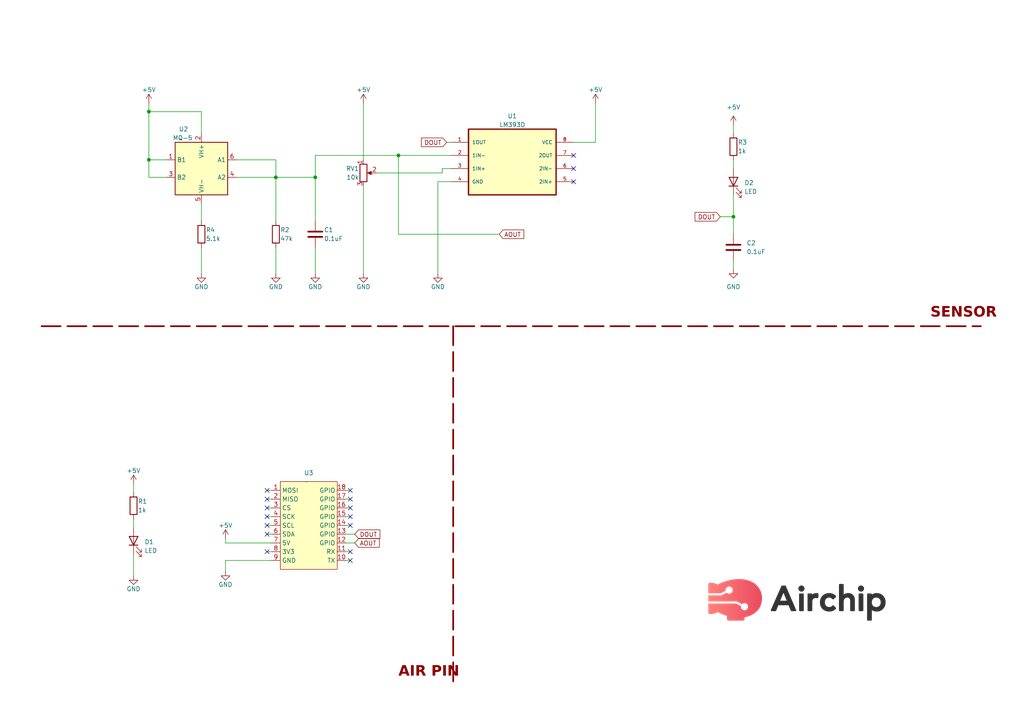
<source format=kicad_sch>
(kicad_sch (version 20230121) (generator eeschema)

  (uuid 43a67b61-6c21-4f7d-9419-7061b9e8d552)

  (paper "A4")

  (lib_symbols
    (symbol "Device:C" (pin_numbers hide) (pin_names (offset 0.254)) (in_bom yes) (on_board yes)
      (property "Reference" "C" (at 0.635 2.54 0)
        (effects (font (size 1.27 1.27)) (justify left))
      )
      (property "Value" "C" (at 0.635 -2.54 0)
        (effects (font (size 1.27 1.27)) (justify left))
      )
      (property "Footprint" "" (at 0.9652 -3.81 0)
        (effects (font (size 1.27 1.27)) hide)
      )
      (property "Datasheet" "~" (at 0 0 0)
        (effects (font (size 1.27 1.27)) hide)
      )
      (property "ki_keywords" "cap capacitor" (at 0 0 0)
        (effects (font (size 1.27 1.27)) hide)
      )
      (property "ki_description" "Unpolarized capacitor" (at 0 0 0)
        (effects (font (size 1.27 1.27)) hide)
      )
      (property "ki_fp_filters" "C_*" (at 0 0 0)
        (effects (font (size 1.27 1.27)) hide)
      )
      (symbol "C_0_1"
        (polyline
          (pts
            (xy -2.032 -0.762)
            (xy 2.032 -0.762)
          )
          (stroke (width 0.508) (type default))
          (fill (type none))
        )
        (polyline
          (pts
            (xy -2.032 0.762)
            (xy 2.032 0.762)
          )
          (stroke (width 0.508) (type default))
          (fill (type none))
        )
      )
      (symbol "C_1_1"
        (pin passive line (at 0 3.81 270) (length 2.794)
          (name "~" (effects (font (size 1.27 1.27))))
          (number "1" (effects (font (size 1.27 1.27))))
        )
        (pin passive line (at 0 -3.81 90) (length 2.794)
          (name "~" (effects (font (size 1.27 1.27))))
          (number "2" (effects (font (size 1.27 1.27))))
        )
      )
    )
    (symbol "Device:LED" (pin_numbers hide) (pin_names (offset 1.016) hide) (in_bom yes) (on_board yes)
      (property "Reference" "D" (at 0 2.54 0)
        (effects (font (size 1.27 1.27)))
      )
      (property "Value" "LED" (at 0 -2.54 0)
        (effects (font (size 1.27 1.27)))
      )
      (property "Footprint" "" (at 0 0 0)
        (effects (font (size 1.27 1.27)) hide)
      )
      (property "Datasheet" "~" (at 0 0 0)
        (effects (font (size 1.27 1.27)) hide)
      )
      (property "ki_keywords" "LED diode" (at 0 0 0)
        (effects (font (size 1.27 1.27)) hide)
      )
      (property "ki_description" "Light emitting diode" (at 0 0 0)
        (effects (font (size 1.27 1.27)) hide)
      )
      (property "ki_fp_filters" "LED* LED_SMD:* LED_THT:*" (at 0 0 0)
        (effects (font (size 1.27 1.27)) hide)
      )
      (symbol "LED_0_1"
        (polyline
          (pts
            (xy -1.27 -1.27)
            (xy -1.27 1.27)
          )
          (stroke (width 0.254) (type default))
          (fill (type none))
        )
        (polyline
          (pts
            (xy -1.27 0)
            (xy 1.27 0)
          )
          (stroke (width 0) (type default))
          (fill (type none))
        )
        (polyline
          (pts
            (xy 1.27 -1.27)
            (xy 1.27 1.27)
            (xy -1.27 0)
            (xy 1.27 -1.27)
          )
          (stroke (width 0.254) (type default))
          (fill (type none))
        )
        (polyline
          (pts
            (xy -3.048 -0.762)
            (xy -4.572 -2.286)
            (xy -3.81 -2.286)
            (xy -4.572 -2.286)
            (xy -4.572 -1.524)
          )
          (stroke (width 0) (type default))
          (fill (type none))
        )
        (polyline
          (pts
            (xy -1.778 -0.762)
            (xy -3.302 -2.286)
            (xy -2.54 -2.286)
            (xy -3.302 -2.286)
            (xy -3.302 -1.524)
          )
          (stroke (width 0) (type default))
          (fill (type none))
        )
      )
      (symbol "LED_1_1"
        (pin passive line (at -3.81 0 0) (length 2.54)
          (name "K" (effects (font (size 1.27 1.27))))
          (number "1" (effects (font (size 1.27 1.27))))
        )
        (pin passive line (at 3.81 0 180) (length 2.54)
          (name "A" (effects (font (size 1.27 1.27))))
          (number "2" (effects (font (size 1.27 1.27))))
        )
      )
    )
    (symbol "Device:R" (pin_numbers hide) (pin_names (offset 0)) (in_bom yes) (on_board yes)
      (property "Reference" "R" (at 2.032 0 90)
        (effects (font (size 1.27 1.27)))
      )
      (property "Value" "R" (at 0 0 90)
        (effects (font (size 1.27 1.27)))
      )
      (property "Footprint" "" (at -1.778 0 90)
        (effects (font (size 1.27 1.27)) hide)
      )
      (property "Datasheet" "~" (at 0 0 0)
        (effects (font (size 1.27 1.27)) hide)
      )
      (property "ki_keywords" "R res resistor" (at 0 0 0)
        (effects (font (size 1.27 1.27)) hide)
      )
      (property "ki_description" "Resistor" (at 0 0 0)
        (effects (font (size 1.27 1.27)) hide)
      )
      (property "ki_fp_filters" "R_*" (at 0 0 0)
        (effects (font (size 1.27 1.27)) hide)
      )
      (symbol "R_0_1"
        (rectangle (start -1.016 -2.54) (end 1.016 2.54)
          (stroke (width 0.254) (type default))
          (fill (type none))
        )
      )
      (symbol "R_1_1"
        (pin passive line (at 0 3.81 270) (length 1.27)
          (name "~" (effects (font (size 1.27 1.27))))
          (number "1" (effects (font (size 1.27 1.27))))
        )
        (pin passive line (at 0 -3.81 90) (length 1.27)
          (name "~" (effects (font (size 1.27 1.27))))
          (number "2" (effects (font (size 1.27 1.27))))
        )
      )
    )
    (symbol "Device:R_Potentiometer" (pin_names (offset 1.016) hide) (in_bom yes) (on_board yes)
      (property "Reference" "RV" (at -4.445 0 90)
        (effects (font (size 1.27 1.27)))
      )
      (property "Value" "R_Potentiometer" (at -2.54 0 90)
        (effects (font (size 1.27 1.27)))
      )
      (property "Footprint" "" (at 0 0 0)
        (effects (font (size 1.27 1.27)) hide)
      )
      (property "Datasheet" "~" (at 0 0 0)
        (effects (font (size 1.27 1.27)) hide)
      )
      (property "ki_keywords" "resistor variable" (at 0 0 0)
        (effects (font (size 1.27 1.27)) hide)
      )
      (property "ki_description" "Potentiometer" (at 0 0 0)
        (effects (font (size 1.27 1.27)) hide)
      )
      (property "ki_fp_filters" "Potentiometer*" (at 0 0 0)
        (effects (font (size 1.27 1.27)) hide)
      )
      (symbol "R_Potentiometer_0_1"
        (polyline
          (pts
            (xy 2.54 0)
            (xy 1.524 0)
          )
          (stroke (width 0) (type default))
          (fill (type none))
        )
        (polyline
          (pts
            (xy 1.143 0)
            (xy 2.286 0.508)
            (xy 2.286 -0.508)
            (xy 1.143 0)
          )
          (stroke (width 0) (type default))
          (fill (type outline))
        )
        (rectangle (start 1.016 2.54) (end -1.016 -2.54)
          (stroke (width 0.254) (type default))
          (fill (type none))
        )
      )
      (symbol "R_Potentiometer_1_1"
        (pin passive line (at 0 3.81 270) (length 1.27)
          (name "1" (effects (font (size 1.27 1.27))))
          (number "1" (effects (font (size 1.27 1.27))))
        )
        (pin passive line (at 3.81 0 180) (length 1.27)
          (name "2" (effects (font (size 1.27 1.27))))
          (number "2" (effects (font (size 1.27 1.27))))
        )
        (pin passive line (at 0 -3.81 90) (length 1.27)
          (name "3" (effects (font (size 1.27 1.27))))
          (number "3" (effects (font (size 1.27 1.27))))
        )
      )
    )
    (symbol "LM393D:LM393D" (pin_names (offset 1.016)) (in_bom yes) (on_board yes)
      (property "Reference" "U1" (at 0 16.51 0)
        (effects (font (size 1.27 1.27)))
      )
      (property "Value" "LM393D" (at 0 13.97 0)
        (effects (font (size 1.27 1.27)))
      )
      (property "Footprint" "SOIC127P599X175-8N" (at 0 0 0) (do_not_autoplace)
        (effects (font (size 1.27 1.27)) (justify bottom) hide)
      )
      (property "Datasheet" "" (at 0 0 0)
        (effects (font (size 1.27 1.27)) hide)
      )
      (symbol "LM393D_0_0"
        (rectangle (start -12.7 12.7) (end 12.7 -6.35)
          (stroke (width 0.41) (type default))
          (fill (type background))
        )
        (pin output line (at -17.78 8.89 0) (length 5.08)
          (name "1OUT" (effects (font (size 1.016 1.016))))
          (number "1" (effects (font (size 1.016 1.016))))
        )
        (pin input line (at -17.78 5.08 0) (length 5.08)
          (name "1IN-" (effects (font (size 1.016 1.016))))
          (number "2" (effects (font (size 1.016 1.016))))
        )
        (pin input line (at -17.78 1.27 0) (length 5.08)
          (name "1IN+" (effects (font (size 1.016 1.016))))
          (number "3" (effects (font (size 1.016 1.016))))
        )
        (pin power_in line (at -17.78 -2.54 0) (length 5.08)
          (name "GND" (effects (font (size 1.016 1.016))))
          (number "4" (effects (font (size 1.016 1.016))))
        )
        (pin input line (at 17.78 -2.54 180) (length 5.08)
          (name "2IN+" (effects (font (size 1.016 1.016))))
          (number "5" (effects (font (size 1.016 1.016))))
        )
        (pin input line (at 17.78 1.27 180) (length 5.08)
          (name "2IN-" (effects (font (size 1.016 1.016))))
          (number "6" (effects (font (size 1.016 1.016))))
        )
        (pin output line (at 17.78 5.08 180) (length 5.08)
          (name "2OUT" (effects (font (size 1.016 1.016))))
          (number "7" (effects (font (size 1.016 1.016))))
        )
        (pin power_in line (at 17.78 8.89 180) (length 5.08)
          (name "VCC" (effects (font (size 1.016 1.016))))
          (number "8" (effects (font (size 1.016 1.016))))
        )
      )
    )
    (symbol "Sensor_Gas:MQ-6" (in_bom yes) (on_board yes)
      (property "Reference" "U" (at -6.35 8.89 0)
        (effects (font (size 1.27 1.27)))
      )
      (property "Value" "MQ-6" (at 3.81 8.89 0)
        (effects (font (size 1.27 1.27)))
      )
      (property "Footprint" "Sensor:MQ-6" (at 1.27 -11.43 0)
        (effects (font (size 1.27 1.27)) hide)
      )
      (property "Datasheet" "https://www.winsen-sensor.com/d/files/semiconductor/mq-6.pdf" (at 0 6.35 0)
        (effects (font (size 1.27 1.27)) hide)
      )
      (property "ki_keywords" "flammable gas sensor LPG" (at 0 0 0)
        (effects (font (size 1.27 1.27)) hide)
      )
      (property "ki_description" "Semiconductor Sensor for Flammable Gas" (at 0 0 0)
        (effects (font (size 1.27 1.27)) hide)
      )
      (property "ki_fp_filters" "*MQ*6*" (at 0 0 0)
        (effects (font (size 1.27 1.27)) hide)
      )
      (symbol "MQ-6_0_1"
        (rectangle (start -7.62 7.62) (end 7.62 -7.62)
          (stroke (width 0.254) (type default))
          (fill (type background))
        )
      )
      (symbol "MQ-6_1_1"
        (pin passive line (at 10.16 2.54 180) (length 2.54)
          (name "B1" (effects (font (size 1.27 1.27))))
          (number "1" (effects (font (size 1.27 1.27))))
        )
        (pin power_in line (at 0 10.16 270) (length 2.54)
          (name "VH+" (effects (font (size 1.27 1.27))))
          (number "2" (effects (font (size 1.27 1.27))))
        )
        (pin passive line (at 10.16 -2.54 180) (length 2.54)
          (name "B2" (effects (font (size 1.27 1.27))))
          (number "3" (effects (font (size 1.27 1.27))))
        )
        (pin passive line (at -10.16 -2.54 0) (length 2.54)
          (name "A2" (effects (font (size 1.27 1.27))))
          (number "4" (effects (font (size 1.27 1.27))))
        )
        (pin power_in line (at 0 -10.16 90) (length 2.54)
          (name "VH-" (effects (font (size 1.27 1.27))))
          (number "5" (effects (font (size 1.27 1.27))))
        )
        (pin passive line (at -10.16 2.54 0) (length 2.54)
          (name "A1" (effects (font (size 1.27 1.27))))
          (number "6" (effects (font (size 1.27 1.27))))
        )
      )
    )
    (symbol "air_modül:air_module" (in_bom yes) (on_board yes)
      (property "Reference" "U" (at 0 1.27 0)
        (effects (font (size 1.27 1.27)))
      )
      (property "Value" "" (at 0 0 0)
        (effects (font (size 1.27 1.27)))
      )
      (property "Footprint" "" (at 0 0 0)
        (effects (font (size 1.27 1.27)) hide)
      )
      (property "Datasheet" "" (at 0 0 0)
        (effects (font (size 1.27 1.27)) hide)
      )
      (symbol "air_module_1_1"
        (rectangle (start -7.62 0) (end 8.89 -25.4)
          (stroke (width 0) (type default))
          (fill (type background))
        )
        (pin input line (at -10.16 -2.54 0) (length 2.54)
          (name "MOSI" (effects (font (size 1.27 1.27))))
          (number "1" (effects (font (size 1.27 1.27))))
        )
        (pin input line (at 11.43 -22.86 180) (length 2.54)
          (name "TX" (effects (font (size 1.27 1.27))))
          (number "10" (effects (font (size 1.27 1.27))))
        )
        (pin input line (at 11.43 -20.32 180) (length 2.54)
          (name "RX" (effects (font (size 1.27 1.27))))
          (number "11" (effects (font (size 1.27 1.27))))
        )
        (pin input line (at 11.43 -17.78 180) (length 2.54)
          (name "GPIO" (effects (font (size 1.27 1.27))))
          (number "12" (effects (font (size 1.27 1.27))))
        )
        (pin input line (at 11.43 -15.24 180) (length 2.54)
          (name "GPIO" (effects (font (size 1.27 1.27))))
          (number "13" (effects (font (size 1.27 1.27))))
        )
        (pin input line (at 11.43 -12.7 180) (length 2.54)
          (name "GPIO" (effects (font (size 1.27 1.27))))
          (number "14" (effects (font (size 1.27 1.27))))
        )
        (pin input line (at 11.43 -10.16 180) (length 2.54)
          (name "GPIO" (effects (font (size 1.27 1.27))))
          (number "15" (effects (font (size 1.27 1.27))))
        )
        (pin input line (at 11.43 -7.62 180) (length 2.54)
          (name "GPIO" (effects (font (size 1.27 1.27))))
          (number "16" (effects (font (size 1.27 1.27))))
        )
        (pin input line (at 11.43 -5.08 180) (length 2.54)
          (name "GPIO" (effects (font (size 1.27 1.27))))
          (number "17" (effects (font (size 1.27 1.27))))
        )
        (pin input line (at 11.43 -2.54 180) (length 2.54)
          (name "GPIO" (effects (font (size 1.27 1.27))))
          (number "18" (effects (font (size 1.27 1.27))))
        )
        (pin input line (at -10.16 -5.08 0) (length 2.54)
          (name "MISO" (effects (font (size 1.27 1.27))))
          (number "2" (effects (font (size 1.27 1.27))))
        )
        (pin input line (at -10.16 -7.62 0) (length 2.54)
          (name "CS" (effects (font (size 1.27 1.27))))
          (number "3" (effects (font (size 1.27 1.27))))
        )
        (pin input line (at -10.16 -10.16 0) (length 2.54)
          (name "SCK" (effects (font (size 1.27 1.27))))
          (number "4" (effects (font (size 1.27 1.27))))
        )
        (pin input line (at -10.16 -12.7 0) (length 2.54)
          (name "SCL" (effects (font (size 1.27 1.27))))
          (number "5" (effects (font (size 1.27 1.27))))
        )
        (pin input line (at -10.16 -15.24 0) (length 2.54)
          (name "SDA" (effects (font (size 1.27 1.27))))
          (number "6" (effects (font (size 1.27 1.27))))
        )
        (pin input line (at -10.16 -17.78 0) (length 2.54)
          (name "5V" (effects (font (size 1.27 1.27))))
          (number "7" (effects (font (size 1.27 1.27))))
        )
        (pin input line (at -10.16 -20.32 0) (length 2.54)
          (name "3V3" (effects (font (size 1.27 1.27))))
          (number "8" (effects (font (size 1.27 1.27))))
        )
        (pin input line (at -10.16 -22.86 0) (length 2.54)
          (name "GND" (effects (font (size 1.27 1.27))))
          (number "9" (effects (font (size 1.27 1.27))))
        )
      )
    )
    (symbol "power:+5V" (power) (pin_names (offset 0)) (in_bom yes) (on_board yes)
      (property "Reference" "#PWR" (at 0 -3.81 0)
        (effects (font (size 1.27 1.27)) hide)
      )
      (property "Value" "+5V" (at 0 3.556 0)
        (effects (font (size 1.27 1.27)))
      )
      (property "Footprint" "" (at 0 0 0)
        (effects (font (size 1.27 1.27)) hide)
      )
      (property "Datasheet" "" (at 0 0 0)
        (effects (font (size 1.27 1.27)) hide)
      )
      (property "ki_keywords" "global power" (at 0 0 0)
        (effects (font (size 1.27 1.27)) hide)
      )
      (property "ki_description" "Power symbol creates a global label with name \"+5V\"" (at 0 0 0)
        (effects (font (size 1.27 1.27)) hide)
      )
      (symbol "+5V_0_1"
        (polyline
          (pts
            (xy -0.762 1.27)
            (xy 0 2.54)
          )
          (stroke (width 0) (type default))
          (fill (type none))
        )
        (polyline
          (pts
            (xy 0 0)
            (xy 0 2.54)
          )
          (stroke (width 0) (type default))
          (fill (type none))
        )
        (polyline
          (pts
            (xy 0 2.54)
            (xy 0.762 1.27)
          )
          (stroke (width 0) (type default))
          (fill (type none))
        )
      )
      (symbol "+5V_1_1"
        (pin power_in line (at 0 0 90) (length 0) hide
          (name "+5V" (effects (font (size 1.27 1.27))))
          (number "1" (effects (font (size 1.27 1.27))))
        )
      )
    )
    (symbol "power:GND" (power) (pin_names (offset 0)) (in_bom yes) (on_board yes)
      (property "Reference" "#PWR" (at 0 -6.35 0)
        (effects (font (size 1.27 1.27)) hide)
      )
      (property "Value" "GND" (at 0 -3.81 0)
        (effects (font (size 1.27 1.27)))
      )
      (property "Footprint" "" (at 0 0 0)
        (effects (font (size 1.27 1.27)) hide)
      )
      (property "Datasheet" "" (at 0 0 0)
        (effects (font (size 1.27 1.27)) hide)
      )
      (property "ki_keywords" "global power" (at 0 0 0)
        (effects (font (size 1.27 1.27)) hide)
      )
      (property "ki_description" "Power symbol creates a global label with name \"GND\" , ground" (at 0 0 0)
        (effects (font (size 1.27 1.27)) hide)
      )
      (symbol "GND_0_1"
        (polyline
          (pts
            (xy 0 0)
            (xy 0 -1.27)
            (xy 1.27 -1.27)
            (xy 0 -2.54)
            (xy -1.27 -1.27)
            (xy 0 -1.27)
          )
          (stroke (width 0) (type default))
          (fill (type none))
        )
      )
      (symbol "GND_1_1"
        (pin power_in line (at 0 0 270) (length 0) hide
          (name "GND" (effects (font (size 1.27 1.27))))
          (number "1" (effects (font (size 1.27 1.27))))
        )
      )
    )
  )

  (junction (at 43.18 32.385) (diameter 0) (color 0 0 0 0)
    (uuid 00552883-1206-48f9-91f7-da62d7a888d1)
  )
  (junction (at 43.18 46.355) (diameter 0) (color 0 0 0 0)
    (uuid 3eebcda3-1bd2-41d3-9a57-eeabf43a989e)
  )
  (junction (at 80.01 51.435) (diameter 0) (color 0 0 0 0)
    (uuid 6498724d-35a6-47e0-9b09-c7362d540525)
  )
  (junction (at 212.725 62.865) (diameter 0) (color 0 0 0 0)
    (uuid 65dc9906-a86d-433e-ad44-e30b522d57b1)
  )
  (junction (at 91.44 51.435) (diameter 0) (color 0 0 0 0)
    (uuid 9ad5ae94-9546-45d0-9844-5aad70f77f74)
  )
  (junction (at 115.57 45.085) (diameter 0) (color 0 0 0 0)
    (uuid b8f0d6f5-8e0b-45b6-9f1e-92337a8a7103)
  )

  (no_connect (at 101.6 147.32) (uuid 0e9877bc-f799-4282-95d2-95df6cc838e0))
  (no_connect (at 101.6 142.24) (uuid 12a3e7ce-e3ce-4c85-a6b8-dd6d9249651e))
  (no_connect (at 101.6 152.4) (uuid 2cb3149e-d5ed-4ec6-be49-42b9e7dbca1f))
  (no_connect (at 101.6 149.86) (uuid 3032f493-f19e-4b8f-b486-783439536acf))
  (no_connect (at 77.47 149.86) (uuid 332009a5-aef9-434b-a466-c339ff1f6d56))
  (no_connect (at 166.37 52.705) (uuid 37999a01-f215-44f5-994a-1fe33ebf976e))
  (no_connect (at 77.47 160.02) (uuid 387de561-d0a2-4125-b9eb-c414ef60a0d7))
  (no_connect (at 77.47 152.4) (uuid 40cd461b-226b-4f6e-b0b5-839cda07ee91))
  (no_connect (at 77.47 147.32) (uuid 641df4bb-d852-4de6-88b0-72b8b4ae009e))
  (no_connect (at 77.47 154.94) (uuid 66f2482b-30e6-4434-8060-a7959922b1d9))
  (no_connect (at 101.6 160.02) (uuid 764fc90c-444d-4d6a-845f-25a975143e0a))
  (no_connect (at 166.37 45.085) (uuid 793f3ae9-27b9-4ebf-b23c-8c6d9147b8dd))
  (no_connect (at 101.6 144.78) (uuid 8b9b0e70-8408-495e-859e-63bd38ac6863))
  (no_connect (at 77.47 144.78) (uuid 918472d1-5c63-4c10-90a6-d73aaa15e7f1))
  (no_connect (at 101.6 162.56) (uuid 94568c09-650f-4563-b5f0-777a2eefa555))
  (no_connect (at 77.47 142.24) (uuid a252c073-b60b-4108-8c54-6006c0087113))
  (no_connect (at 166.37 48.895) (uuid a7328e39-47fc-49ea-a6d7-b53a040d323a))

  (wire (pts (xy 38.735 167.005) (xy 38.735 160.655))
    (stroke (width 0) (type default))
    (uuid 07e4c18c-b3ac-4b26-b3ab-661fb87676ea)
  )
  (wire (pts (xy 77.47 149.86) (xy 78.74 149.86))
    (stroke (width 0) (type default))
    (uuid 175d7641-ac2e-4cf7-bc23-26755c24300d)
  )
  (wire (pts (xy 38.735 150.495) (xy 38.735 153.035))
    (stroke (width 0) (type default))
    (uuid 183720f4-2ae7-48f9-9986-fe515296eaed)
  )
  (wire (pts (xy 101.6 144.78) (xy 100.33 144.78))
    (stroke (width 0) (type default))
    (uuid 1a54185e-8041-4651-b72c-46506dce1c2e)
  )
  (wire (pts (xy 127 52.705) (xy 130.81 52.705))
    (stroke (width 0) (type default))
    (uuid 1e94b066-4db4-4564-891a-1e7c6f07fd68)
  )
  (wire (pts (xy 80.01 51.435) (xy 80.01 64.135))
    (stroke (width 0) (type default))
    (uuid 26f8c3b1-8c61-4329-ac69-2cf658fe2953)
  )
  (wire (pts (xy 43.18 51.435) (xy 43.18 46.355))
    (stroke (width 0) (type default))
    (uuid 30b97055-3b8f-4f7a-a4b7-2e95eb6c117d)
  )
  (wire (pts (xy 77.47 160.02) (xy 78.74 160.02))
    (stroke (width 0) (type default))
    (uuid 369e882b-db3b-41d1-ab8b-c10495aa3ae1)
  )
  (wire (pts (xy 48.26 51.435) (xy 43.18 51.435))
    (stroke (width 0) (type default))
    (uuid 40d06660-bdf3-4c3b-a724-d01936652155)
  )
  (wire (pts (xy 43.18 29.845) (xy 43.18 32.385))
    (stroke (width 0) (type default))
    (uuid 415ba808-9ca7-4e77-8f57-762ff2eef459)
  )
  (wire (pts (xy 65.405 165.735) (xy 65.405 162.56))
    (stroke (width 0) (type default))
    (uuid 4d8b036a-94d9-42e9-be83-50f18b9b2aac)
  )
  (polyline (pts (xy 131.445 94.615) (xy 131.445 198.12))
    (stroke (width 0.5) (type dash) (color 132 0 0 1))
    (uuid 4e74e320-dafa-4c38-8714-ec53d13affaa)
  )

  (wire (pts (xy 43.18 46.355) (xy 48.26 46.355))
    (stroke (width 0) (type default))
    (uuid 5800cc5c-0225-4e86-82f9-0a907c3e27e6)
  )
  (wire (pts (xy 58.42 32.385) (xy 58.42 38.735))
    (stroke (width 0) (type default))
    (uuid 5bfee08e-74e9-4f4f-ba28-ab0e7c0431de)
  )
  (wire (pts (xy 128.27 48.895) (xy 130.81 48.895))
    (stroke (width 0) (type default))
    (uuid 5fc95504-7d83-41b0-96a7-72c8e2d7c79d)
  )
  (wire (pts (xy 212.725 56.515) (xy 212.725 62.865))
    (stroke (width 0) (type default))
    (uuid 6304f830-b284-4e07-a68e-b18ffbae5748)
  )
  (wire (pts (xy 128.27 50.165) (xy 109.22 50.165))
    (stroke (width 0) (type default))
    (uuid 653cced4-8bf5-4e6c-bff4-89f8876ea117)
  )
  (wire (pts (xy 80.01 51.435) (xy 91.44 51.435))
    (stroke (width 0) (type default))
    (uuid 663975ff-823e-4e04-9da5-8ba614741e81)
  )
  (wire (pts (xy 80.01 71.755) (xy 80.01 79.375))
    (stroke (width 0) (type default))
    (uuid 6a7051ac-1adf-4258-9453-b50047e54302)
  )
  (wire (pts (xy 43.18 32.385) (xy 58.42 32.385))
    (stroke (width 0) (type default))
    (uuid 6f773220-0601-4279-8cc2-667fc6503fa1)
  )
  (wire (pts (xy 77.47 147.32) (xy 78.74 147.32))
    (stroke (width 0) (type default))
    (uuid 70ca217b-a777-4073-8a4c-ee47eba90e87)
  )
  (wire (pts (xy 115.57 67.945) (xy 144.78 67.945))
    (stroke (width 0) (type default))
    (uuid 73aef911-94a9-41a9-805a-ee44f7f0ba6e)
  )
  (wire (pts (xy 91.44 45.085) (xy 115.57 45.085))
    (stroke (width 0) (type default))
    (uuid 74756af8-7019-4528-b8af-29f1e8d67bc0)
  )
  (wire (pts (xy 208.915 62.865) (xy 212.725 62.865))
    (stroke (width 0) (type default))
    (uuid 762b3b56-48b0-4c0b-a99c-eb1f11578ef4)
  )
  (wire (pts (xy 77.47 152.4) (xy 78.74 152.4))
    (stroke (width 0) (type default))
    (uuid 829c0c5b-261a-48c6-b0fd-83beb3f6d72d)
  )
  (wire (pts (xy 43.18 46.355) (xy 43.18 32.385))
    (stroke (width 0) (type default))
    (uuid 82e444a9-bde7-49c1-9911-1f58ffb2c437)
  )
  (wire (pts (xy 77.47 144.78) (xy 78.74 144.78))
    (stroke (width 0) (type default))
    (uuid 83381115-9f62-441f-acc7-7bda6184f472)
  )
  (wire (pts (xy 91.44 71.755) (xy 91.44 79.375))
    (stroke (width 0) (type default))
    (uuid 8ce0fd70-046b-4c7a-a164-f5afe6707e05)
  )
  (wire (pts (xy 105.41 29.845) (xy 105.41 46.355))
    (stroke (width 0) (type default))
    (uuid 9100f736-6555-40be-b8db-be2e363102f6)
  )
  (wire (pts (xy 38.735 140.335) (xy 38.735 142.875))
    (stroke (width 0) (type default))
    (uuid 913b2826-e229-41a8-b368-5edb8167fe17)
  )
  (wire (pts (xy 212.725 46.355) (xy 212.725 48.895))
    (stroke (width 0) (type default))
    (uuid 92c75726-14c8-44bc-b6ad-adf579a52135)
  )
  (wire (pts (xy 172.72 29.845) (xy 172.72 41.275))
    (stroke (width 0) (type default))
    (uuid 95b3c33d-fec9-455d-a6d9-2a7e2c738a01)
  )
  (wire (pts (xy 100.33 154.94) (xy 102.87 154.94))
    (stroke (width 0) (type default))
    (uuid a0e0fea2-73ec-49ad-bb37-9851ee4952e1)
  )
  (wire (pts (xy 127 79.375) (xy 127 52.705))
    (stroke (width 0) (type default))
    (uuid a18c359b-98d3-470d-b6c4-15204275f503)
  )
  (wire (pts (xy 91.44 51.435) (xy 91.44 64.135))
    (stroke (width 0) (type default))
    (uuid a33bec46-9b1e-497f-acdf-0329fecb50dd)
  )
  (wire (pts (xy 212.725 75.565) (xy 212.725 78.105))
    (stroke (width 0) (type default))
    (uuid a4e76562-c9ea-4233-8c37-0783445685a8)
  )
  (wire (pts (xy 101.6 147.32) (xy 100.33 147.32))
    (stroke (width 0) (type default))
    (uuid a6d4b853-cbc0-4136-810e-0e14d8ade2be)
  )
  (wire (pts (xy 68.58 51.435) (xy 80.01 51.435))
    (stroke (width 0) (type default))
    (uuid a745c523-de37-4ebb-8919-7c09088c406f)
  )
  (wire (pts (xy 58.42 71.755) (xy 58.42 79.375))
    (stroke (width 0) (type default))
    (uuid a74ab5af-81d7-4012-921a-2536640e0f21)
  )
  (wire (pts (xy 101.6 149.86) (xy 100.33 149.86))
    (stroke (width 0) (type default))
    (uuid a9df8e8e-73c1-4a21-a138-9c530af321a5)
  )
  (wire (pts (xy 105.41 53.975) (xy 105.41 79.375))
    (stroke (width 0) (type default))
    (uuid ad94872a-d473-4145-83e4-3b6a0ca598e9)
  )
  (wire (pts (xy 100.33 157.48) (xy 102.87 157.48))
    (stroke (width 0) (type default))
    (uuid ad97a850-530c-4626-a7ba-c7fc2f1d00c5)
  )
  (wire (pts (xy 65.405 156.21) (xy 65.405 157.48))
    (stroke (width 0) (type default))
    (uuid b0728bc8-e822-4b00-8967-07fe92d8644a)
  )
  (wire (pts (xy 128.27 48.895) (xy 128.27 50.165))
    (stroke (width 0) (type default))
    (uuid b7e4d00a-c9eb-4782-9b9f-900ea1702099)
  )
  (wire (pts (xy 68.58 46.355) (xy 80.01 46.355))
    (stroke (width 0) (type default))
    (uuid c35caed9-fbb7-405c-a052-9df9926a667a)
  )
  (wire (pts (xy 212.725 36.195) (xy 212.725 38.735))
    (stroke (width 0) (type default))
    (uuid c56b752f-2ba0-484d-bee6-fed9e3d075a3)
  )
  (polyline (pts (xy 12.065 94.615) (xy 284.48 94.615))
    (stroke (width 0.5) (type dash) (color 132 0 0 1))
    (uuid c61ae31f-1f87-4d4d-99ba-c853d62330f7)
  )

  (wire (pts (xy 65.405 157.48) (xy 78.74 157.48))
    (stroke (width 0) (type default))
    (uuid cb109c2e-f98f-4bb8-8b9d-4e14d8b7e046)
  )
  (wire (pts (xy 58.42 59.055) (xy 58.42 64.135))
    (stroke (width 0) (type default))
    (uuid cf0b9f62-12d6-4947-9a22-0a6c4a529392)
  )
  (wire (pts (xy 115.57 45.085) (xy 130.81 45.085))
    (stroke (width 0) (type default))
    (uuid d18eb431-e050-4e90-b8d0-f7f5808f2f5f)
  )
  (wire (pts (xy 101.6 162.56) (xy 100.33 162.56))
    (stroke (width 0) (type default))
    (uuid d70c1e12-0ac8-4933-907d-f7d36483aafc)
  )
  (wire (pts (xy 172.72 41.275) (xy 166.37 41.275))
    (stroke (width 0) (type default))
    (uuid d760a9bc-3bd6-4d88-9ed8-16c2f5e1ff35)
  )
  (wire (pts (xy 77.47 142.24) (xy 78.74 142.24))
    (stroke (width 0) (type default))
    (uuid e233a096-64c6-43c7-aea8-685800cb0e77)
  )
  (wire (pts (xy 101.6 152.4) (xy 100.33 152.4))
    (stroke (width 0) (type default))
    (uuid e2f0e4de-5495-4203-8933-a61e8ede2778)
  )
  (wire (pts (xy 77.47 154.94) (xy 78.74 154.94))
    (stroke (width 0) (type default))
    (uuid e585c5f0-9b1b-4ea8-b619-3f3754e92f7d)
  )
  (wire (pts (xy 115.57 45.085) (xy 115.57 67.945))
    (stroke (width 0) (type default))
    (uuid eec04420-322f-4738-b25f-3975f4f6863b)
  )
  (wire (pts (xy 101.6 160.02) (xy 100.33 160.02))
    (stroke (width 0) (type default))
    (uuid f09659cf-2756-4f29-92ec-e977e1a8768a)
  )
  (wire (pts (xy 101.6 142.24) (xy 100.33 142.24))
    (stroke (width 0) (type default))
    (uuid f42870d8-5be0-4946-884d-73cb85edcbce)
  )
  (wire (pts (xy 65.405 162.56) (xy 78.74 162.56))
    (stroke (width 0) (type default))
    (uuid f4d06777-85ea-49df-ae57-48b5b22a3a1d)
  )
  (wire (pts (xy 129.54 41.275) (xy 130.81 41.275))
    (stroke (width 0) (type default))
    (uuid f5248d35-48e7-4b8c-908e-d1e13595dc45)
  )
  (wire (pts (xy 80.01 46.355) (xy 80.01 51.435))
    (stroke (width 0) (type default))
    (uuid fb24869d-4070-4f60-837d-579a7aeb7795)
  )
  (wire (pts (xy 91.44 45.085) (xy 91.44 51.435))
    (stroke (width 0) (type default))
    (uuid fca8777e-03c3-46f2-8770-b7a36d43bfc2)
  )
  (wire (pts (xy 212.725 62.865) (xy 212.725 67.945))
    (stroke (width 0) (type default))
    (uuid fdf350e4-aa47-474b-b95f-1e2ce5d0631a)
  )

  (image (at 231.14 173.99) (scale 0.303838)
    (uuid cadeb624-2d93-4891-a349-f6ce149f78af)
    (data
      iVBORw0KGgoAAAANSUhEUgAAB9AAAAHVCAYAAACpJWDwAAAABHNCSVQICAgIfAhkiAAAIABJREFU
      eJzs3XeYnGW9//F3SEKyCS0hARUVBCSKYvuiqKiAokRasKAeRUn4WSghFUTNsYAiICGNA6gQEBso
      TfEg6hFE8KjouRFsIAgiiEJCEwhJKJnfH88sKdtmdmfmnvJ+XddcuzzPPfd8dpjMzj6fpwxDkjrQ
      ox+ZPhzYnBKbA5sDW5S/dt82BbqATSkxFugqwSbl5SOBzYqZSpsAI4CNgTHFIjYFNuo3QKnXpSuB
      J8oDHgWeLsHjwBOUeILi+5XACuAx4N/l77tvD5eXPUiJh4AHgYc2P//MFZU+L5IkSZIkSZIkSZ1s
      WO4AklQLj3706E2BZ1NiIvAcYCKw5Tpft4TS+PL3W1GU4X0V2esrrfel95UDLKp+TGn9YZXM2ff8
      TwIPQel+4F5gObAMuJcS3cvuA+4G7tv862c9XeWjSZIkSZIkSZIktQULdElN7bGPHb0J8FxKbAPP
      3J4LbFOCZwFbU3wdDQxQNA+t7G7hAr3vhT0XPV0qCvV/lG/3UBTrdwJ3UOLOLb5x1oNVppEkSZIk
      SZIkSWoJFuiSsnnsYzOGUZTf2wLbQWnb8vfdt+fRfar0SntqC/R+xleWtYKn8BHgb8CdULoduLV8
      u22Lb3z5H1XllCRJkiRJkiRJaiIW6JLq6rHDZ4wCdijftn/m+xI7AC+guHZ4WT/VrQV6depboPe3
      YAUlbgP+AtwC/An4I3DbFt/88lP9TS1JkiRJkiRJkpSbBbqkIVtxxIzhJXg+8CJgJ0pMAiYBO1Gc
      br2nattvC/Tq5CvQ+5rgSYpC/Q/An4GbgN9t8c0v39Pfw0mSJEmSJEmSJDWSBbqkiq04YubGFCX5
      zlDaGXgp8EJgp9K6R5IPukC2QN9wQBsV6H1ZTokbgN+VKL4Ct4/71per/YklSZIkSZIkSZKGzAJd
      Ug8rjpw5HNgReDnwUkq8FNi5vGx4MWr9frPU53/0wQK9ogEdUKD39vw+BKXfAL8Grgd+M+5bX3mg
      ylklSZIkSZIkSZKqZoEudbgVR84cR1GUvxx4WfnrzkDXM4MqKGMt0Ac350ADOrRA722S2yhxPfAL
      4FrglnHf/opHqUuSJEmSJEmSpJqyQJc6yIqjZj4LCOAVQFBiV+B5A97RAr2foRbo1U3Q95wDFOgb
      Lrof+F/gOopC/Xfjvv2Vp6p8ZEmSJEmSJEmSpPVYoEttasVRs7YCXg2l3Vhbmj9nvUGVFp0W6P0M
      tUCvboK+56yyQN/QI8DPgauAqyjxp3EXeIS6JEmSJEmSJEmqjgW61AYenz5rLMUR5bsBrwZeU4Jt
      i7XVldKVj7NAr8WcAw2wQB/kvCXuo7tMhx+Nu+Ar/6wylSRJkiRJkiRJ6kAW6FILenz6rB2B1wOv
      A3YHXgJstG7BWOrlux4s0C3Q27dA39BNULoCuBL41bgLvvp0FbNJkiRJkiRJkqQOYYEuNbnHp88a
      TXFUeXdh/npgYq+DLdAt0Psd39EF+roLHwZ+AlxeKnHF+Au/+nAVM0uSJEmSJEmSpDZmgS41mceP
      nrUZRUn+Jkq8CdgVGFXRnS3QLdD7HW+B3mNJiacorp3+PeD74y/86t1VPIokSZIkSZIkSWozFuhS
      Zo8fPXs88CZgTyi9AXglsBEwpNLUAn0ok/Q+xgK9t5UtX6BvKAEXAxeNv/Crt1fxiJIkSZIkSZIk
      qQ1YoEsN9viM2ZsDb6TEXsBbgJfxzL/FDdo8C/R+V1mgVzu/BXqPJf3PeQNwEXDB+Au/+vcqHl2S
      JEmSJEmSJLUoC3SpzlbOmD26BG+kKMv3ojgl+0YVFXwW6P2uskCvdn4L9B5LKp/zeuACSlww/jtf
      XVZFEkmSJEmSJEmS1EIs0KUaWzlj9jCKo8rfVr69oQSjewy0QK8ukAV6dSzQK1pYRYHePcVTwP8A
      3wC+N/47X11Z5QySJEmSJEmSJKmJWaBLNbBy5uxnUWIfisL8rcDEdddXXvRaoFcz3gK92vkt0Hss
      Gdrz+ihwMZTOG/+ds6+rciZJkiRJkiRJktSELNClQVg5c/Zw4HXAZGBf4JVV99QW6NUFskCvjgV6
      RQuHWKCvu/BW4Bzg/PHfOdtTvEuSJEmSJEmS1KIs0KUKrZw5ZyLw9uJWmgxssd4AC/Tq5rVAr2iA
      Bfog5218gd7tKeByYCnwo/HfOXtNlY8gSZIkSZIkSZIyskCX+rFy1pyXAAdS4gDgtTzzb6a6cs8C
      fXBzDrTKAr3a+S3Qeyyp1/NauIMSZwHnjv/u2Q9W+UiSJEmSJEmSJCkDC3RpHStnzRkJvAk4AJgC
      bAcMuTS0QB/cnAOtskCvdn4L9B5L6lugd69aBVwInDH+u2f/X5WPKEmSJEmSJEmSGsgCXR1v5aw5
      YyhOzX4QRXG+eY9BFugDLrRAH9ycAw2wQB/kvM1VoK/r1yVYAFy25XfPfqrKR5ckSZIkSZIkSXVm
      ga6OtHLWnPHAfsA7gcnA6H7vYIE+4EIL9MHNOdAAC/RBztu8BXr3or8Di4ClW3737EerTCFJkiRJ
      kiRJkurEAl0dY+XsOVtRFObvosSewIiK72yBPuBCC/TBzTnQAAv0Qc7b/AV6t0cocTawaMuLzv5H
      lWkkSZIkSZIkSVKNWaCrra2aPXc8lN4BHFyCvYHhQA3KSAt0C/TazDnQAAv0Qc7bOgV694IngfOB
      U7a86Oy/VplKkiRJkiRJkiTViAW62k5RmvMO4GDgLVAaAYMoePsdb4FugV6bOQcaYIE+yHlbr0Dv
      tga4CEonbXnROTdVF06SJEmSJEmSJA2VBbrawqo5c7uAAynxfoprmm+8du0GRWSP/6iABfqACy3Q
      BzfnQAMs0Ac5b+sW6Osu/D5w/JYXnfO7irJJkiRJkiRJkqQhs0BXy1o1Z+4IitOyf4DiiPOx/ZVb
      FuiVZqh0nAV6LeYcaIAF+iDnbY8CvZtFuiRJkiRJkiRJDWKBrpazas7cXYEPAe8DJq630gK9l28t
      0KufpPcxFui9rbRAb0CB3u0y4D+3vOicP/f9gJIkSZIkSZIkaSgs0NUSVs2Zuw3FkeaHAjv3OdAC
      vZdvLdCrn6T3MRbova20QG9ggV6sKPFN4DNbXnzOnX0/sCRJkiRJkiRJGgwLdDWtVXPnjqHEQRSl
      +d7ARgPeyQK9l28t0KufpPcxFui9rbRAb3CB3r3qSeAM4MQtLz7n/r4HS5IkSZIkSZKkaligq+ms
      mjs3gP8HvJ8Sm1d1Zwv0Xr61QK9+kt7HWKD3ttICPVOB3u0R4FRgwZYXn/N433eSJEmSJEmSJEmV
      sEBXU1g195hxUDqEojh/+TMralhuWaBXmqHScRbotZhzoAEW6IOct3MK9G73AMcB397y4nOq/akk
      SZIkSZIkSVKZBbqyWTX3mGHAHsBHgXdCaVSPQRbo1bFAt0Dvd7wFeo8l7VOgd7semLXlxef8ut9R
      kiRJkiRJkiSpVxboarjVxxwzHvhQqcTHgBetXVO7Iq63hRbolWaodJwFei3mHGiABfog5+3cAr3b
      tynx8S0vOeeeikZLkiRJkiRJkiTAAl0NtPqYY14LHA68B+jqWVxZoFugW6BvOMACfZDzWqBDiceA
      40uwaMIl5zxV4b0kSZIkSZIkSepoQyrQ1xz/qS1KJV4KTAK2ADZdZ/VqYOUG3z9MiVXl7x8CHgAe
      HH78F1eitrT6mGO6gPcDR7Putc3prbiyQLdAt0DfcIAF+iDntUBf93n9E3DUhEvO+XmF95QkSZIk
      SZIkqWNVXaCvOf5TOwAfBPYHXlUqVTlH70XBKuBBYBlwLyXuBu4F/gncDdwJ/G34CSc9Xm1e5bH6
      mGO2A44EPgyM622MBXoFCy3Q+11lgV7t/BboPZZ0RoHe7ZvA3AmXnLOswhkkSZIkSZIkSeo4FZff
      a46ftxuU/pOiOH9GXcqHvue8F7ijBHcAtwA3A3+mxO0jPn/Sk1UmUY2tPuaYYcCewAzgQGCj/sZb
      oFew0AK931UW6NXOb4HeY0lnFehQ7Kw2F0rnT7hkabU/vSRJkiRJkiRJbW/AAn3N8fMmAqcChzas
      fBhgzl7Kh6eAW4Eby7ffQemGEZ8/+cEq02kQVh97zCjgEErMBl5S6f0s0CtYaIHe7yoL9Grnt0Dv
      saTzCvTulVcBH51wydI7KpxNkiRJkiRJkqSO0G+Bvub4eXsAFwDPLpY0bYHe16i7gV+Xb78Cbhjx
      +ZNXDxxSlVh97DETKE7TfhSwVbWlmQV6BQst0PtdZYFe7fwW6D2WdG6BDrAS+AywcMIlS5+ucFZJ
      kiRJkiRJktpanwX6muPnTQWWst5puFuuQN/QE8ANlPg5cA3wixFfOPmx/h9NG1p97LEvgtJs4EPA
      6GdWWKBXfvdKF1qg97vKAr3a+S3Qeyzp7AK92/XAoRMuWfqXCmeWJEmSJEmSJKlt9Vqgrzlh3uGU
      OKvnmpYv0Ddc9TTwf8DVwI+BX474wsleS70Pq4899nXAJ4H9odTztWOBXvndK11ogd7vKgv0aue3
      QO+xxAK920pKfApYMuHSpWsqfARJkiRJkiRJktpOjxJ0zQnz3gV8l9K6R553a7sCfUOPAj+lKNN/
      OOILJ9/df5L2t/rYY4cBkymK8zeuXTP00swCvYKFFuj9rrJAr3Z+C/QeSyzQN1x0LTB1wqVL/1bh
      o0iSJEmSJEmS1FbWK9DXnDDvhcDvgLFZy4d8BfqG424AvleC74088eQ/VHivtrD648eOoMTBwCeA
      l/UcYYFe2WP3s8oCvbpAFujVsUCvaKEFeq+LHgOmT7h06fkVPpIkSZIkSZIkSW3jmQJ9zQnzhgO/
      BnYF8pYPzVOgr/vlDihdClw48sRTUoUztJzVHz92Y+CDwCcpsUPfIy3QK3vsflZZoFcXyAK9Ohbo
      FS20QO930XeAwydcuvThCh9RkiRJkiRJkqSWt26BfhTwX8+ssUDvpXx45rvbKIqFb4888ZSbK5yt
      qZWL88OATwHPA+pTRK473AJ94IUW6P2uskCvdn4L9B5LLNAHmvcu4JAJly69rsJHlSRJkiRJkiSp
      pQ0DWHPCvC7gb8DWz6yxQO+vQF/X74CvUZTp91c4c9N44uPHdgEfKcExdBfn3SzQ+xlvgW6BXps5
      BxpggT7IeS3Qa/m6XQN8Hvj8hEuXPl3ho0uSJEmSJEmS1JK6C/TpwOnrrbFAr7RA7/YkJS6nKNOv
      HPnFU5q6ZHiiOOL8YxRHnD+rYUXkusMt0AdeaIHe7yoL9Grnt0DvscQCvZp5r6bEByZctvTeChNI
      kiRJkiRJktRyugv03wGvWG+NBXq1Bfq6q/8BnA2cPfKLp/yrwkdriCeOO3YEJaYBn2adI84t0Kud
      1wLdAr02cw40wAJ9kPNaoNfrdXsf8N4Jly39eYUpJEmSJEmSJElqKcPWnDBvEnBLjzUW6EMp0Ls9
      BXwfOHPkF0+5usJHrYsnjjt2I+AQ4DOU2GHD9Rbo1c5rgW6BXps5BxpggT7IeS3Q6/m6XQN8Fjhx
      wmVLq30GJUmSJEmSJElqasN6PX07WKCvM24IBfq6/gAsoMS3R550yhMVJqiJJ4479h3AicCLgbxF
      5LrDLdAHXmiB3u8qC/Rq57dA77HEAr26edcf8wPgkAmXLX2kwkSSJEmSJDWliBgBvACYAIzKHKfb
      CuDelNLduYNIktRphq05Yd4FwPt6rLFAr3WB3j3mPuC/gC+PPOmU+ytMMihPHPfxNwCnQOn1G2To
      JVYvLND7GW+BboFemzkHGmCBPsh5LdAb9br9C3DQhMuW9jyTjSRJkiRJTS4i9gSmA5OBsXnT9Ole
      4BJgUUrpr7nDSJLUCYatOWHejcDLe6yxQK9Xgd5tBXAOcOrIk065p8JEFXniuI/vDJwMHNBrMAt0
      C/Rq57dA72eoBXp1E/Q9pwX64Ofsb1wDXrePAodOuGzpZZUFkyRJkiQpr4gYT7Ft9h25s1ThSeAk
      4ISU0tO5w0iS1M6GrTlh3oPAuB5rLNDrXaB3exJK5wGnjjzpS0Pag/CJ4z6+HfBp4FBgeJ8PaoFu
      gV7t/Bbo/Qy1QK9ugr7ntEAf/Jz9jWvc67b0WeDzEy47t9pnVZIkSZKkhomI5wI/A3bMnWWQvge8
      J6X0ZO4gkiS1q2FrTphX8bZ1C/S6FOjdC9cAl1Oc3v1nI0/60poKZuOJT3x8I2B3SnwY+ADrFed9
      PKgFugV6tfNboPcz1AK9ugn6ntMCffBz9jeugQU6wIXAtAmXnbuqgtkkSZIkSWqoiOgCrgd2yZ1l
      iM5KKR2ZO4QkSe3KAr2CB2pQgb6uB0rwI+CXlLgFuJPilO9PABOArYGXArsB+wDPrqrxskC3QK92
      fgv0foZaoFc3Qd9zWqAPfs7+xjW4QAe4vgQHTbzs3HsrmFGSJEmSpIaJiJOAT+TOUSN7p5Suyh1C
      kqR2ZIFewQNlKNCrL80s0PsZb4FeyfhK5+1roQX64OYcaIAF+iDntUDPWaBTgruAAyZedu7vK5hV
      kiRJkqS6i4hxwN3A2NxZauR/U0pvyB1CkqR2tFHuAJIkqe08H7hu+UGH7Z07iCRJkiRJZe+mfcpz
      gN0jYvvcISRJakcW6JIkqR42A364/KDDDskdRJIkSZIk4E25A9TBHrkDSJLUjizQJUlSvYwEvrH8
      oMPa5fpykiRJkqTWtWPuAHXwgtwBJElqRxbokiSp3k5aftBhpy8/6LBhuYNIkiRJkjpWV+4AdbBZ
      7gCSJLUjC3RJktQI0ymORh+RO4gkSZIkSZIkSX2xQJckSY3yAeDS5Qcd1o57/UuSJEmSJEmS2oAF
      uiRJaqQDgCuWH3TY5rmDSJIkSZIkSZK0IQt0SZLUaHsBP7FElyRJkiRJkiQ1Gwt0SZKUw2uwRJck
      SZIkSZIkNRkLdEmSlMtrgGuWTzlsYu4gkiRJkiRJkiSBBbokScrrFcDVluiSJEmSJEmSpGYwIncA
      SZLU8V5KUaK/ceL3z304dxhJklSZiNgaeBEwCdgR2AzYpHwDeKx8ewS4DbgVuCWldF/j00qSJKmV
      RcSmwE4Unz93AsYDmwJblIesZu1nz7uAvwC3AH9PKT3d8MCSWpoFuiRJagYvBX68fMphb5v4/XP/
      nTuMpPYSEeOA/wAmA7sA4/ImesYqig07vwC+lVJKmfNI/YqI5wBvA/YE9ga2GeQ89wA/Ba4BfpxS
      +leNIkqSJKlNRMRYYC/gLeWvLwOGDWKqRyPiWuBq4Kcppd/XLqWkdjVszQnzSr2u6XVpz4Wl3u/d
      t0rmHWDOHqsrzFrp/BuOK224YCjzVvq8VjPngOMGfn6rfQorn6SfGSr5H1nD11dpwHHVzFtd1sqf
      3+r+LfR394pet0N6fZX6/q8a/lvob1XDXrc93gtqN+dAA6p+L+h3fGVZq3sKa/fvtp9XVPXz5vwd
      NsCqfL/DBphkyK/bXt51Bvce87/A2yZ+/9zHK7y3JPUpIoYBc4BPA5tnjlOJK4DpKaU7cweRukXE
      JsA7gA9RbLwczEbL/pQoyvRvAJemlFbUeH5JkgCIiBuBl+fOUWOLU0qzcoeQaiUiNqLYWfNDwLtY
      e2ajWroZ+DrwzZTSP+owv6Q24DXQJUlSM9kd+O/lUw7ryh1EUmuLiDHAfwPzaY3yHGA/4IaI2Ct3
      ECkiJkTEicA/KDYw7k3ty3PKc761/Bj3RMQXImJCHR5HkiRJTSoiRkbEVIpTrl8FHEp9ynOAFwMn
      AXdFxIURsUudHkdSC7NAlyRJzWYv4ILlUw4bnjuIpNZUPvL8ImDf3FkGYRxweUS029FRahERsUVE
      zAfuBD5FY3dA2RyYB9wZEadGxBYD3UGSJEmtKyI2iogPA7cD5wEvbODDDwPeC/w+Ir4XES9u4GNL
      anIW6JIkqRlNAb66fMq0ehzpJqn9HUVrlufdNgEujIiNcwdR54iIYRFxKHAbMBcYmzHOWOAY4LZy
      JkmSJLWZiNgV+C1wNvC8zHGmAH+IiNPK116X1OEs0CVJUrM6DDgxdwhJrSUiNgU+lztHDbyI4n1Q
      qruIeDZwJfA1oJlOnz4B+FpEXFnOKEmSpBZXPl37F4FfA6/KnWcdw4E5wB8jYvfcYSTlZYEuSZKa
      2SeXT5k2K3cISS3l/wFb5g5RI3Mjwr/ZVFcR8RbgJmCf3Fn6MRm4KSLenDuIJEmSBi8ingtcB3yS
      orBuRtsB10bEJ8uXB5PUgdwYI0mSmt3C5VOmvTt3CEnNLyKGAzNz56ihHSmKQ6kuIuJo4CfAxNxZ
      KjAR+J+ImJ47iCRJkqoXEbsBCdgtd5YKbAR8EfhORHTlDiOp8SzQJUlSK/jG8inTXpc7hKSmN4Xi
      aIF2MiN3ALWf8vXOvwQsobW2C2wEnB4Rp3g0kCRJUuuIiAOAnwFb5c5SpYOBqyJi89xBJDVWK/2h
      LEmSOtdo4PLlB07bPncQSU1tTu4AdbBPREzKHULto1w8nwkcmzvLEHwcONMSXZIkqflFxIHAJUCr
      Hsn9OuBqS3Sps1igS5KkVjEB+OHyA6eNzx1EUvOJiF2B3XPnqBNPWa1aOgU4PHeIGjgcOCl3CEmS
      JPUtIiYDFwMjc2cZolcBP4mIsbmDSGoMC3SpuTwN3Az8ADgdmAccAUwD3gt8sPz9TOBE4Dzg58C/
      coSVpAwmARcvP3DaiNxBJDWd2bkD1NHUiNgsdwi1vvI1z1v5yPMNHec10SVJkppTRLwSuIjWL8+7
      vQa4MCKG5w4iqf7c+Czl9SjwU4oS/JfA78ecvmj1YCZ6fPqsrYAA9gD2Al4NeEpDSe1oL2ARHpEp
      qSwitgHekztHHW1CsRPl4txB1Loi4s0Uvz/bzeKI+FNK6We5g0iSJKkQEVsC36P4W6ad7E9xYNsn
      cgeRVF/D1pwwr9Trml6X9lxY6v3efatk3gHm7LG6wqyVzr/huNKGC4Yyb6XPazVzDjhu4Oe32qew
      8kn6maGS/5E1fH2VBhxXzbzVZd1g1b+BSyhxIXDNmNMXPlllmoqsOGrW1sCBUHo/Ranes0wf0uur
      1Pd/1fDfQn+rGva67fFeULs5BxpQ9XtBv+Mry1rdU1i7f7f9vKKqnzfn77ABVuX7HTbAJEN+3fby
      27L+v8M+OvHy886u8FEktbGIOIn234DxV2BSSmlN7iBqPRHxbOAmYGLuLHWyHNglpXRf7iCSpOYV
      ETcCL8+do8YWp5Rm5Q4hrSsihgE/BCbnzlJHB6aUfpA7hKT68Qh0qXFuoDgt+3fHLFn4eL0fbOwZ
      i+4DzgbOXnHUzO2BjwIfAbx2sKR2ccbyA6fdMvHy867LHURSPhExBvhY7hwNsCPFBqgf5g6ilnQu
      7VueQ/GznQfsmzuIJEmSOJr2Ls8BlkbES1JKy3MHkVQfXgNdqr9rgb3HLFkYY5Ys/FojyvMNjT1j
      8R1jz1j8CWBbYC6wrNEZJKkORgIXLztw2ja5g0jK6lBgXO4QDTIjdwC1nog4lPbfgAnw9oj4UO4Q
      kiRJnSwitgO+mDtHA0ykOFhOUpuyQJfq5xZg/64lC/cYs2ThVbnDAIw9Y/FjY89YvADYATgeWJk5
      kiQN1VbARcsOnDYydxBJjVc+NWAnnbJyn4iYlDuEWkdEbA6cmjtHA80v/8ySJEnKYxEwNneIBnlv
      RLwldwhJ9WGBLtXeKoprcO7StWThFbnD9KZcpH8O2Bm4MnMcSRqq1wHzc4eQlMW+wE65QzTY9NwB
      1FI+SXufun1DEyn+FpMkSVKDRcQewJTcORpsQXnHbkltxgJdqq3fAi/rWrLwlK4lC5/KHWYgY89c
      fOfYMxfvC0wDHsmdR5KGYMayA6e9N3cISQ03O3eADKZGxGa5Q6j5RcQEOnOHi6PLP7skSZIa67O5
      A2TwMjpvpwGpI1igS7VzKvD6riULb8sdpFpjz1z8NeBVwA2Zo0jSUCxdduC0F+UOIakxImIXoBNP
      l7cJxc6P0kBm0Dmnz1zXWDpzxwFJkqRsIuK1wF65c2QyL3cASbVngS4N3Urg3V1LFn68FY4678vY
      MxffDuwOfDN3FkkapLHAhcsOnDY6dxBJDdGJR593mx4R/i2nPkXEGIoCvVPNioiu3CEkSZI6yCdz
      B8hoV6+FLrUfN7pIQ3Mf8MauxQsvyR2kFsaeuXjV2DMXf5DOPN2OpPbwcrweutT2ImIr4P25c2S0
      IzA5dwg1tYOAzXOHyGhz4B25Q0iSJHWCiJgI7Js7R2ZTcweQVFsW6NLg3QO8oWvxwpQ7SK2NPXPx
      CcBRuXNI0iAdtezAaQflDiGpro4ERuUOkVknH12sgR2aO0AT+GDuAJIkSR3i/cCI3CEye2dEbJI7
      hKTasUCXBuce4E1dixf+NXeQehl75uIzKTZOS1IrOnfZgdOelzuEpNqLiFHAEblzNIF9ImJS7hBq
      PhGxNbB37hxN4G3ls1VIkiSpvj6QO0ATGAO8M3cISbVjgS5V735gz67FC+/IHaTexp65+Czg2Nw5
      JGkQxgFfW3bAtGG5g0iquQ8AlmKF6bkDqCm9Ff/Wh+I5eFvuEJIkSe0sIrYEds2do0n42VNqI/5R
      LVVnFTClnY8839DYMxfPB07PnUOSBuHNeIpjqR3Nyh2giUyNiM1yh1DT2St3gCayZ+4AkiRJbW4v
      wIMXCm/JHUBS7VigS9X5aNfiBb/MHSKD2cBVuUNI0iCcsuyAaS/OHUJSbUTE3sAuuXM0kU2AablD
      qOm44W4tT2UvSZJUX+68udazIuJFuUNIqg0LdKlyZ3UtXvCN3CFyGHvW4qeB91Fc+12SWsko4JvL
      Dpg2MncQSTXh0ec9TY8I/64TABExHtg2d44msm1EjMsdQpIkqY15+vb1+XxIbcINLVJl/gTMyR0i
      p7FnLb4fOAQo5c4iSVV6FTAvdwhJQxMRk4B9c+doQjsCk3OHUNPwiJeefE4kSZLqZ1LuAE1mp9wB
      JNWGBbo0sKeBD3UtXrAqd5Dcxp61+BpgSe4ckjQIn1x2wLSX5g4haUhJ6ZcxAAAgAElEQVRm4rX1
      +jIjdwA1DTdg9uRzIkmSVAcRsTWwee4cTcadN6U2YYEuDWxB1+IFN+QO0UQ+BdyVO4QkVWlj4Lxl
      B0wbnjuIpOqVT0t9aO4cTWyf8hH60va5AzShF+QOIEmS1KZ2zB2gCfl5XGoTFuhS//4FnJA7RDMZ
      e9bix4G5uXNI0iDsSodfjkNqYR8FxuQO0eSm5w6gprBp7gBNyKOiJEmS6sPPnj352VNqExboUv/m
      dS1a8FjuEM1m7FmLLwZ+kTuHJA3C8csOmOoe0lILiYiRWA5XYmpEbJY7hLLbIneAJuRGTEmSpPrY
      JHeAJuROBVKbsECX+nYr8I3cIZrYvNwBJGkQuoAzc4eQVJWDgW1yh2gBmwDTcodQdm7E7MnnRJIk
      qT78nNWTz4nUJizQpb6d2LVowVO5QzSrsWctuRa4LncOSRqEty47YOp7c4eQVLHZuQO0kOkR4d94
      nW1N7gBNyOdEkiRJjeJnT6lNuHFF6t0/gQtzh2gBp+QOIEmDtGjZAVM91bHU5CLiDcCuuXO0kB2B
      yblDKCsvP9WTz4kkSVJ9PJI7QBN6NHcASbVhgS717uyuRQueyB2iBVwJ/C13CEkahGcBJ+YOIWlA
      s3IHaEEzcgdQVm7E7MmNmJIkSfXh56ye3HlTahMW6FJPJWBp7hCtYOxZS9bgcyWpdR257ICpL88d
      QlLvIuIFwDty52hB+0TEpNwhlM2DuQM0oQdyB5AkSWpT7rzZ079zB5BUGxboUk8/61q04O7cIVqI
      p7qX1Ko2AhbnDiGpT0fj3yuDNT13AGVzR+4ATcgzZkmSJNXHrbkDNCGfE6lNuEFK6uni3AFaydiz
      ltwO/DZ3DkkapD2WHTD14NwhJK0vIjYDPpw7RwubWn4O1Xluzh2gCfmcSJIk1UFK6SFgee4cTcYC
      XWoTFuhST1fkDtCCfpg7gCQNwanL9p/alTuEpPUcBmyaO0QL2wSYljuEsrgtd4Am5EZMSZKk+vlL
      7gBN5pbcASTVhgW6tL6buxYtuCt3iBb049wBJGkItgXm5g4hqRARw4GZuXO0gekR4d97HSal9Ahu
      tFvXn1NKj+YOIUmS1Mauzx2gyfwmdwBJteEGFWl91+UO0KJ+C6zMHUKShuATy/afunXuEJIAmAJs
      lztEG9gRmJw7hLK4KneAJvKz3AEkSZLanJ+31rojpXRn7hCSasMCXVrfr3IHaEVjz1ryFF4HXVJr
      Gwt8JncISQDMyR2gjczIHUBZuBFzLXcmkCRJqq+fA0/nDtEk/BwutRELdGl9N+YO0MJuyh1Akobo
      Y8v2n/rC3CGkThYRuwK7587RRvaJiEm5Q6jhfgo8kTtEE3gCuDp3CEmSpHaWUnoMz+ra7YrcASTV
      jgW6tNYa4M+5Q7SwP+YOIElDNBw4KXcIqcPNzh2gDU3PHUCNlVL6N3B57hxN4Pvl50KSJEn19fXc
      AZrAQ8APc4eQVDsW6NJa93QtWuCRGoN3R+4AklQD71q2/9TdcoeQOlFEbAO8J3eONjQ1IjbLHUIN
      50ZMnwNJkqRGuRhYmTtEZhemlFbnDiGpdizQpbXuzh2gxd2VO4Ak1cjxuQNIHWo6MCJ3iDa0CTAt
      dwg13I+Ae3OHyOhfwI9zh5AkSeoEKaVHgYty58js3NwBJNWWBbq0VidvYKqFZbkDSFKN7LNs/6mv
      zR1C6iQRMQb4WO4cbWx6RPi3XwdJKT0JnJI7R0ZfKj8HkiRJaoxTgFLuEJn8JKX0f7lDSKotN6JI
      az2SO0Ar2+SsJQ/TuR+SJLWfk3MHkDrMocC43CHa2I7A5Nwh1HDnAA/kDpHBA8BXc4eQJEnqJCml
      PwOX5s6RyUm5A0iqPQt0aa1/5w7QBtwJQVK72GPZ/lP3zB1C6gQRMQyYlTtHB5iRO4AaK6X0GPCl
      3DkyOCWl9HjuEJIkSR3oC3TeAVbXpJSuyR1CUu1ZoEuSJPXus7kDSB1iX2Cn3CE6wD4RMSl3CDXc
      EuBvuUM00N8ofmZJkiQ1WErpRmBp7hwNVAJm5w4hqT4s0KW1xuQO0AZ8T5HUTvb0WuhSQ7jBoXGm
      5w6gxkoprQKOzJ2jgY5IKa3OHUKSJKmDfQK4P3eIBjm9vNOApDZk2SWtNTZ3gDawae4AklRjn8od
      QGpnEbEL8JbcOTrI1IjYLHcINVZK6UfAeblzNMB5KaUf5w4hSZLUyVJKDwBH5M7RALcD83KHkFQ/
      FujSWhboQ/DYETM2z51BkurggGX7T31Z7hBSG/Po88baBJiWO4SymEmxka9d/RWYkTuEJEmSIKV0
      Me29A+eTwAdSSo/lDiKpfizQpbW2yh2gxT03dwBJqpNP5g4gtaOI2Ap4f+4cHWh6RPh3YIdJKT0K
      vBN4PHeWOngceKcbMCVJkprKUcBNuUPUydyU0vW5Q0iqLzecSGttnztAi3te7gCSVCcHL9t/6ra5
      Q0ht6EhgVO4QHWhHYHLuEGq8lNLvgUOANbmz1NAaiqN//pA7iCRJktZKKa0EDgTuzZ2lxr6SUjo9
      dwhJ9WeBLq219cpZc7yG9+BZoEtqV8OBo3OHkNpJRIyiM66L16w81XWHSildBkzPnaOGjkopfS93
      CEmSJPWUUroLeDvwSO4sNXI5xZH1kjqABbq0vh1zB2hhu+QOIEl19JFl+091Jyupdj6Al8/JaZ+I
      mJQ7hPJIKZ0FfCJ3jho4NqX05dwhJEmS1LeU0o3A22j9Ev0HwMEppadzB5HUGBboUuFfFEdBeeq/
      wds1dwBJqqPNgP+XO4TURmblDqC2OgpZVUopnQIcTmuezn0NcHhKaX7uIJIkSRpY+XrhewHLcmcZ
      pIuBd6eUnsgdRFLjWKCr0z0AfBzYoWvRgi93LVrwVO5ArWjFETNGAK/MnUOS6mzWsv2nDs8dQmp1
      EbE3nrmmGUyNiM1yh1A+KaWvAAcBj+XOUoXHgCnl7JIkSWoRKaUbgNcCN+fOUqUvAe+xPJc6jwW6
      OtUK4ASK4vzUrkULVuYO1OJeAYzOHUKS6mxbYL/cIaQ24NHnzWETYFruEMorpfQDYDdaY0Pmn4HX
      pJT+O3cQSZIkVS+l9DfgNcBFubNU4FHgvSml41JKpdxhJDWeBbo6zWpgMbBd16IFn+1atODfuQO1
      if1zB5CkBjkidwCplZWvu71v7hx6xvSI8G/CDpdS+jPF5ZjOyJ2lH2cAu6aUWqHolyRJUh9SSo+l
      lN4DHEZRUjejXwCvSCl9N3cQSfm4sUSd4mlgKbBT18IFs7oWLbg/d6A2MyV3AElqkH2W7T91h9wh
      pBY2ExiWO4SesSMwOXcI5ZdSejylNB3YA/hT7jzr+CPwppTS9JSSZw2TJElqEyml84AXA5fmzrKO
      h4HpwB4ppTtyh5GUlwW6OsF3gZ27Fi74cNfCBXflDtNuVhwx43kUp3CXpE4wDDg8dwipFUXEeODQ
      3DnUw4zcAdQ8UkrXUny2Pxy4O2OUu8sZXplSui5jDkmSJNVJSumelNK7gL2AazNGWQEsBHZMKZ2R
      UlqTMYukJmGBrnb2I+BVoxcueO/ohQtuzR2mjU3NHUCSGuyw+/abOip3CKkFfRQYkzuEetinfGp9
      CYCU0lMppa8AOwDTgEb+LXVr+TG3Tyl9JaX0VAMfW5IkSRmklK5JKe1BcTakHzXwoR8Gvghsl1Ka
      k1J6oIGPLanJjcgdQKqDXwCfGr3wNI9UqLMVR8zYCPhw7hyS1GDjgYOA7+QOIrWKiBhJcSo8Nafp
      wNG5Q6i5pJSeBL4WEecDrwM+BLwX2KLGD/UwcCHwjZTSL2s8tyRJklpE+WxI10bEdsAHy7cX1vhh
      nqIo6b8OXJ5SWl3j+SW1CQt0tZMbgXmjF572w9xBOsi+wPNzh5CkDA7DAl2qxsHANrlDqE9TI2Je
      SumR3EHUfFJKJeCXwC8jYgbwGuAtFKfa3BUYW+WUjwEJuLp8+01K6YnaJZYkSVIrSyndCXwe+HxE
      vJjis+eewBuArauc7ingFuAq4BrgZymlf9cqq6T2ZYGudnAb8BngO6MXnlbKHabDHJM7gCRl8tb7
      9pv6/K2v+NpduYNILWJ27gDq1yYUp81enDuImlu56P5F+XY8QEQ8F9iJ4uigTSleT91HqT9MUZg/
      SvF3260ppX80OLYkSZJaVErpZuBm4L8AImILYFL5Np7ic+cmFF3XCtZ+9ryLojj/W/nMSpJUFQt0
      tbK7gROAr41ecJrXxmuwFUfM2JPiujSS1ImGAVMpfg9J6kdEvIHiKFU1t+kRcXpKaU3uIGot5UL8
      HxRHk0uSJEl1k1J6GLi+fJOkutkodwBpEB4A5gCTRi847RzL82xOzB1AkjI79L79pg7LHUJqAbNy
      B1BFdgQm5w4hSZIkSZKUm0egq5U8AiwAThu94LTHcofpZCuOmHkQlF6fO4ckZbY98FrgV7mDSM0q
      Il4AvCN3DlVsBvDD3CEkSZIkSZJyskBXK1gFnAGcPHrBaffnDtPpVhwxc1NgSe4cktQkPoAFutSf
      o/GsV61kn4iYlFL6S+4gkiRJkiRJubgxS83saeArwA6jF5x2jOV50/g88LzcISSpSbznvv2mjswd
      QmpGEbEZ8OHcOVS16bkDSJIkSZIk5WSBrmZUAi4AXjR6wWmHj15w2j9zB1JhxREzd6c4kkySVJgI
      7J07hNSkDgM2zR1CVZta3vlBkiRJkiSpI3kKdzWbHwCfHn3aaTflDqL1rThi5jjgW7jjjSRt6P3A
      lblDSM0kIoYDM3Pn0KBsAkwDFucOIkmSJEmSlINFmJrFz4HXjz7ttAMtz5vPiiNmbkRRnm+bO4sk
      NaED79vv0I1zh5CazBRgu9whNGjTI8K/FSVJkiRJUkfyCHTldgPwqdGnzf9x7iDq18nA23OHkKQm
      tRnwZuBHuYNITWRO7gAakh2Bt+H7miRJkiRJ6kAeVaBcbgbeDexqed7cVhw5czpwbO4cktTkDs4d
      QGoWEbErsHvuHBqyGbkDSJIkSZIk5WCBrka7m+Kaii8bfdr8S0afNr+UO9BgrZw5e1TuDPW24siZ
      HwBOz51DklrAgfftd+jw3CGkJjE7dwDVxOSIeGHuEJIkSZIkSY1mga5GuQ+YBew4av78r42aP/+p
      3IEGa+XMObFy5uwfA79bOXP2c3PnqZcVR878EPD13DkkqUVMAN6UO4SUW0RsA7wndw7VxDBgeu4Q
      kiRJkiRJjWaBrnr7N/CfFMX54lHz5z+RO9BgrZw5Z+eVM+dcDPwfxTUhXwz8fOXM2ZPyJqu9FUfO
      nAucj+8RklSNA3IHkJrAdGBE7hB19tXcARpoWkRsmjuEJEmSJElSI7X7xi3lswpYDJwyav78h3KH
      GYqVs+Y8nxInAIcAG56ed3vgVytnzn5n1+KF1zQ8XI2tOHLmSGAJcHjuLJLUgvYH5uQOIeUSEWOA
      j+XOUWd/AGYC7wK2zJylETYFpuIlfSRJkiRJUgfx6FLV2pPAmcD2o+bP/0Qrl+crZ83ZeuWsOYuB
      vwKH0rM87zYO+OnKGbOPXTlj9rCGBayxFUfO3Aa4CstzSRqsF96336FeL1id7FCKz0Xt7KyU0iqK
      M/V0iukR0bKfcSVJkiRJkqrlEeiqlaeBbwHHj5o//47cYYZi5aw5WwDHUhxdNLbCuw0HvgTstXLG
      7A93LVn4z3rlq4cVR848GDiLzjiSSpLqaX9gYe4QUqOVC9ZZuXPU2WPAN8vfn0XnnHFiJ2Af4Ee5
      g0hSpSJic+A5FDt2jQPGU/zdPgroAh4FnqK47NwT5a//BO5JKbXspedUfxHxzGsopfR07jxSq4iI
      EcBWwERgc2Cz8teR5SFblL+uBFaXv19B8f78b+Bh4IGU0v2NyixJtRIRmwFbU7zXbV7+ukl59ejy
      7Qng8fKyFRQHq64EHuy+pZRa9oDVVmSBrqF6iOIInMWj5s+/M3OWIVk5a04XRWl+HGs/tFXr7cAf
      Vs6YfSxwXteShaVa5auHFUfOfDbFBuApubNIUpuwQFen2peiaG1nX08pPQqQUvprRFwNvDlzpkaZ
      gQW6pCYTESOBXYCXAS8GJgEvBJ7P2g2Sg5n3PuBu4HbgT8BNwG9SSvcONbOaQ0SMBp63zu25wLNZ
      u8PFurdRFNtPexxgEREAJeCR8qLHWLuR+4Hy14eAfwB3AX8H7kopPVCfn0zKKyImUrwvTwJ2KN+2
      o9ihaasaPcZqih2e/gXcAdwK3Fb++qeU0up+7i5JdVHeSWgnis+kLyzfXgBsQ/E5Y0yNHqcE3M/a
      zxbdt78DfwFucWfQ2hm25oR5vRd8vS7tubBUbT1YybwDzNljdYVZK51/w3GlDRcMZd5Kn9dq5hxw
      3MDPb4WxngbuA/4Ipd9RbES7btSp81t6j9uVs+ZsDHwY+DTwrF4HVfKi67nol8DsriULfzO0hLW3
      4qiZXcBRlPhPij2e+lfBC6TU96pBzznQqmqnqHyS3sdU/GY56J+/54Cq3wv6HV9Z1uqewkH+/L2M
      7+cVVf28OX+HDbAq3++wASYZ8uu2l9+WOX+H9bty6K/bnq+dZxasBsZvfcX5j284QmpnEfFT4C25
      c9TZLimlP3b/R0S8C7g4Y55GKgGTUkq35Q4iqXNFxJbAG4E9gd0pivONGxjh78A1wNXAlSml5Q18
      bA1CRDyXYkP2hreaFHlD8DjFDhp/Lt/+WP7615TSUzmDtbuIuBF4ee4cNbY4pdTwM0FFxARgN+B1
      wKspntetG51jA08BNwO/A34D/AL4Q0ppTdZUktpKRAwHXkLx/rcbxfvfSyh2usvtaYpLEnd/vrgR
      +FVK6V9ZU7WoYWtOmNf7kbYW6Bbo6y98ctSpp66oME1LWDlrzkbAIcDnKPYG6tvQSsOLS3DimCUL
      b6wuYe2tOGrmCGAqxc+8zdBeXxbotZhzoAEW6IOc1wLdAr3flXUt0AH22fqK839S3YxS64qIXYDf
      585RZ9ellN607oLykY93k39DYaMsSSnNzB1CUueIiI0oSpn9KM50EnkTrWcN8CtgKXBBSmlV5jwd
      r1zm7Qq8pnx7NfmL8mqtAm6geG39BvhlSukfeSO1Fwv0wYuIcRQ7ML2F4ixML673Y9bII8B1wE+A
      H6aU/po5j6QWU/5M+kqK97+9KYrzQZ/tKJO7gV8D1wPXAsmdiwY2LHcAqdFWzp4zjBJTgBOBnSu6
      0xBLw/KqK4EzgCvHLFnY0DenFUfN3Br4WPn2nA2DDcgCvZ+hFujVTdD3nBbog5+zv3EW6BUurG2B
      ftrWV5x/THUzSq0rIs4FpuXOUWf/kVK6cMOFEfF54D8z5MnhUWCb7tPYS1I9RMQwiiN5Dgb+g+K0
      2s3uTuCjKaX/yR2kk0TEeOBNFBuy96LS7Tut51/AVcBPgf9JKf0zc56WZoFenYjYnuKyjwcCb6A9
      Lgd7O/B94CLg+pRStVuGJHWA8jXLJ1O8B04GxudNVHMPUpxV6ScUny/uzBunOVmgq6OsnD3nLcCJ
      lNitqjvWpkDvdhdwASW+Peb0hXU7WmvFUbM2BfaD0juBg4CRAwXrkwV6P0Mt0KuboO85LdAHP2d/
      4yzQK1xY2wL9pq2vOP8V1c0otaaI2Iris00znKqsXpYBz+vtOmIRsS3FtRc3aniqPGaklE7PHUK1
      VS4s96TYOPQqiiM2R+fMtI5VFP8Gb6DY2H1Nu23oLp+W/H0UBeALgC3zJlrPgxSnLb8a+G5K6b56
      PVBEPAc4lGKHrBfW63HqaA1weErp7NxB2llEvIpi+8a+FEeCdcrv33X9kaJM/2+K98SWvqxio1mg
      D6z8fvy+8u3VtZq3Sd0NfBs4N6V0a+4wnSQiXkjxGns98Dya52jep4EHgFuAHwOXppRW5o1UWxGx
      MbA/8HZgF4rPnj17gzxWAP+kOFL64pTSTY188IjYlOJzxgcoPps38lJBuf0R+B7FZ/4/5A7TLCzQ
      1RFWzZ6zWwm+SHGKoRqUkUMq0NddeDfFteSvAX4x5vSFd1WZ7BmPT5/VRYmg+ODxphK8Fdi4lkVc
      fwst0Ac350ADLNAHOa8FugV6vyvrXqADbLX1Fed7XUy1vYj4HPDZ3Dnq7IsppXl9rYyIH1BsgOgE
      twIvarcCs5NFxO7AfwGtsuPXjcD0lNL/5g4yVBExmuL9cxbNs8NCf1YDZwKfTinV7PJuEfFG4Gjg
      ncDwWs2bSQk4KKV0ee4g7aJ8jdE9KXbwOYiiZNFay4HLgYuBq1JKT2bO0/Qs0HsXESMoPs9+lOJI
      y07sDK4FzqYoj3rsOKvaKO+gsZDiTDOt8Dp7gOKMY19ph7+BIuJ9wJdond+nV1LsxF23Sy+UT8++
      D8VOnAfQGp/L6+12is8W30wp/TF3mJxa4U1KGrRVs+fuDKUvAlOqLnj7HV+zAn3DhQ9RXEP0NuAu
      SvwT+DfwMPBUedAmwKbARGA7YPvy15dQWnsqpV6qrKoyV5C17/+yQK94zoEGWKAPcl4LdAv0flc2
      pEA/eOsrzr+4ulml1hIRoyiOPm+164tWYw2wfUrp730NiIj9gR80LlJ2b08p/Sh3CA1dRMwG5tN6
      R3CuAeamlBblDjJY5Y3H/01xBG2ruZnifaDP98WBlDdUTqHYIP2qWgVrEvcDO6WUHsodpJVFxMuB
      D1IcAfaszHFaxUMUp6Q+L6X069xhmpUF+voiYgJwOHAkrXHJjEb4F8XOhV9OKT2YO0w7iYjXU5xR
      aELuLINwKfDBlNLjuYMMRnmHtLOAj+TOMgiPAe9LKV1Ry0kjYhvg/5Vvz6/l3G3m/4BzgQtSSg/n
      DtNoFuhqS6tmz90e+BxwCJSGwSAK3n7H161Ar3jOgR7IAn0ok/Q+xgK9t5UW6BboPVdaoAOwZOsr
      zp9Z3axSa4mIw4CluXPU2eUppSn9DSgXQX+jc/7ovjKltG/uEBqaiJgOtPrp+I9KKZ2ZO0S1ImJz
      4FfAi3NnGYLbgdemlO6v5k7lywW8F/gMrf3zD+TzKaXP5A7RasrXNJ8KfIj2Kzgb7c8UG7u/kVJa
      ljtMM7FAL0TEjsCxFP/ePNqydysoivT51f6+U0/lHaOuBTbLnWUIfkBxppk1uYNUKyLOBj6cO8cQ
      PAlMTildPdSJImJXijNAvYfmOXV9K1hFsSPJkpTS9bnDNEqr7Wku9WvV7LnPXjV77hkU1yn5IO4k
      IknKY4/cAaQGqNm1FpvYWQMNKG9A+WoDsjSLyeVrFqpFlTdgLsydowYWRcTLcocYhP+i9cvjHYBz
      qrlDROxDcS37C2j9n38gh+UO0Eoi4uURsRT4B3Aa7Vdu5rAzxRlG7omIb5XLAomI2DEivkax3fSj
      WJ73ZyxwHHBnRJxU3gFOg1A+c9l3ae3yHIrTe8/OHaJa5dO2t3J5DkXRfUFEjBvsBBHxtoj4GfBb
      ijPcWJ5XZzTwfuDXEfG/EfHu8uU/2poFutrCqjlzx62aM/dkij3hj8Q3QElSXrvct++h/oGtthUR
      ewO75M5RZ3cAP6lw7FLWXm6n3Q0DpucOoSH5EtAOGztGUvwsLSMiXg0ckjtHjUyJiD0HGhQRkyLi
      SuBHwCvqnqo5bFM+ulN9iIiNyhterwVupNjpoCtzrHY0gmJj928j4tqIOKh85hx1mIjYOiLOpCjO
      DwWGZ47USsYCnwBui4iPlU+FreocAeyUO0SNfC4itsgdolIRsTEt9nm5H1sBn6z2ThExOSJ+DfwY
      2LPWoTrU6ykuG/PXiJgZEW37Gc4PTWppq+bM3WTVnLnzKE6beRz+wSVJag4bAbvnDiHVUSccff7l
      Sk/Pl1K6F/henfM0k2kRsWnuEKpeROwEvC13jhrap8WKyiNyB6ixo/paERFjIuJk4A/A5MZFahov
      yh2gGUXEiIh4P/BHig2vb8wcqZO8EbgM+EtETO2Eo8ZUHPkbEZ8C/krxO8jyd/AmAl8GboiI1+YO
      02L6/LzQgjahuPRBq5gCPC93iBr6SPmMBgOKiNeVd9S7EtitvrE61rbAIuCOiDiqvMNGW7FAV0ta
      NWfuxqvmzJ1B8QHwC4BH+UmSms3rcweQ6iEiJgHtfg3s1RTXDq3Gl+sRpEltSnGdWrWediwyW+n9
      qJWyVmKf3o7Ei4g3A7+n2Mm9U88OZzm5jnJxPpXi6Ndv0f6n8W9mOwLnAbdExH94RHr7Kp8x6g/A
      iRSln2rj/7N332F6lmXC/7+BAFLSUBMU1gWpouDqiR1XVkUQdLGyP+UVk4DApiCQuLr2vuvaXpUk
      hJqgFNeugIqi2MB2oaCCBRSwICIliUCo+f1xT3xDSJlJ5rnPu3w/xzGHJjPzPF/S5pn7vK/r2hu4
      JCI+EhH+uq7H0NFPbbrZcTja9Hru+dkBo2wisM4bWCLi0RHxWeASvFGvLttRHVN1dUQc06Wb9HyR
      pFZZfsKcsctPmDOVanD+EWBKbpEkSWv15OwAaUBeS7WNd5d9spRy8wg/5xvAbwYR01CzIqLrfw66
      6HHZAQPQiv+miHg43fv+dRyw48ofRMSWETEPuIjqnHSJiDiEasX5Gfjnokl2Bs4Gfh4RL8uO0eiJ
      iIdGxCeArwG7Zvd01BjgWKq/Pw7o1m3v7IABaNNRZq14nTxCj13TTw7tfvRO4ErgxfUmacg/AAuA
      n0VEJ27ecICuVlh+wpwxy0+Y81Kqu9jPoFtbj0iSuunJNx70aodL6pSI2Jbq3MSuWzDSTyilrAAW
      DqClqXYDDsiO0Ig9PDtgAB6WHTBM22YHDMg4gIh4AnAZMCM3pzH+lh2QLSKeFBHfoTriZPfsHq3V
      Y4BPRcTFEfH47BhtnIg4mOra6WHZLT3xj8DFEfGOLq24HGVdPPapTa/puvja/0H/TUPD2quAtwDD
      2uJdA7UHcEFEnD+0g2FrOUBX4y0/Yc4BwI+AT+M2X5Kk9piAFwvVPUcBW2VHDNhPSynf38DPPYNq
      +/e+ODY7QCPWxRu72nJdY8vsgEGJiKOAS/Hc71Utzw7IEhFTht0bTjMAACAASURBVFa//hDYN7tH
      w/YsqrOdTxraMUMtMnTW+YnAecAjs3t6ZhPgrcA3I2K77BjV4iHZASPQxdf+f/9vGtpx40zgAuBR
      eUlai4Oodup4X0S06e/N37XlG0310PI5c562/IQ5FwNfASI5R5KkDfGU7ABptETEZsCs7I4azNvQ
      Tyyl3AJ8ahRbmu7AoXMNJfXXR6l233C1zwP1bgV6RGwSEUdTnXPu6td22gQ4Gvh1RBzpUS2t8Wjg
      B8DM7JCe2xcoEeE1AKkGQztu/AJ4VXaL1mks8B9U27o/KztmpBygq3GWz5mz9/I5c74IXEJ1B6wk
      SW21T3aANIpeDmyfHTFgS4BzNvIxRrz9e4uNoR83VUhaO89+XbPbswPqFBF7A98FTgImJudo400E
      TgG+FhE7ZcdovV4IuP1+MzwS+HZEONCTBuchq+y4MSU7RsO2C9WRFydFxPjsmOFygK7GWD5nzi7L
      58w5G/gp1Ys/SZLa7p+yA6RRdHx2QA0Wl1I2auhRSrkE+Pko9bTBtIjo4tmGkrQxerGFe0RsGhFv
      oDp272nZPRp1z6FaMfbaiPAasjQ8mwNnRsR/ZodIHfU63HGjzY4GroiIp2eHDIcvfpRu+Zy5j1w+
      Z+5JVNt8vYJuns0hSeqnx9940Kv9uqbWi4h96ceOCqO1erxPq9DHAVOzIySpYZZlBwza0MrkbwH/
      RTUwUjdtDfxf4KKI8GxtafjeGxEf8ygEadQ502y/f6TareNNEbFpdsy6+IdNaZbPmfuw5XPmvh+4
      hurOk0b/ZZEkaQOMozqTTmq747IDavDNUsovR+mxPkG/tu+d5cVBSXqATn8NiIhpwBXAM7JbVJv9
      qFaMHZwdIrXILGC+r5Ml6UE2Bd5NdYPeDtkxa+MAXbW7a+7ciXfNnft2qsH5XOAhuUWSJA2U27ir
      1YZWmL04u6MG80frgUopS4GzR+vxWmA34IDsCElqiPtLKfdkRwxCRDwkIk4HTge2ye5R7R4KnBcR
      H4oIdx2QhucYYEHTV1lKUpJnASUinpkdsiYO0FWbu+bOfejQ4Pxa4G3A+NQgSZLq8fjsAGkjzab7
      3zfcAHxhlB/zpFF+vKY7NjtAkhqik9u3R8SjgUuBadktSnc81darj8gOkVriaPr3vYEkDddkqpXo
      R2eHrK7rF8LUAHfNnfuUu+bOXQT8kWpwPiG3SJKkWu2ZHSBtqIgYDxyZ3VGDk0d7tWAp5TLgR6P5
      mA13YETsmh0hSQ3Que3bh7btLrizkv6fpwA/ioh9skOkljgyIt6eHSFJDbUZcFJELGjSLjdjswPU
      PXfNnTuG6puqlwCvAHbOLZIkKdVjsgOkjTAdGJcdMWD3AacM6LFPAp40oMdumjFU5zy+NjtEkpLd
      lR0wmiJiNvB/cRGOHmx74DsRMb2Uck52jNQCb4uIP5RSTs0OkaSGOgbYJSJeOnQ0XioH6Npod71u
      7lhgL1bwFOAZwPOotl2QJEmw640HvXrslAsW35sdIo3E0Dl9fRiGfrGU8scBPfa5wIfozw5M0yLi
      zaWUTm5fLEnDlH6xbzQMvQ74EB7RoXV7CHB2ROwJvLWUsiI7SGq4hRHxu1LKRdkhktRQzwW+GRHP
      L6X8JTNk7P3vfNOL1vieNb7cefBPrhjpy6LhPO56HvNB7x5m63Aff/WPW7H6T2zM4w7313Ukj7ne
      j1v/r+8wssZQXfjbDHg4rHgksAOwO7AL3owhSdLabEb1tfKX2SHSCB0C7JgdUYP5g3rgUsodEbGY
      /gwfxgFTgY8ld0hSpjuyAzZWRGxFdRPYC7Nb1BpvBnaIiNeUUrxxWFq7TYBPRkSUUq7LjpGkhnoi
      cElEHFBKuSYrYizwuawnlyRJ6onH4ABd7XNCdkANfg0MevXHQvozQAeYFREnugJNUo8tzw7YGBEx
      ATifaodBaSSmAg+NiH8rpdyZHSM12EOBz0bEvv5dkaS12hn4XkTsX0r5WUaA5xdJkiQN3i7ZAdJI
      RMQ+9OPC+YJBD3pLKVcC3x7kczTMbsAB2RGSlKi1W7hHxMOBC+nHawANxguB8yNiXHaI1HBPBD6c
      HSFJDTcF+EZE7JXx5A7QJUmSBm/n7ABphI7PDqjBncDimp5rYU3P0xR9WnEvSatr5RbuETEZ+Abw
      5OwWtd6/AF8f2s1A0todHREvyI6QpIZ7GElDdAfokiRJg+cAXa0REdsDh2Z31ODcUsqtNT3Xp4Gb
      anquJjgwInbNjpCkJHdlB4zU0Mrz7wCPy25RZzwZuDAitskOkRrutKEbmCRJa7dyiL5HnU/qAF2S
      JGnwHKCrTWYBY7MjajCvricqpdwNLKrr+RpgDNWfI0nqoyXZASMxtEr461RHcEij6cnAFyNiq+wQ
      qcEmAwuyIySpBR4GfC0idqjrCR2gS5IkDd6jbjzo1ZtlR0jrM3SB8+jsjhr8qJRSan7Ok4CBnrfe
      MNM8/1RST92ZHTBcQ1/3vwLsnd2izvoX4JyI2DQ7RGqwl7iVuyQNyw7ABXUdE+MAXZIkafA2pXqR
      JzXdq4FJ2RE1mF/3E5ZSfku1wq8vxgFTsyMkKcHy7IDhiIjNgS8BT81uUef9K/Ce7Aip4U50twZJ
      Gpa9gM8PvZYdKAfokiRJ9XCArkaLiDHAcdkdNbgVODfpuWsf3CebNfTnSpL6pC1buJ8KPDs7Qr0x
      NyL2zI6QGuwfgbdkR0hSS+wHLB709QYH6JIkSfVwgK6mO4h+nH96Rikla3XgecCfkp47w27AAdkR
      klSzxm/hHhFvAl6V3aFe2RSYmx0hNdxxEfEP2RGS1BL/H/Cfg3wCB+iSJEn18BthNd3x2QE1WZD1
      xKWUe4FTsp4/ybHZAZJUs0Zv4R4RhwLvzu5QL700IsZmR0gN9hDgXdkRktQi74qI5w/qwR2gS5Ik
      1WP77ABpbSJiL+A52R01uLCUcnVyw2nAfckNdTowInbNjpCkGjV2C/eI2AdYnN2h3hoP+JpAWrfD
      I2Lv7AhJaolNgLMjYpdBPbgkSZIG75HZAdI6uPq8JqWU31Nt5d4XY4BZ2RGSVKNGrkCPiEnAp6hW
      OEpZJmcHSA03BnhrdoQktchE4PMRseVoP7ADdEmSpHo4QFcjRcRk4JXZHTX4A/Cl7IghC7MDajYt
      IsZlR0hSTRo3QI+IMcCZwI7JKdIW2QFSC7wkIh6THSFJLfJY4EOj/aAO0CVJkurxsOwAaS1m0I+L
      mSeXUpqydfpXgd9lR9RoHDA1O0KSanJbdsAavB54QXaEBNyYHSC1wBiqf7clScN3TEQcMpoP6ABd
      kiSpHm5XqMaJiC2Af8/uqME9wCnZESuVUu4HTs7uqNmsoRWQktR1jVqBHhHPAN6d3SEBfwOuzI6Q
      WuKwiNghO0KSWub0iNh+tB7MAbokSVI9Jt540Ks3y46QVnMY/bi543OllD9nR6zmdKrBfl/sBhyQ
      HSFJNWjMAD0itgEWA5tmt0jAF0opfXrtI22MscBR2RGS1DLbAotG6+Z9B+iSJEn1mZAdIK3muOyA
      mizIDlhdKeUvwGezO2p2bHaAJNWgSVu4vx/YOTtCAlYAH8yOkFrmNRHhTfiSNDLPBaaPxgM5QJck
      SarP+OwAaaWIeC6wV3ZHDa4spVycHbEWJ2UH1OzAiNg1O0KSBuyu7ACAiDgAOCa7Qxoyr5Tyk+wI
      qWW2A16UHSFJLfTBiHjExj6IA3RJkqT6bJMdIK3C1ef5vgX8MjuiRmOAWdkRkjRIpZQ7sxsiYjzV
      USFSE3wDmJMdIbXUEdkBktRCE4D5G/sgDtAlSZLqs3V2gAQQEbsDB2V31OB24MzsiLUppawAFmZ3
      1GxaRIzLjpCkAVmaHTDkXcAjsyMk4EvAC0spd2eHSC21f0RMzo6QpBZ6UUS8ZGMewAG6JElSfVyB
      rqZ4LdVq4K47q5TSlGHG2iwG0lcr1mgcMDU7QpIGZHl2QEQ8AZiZ3SEBZwAvLqXckR0itdgmwKHZ
      EZLUUh+MiC039JMdoEuSJNXHAbrSRcS2wKuzO2qy0Vt2DVop5Vbgf7M7ajYrIvpwA4ek/km9ISoi
      NqE6umTTzA4J+B/giFLKfdkhUgcclh0gSS21I3DChn6yA3RJkqT6OEBXExwFbJUdUYNLSimXZ0cM
      U5PPaR+E3YADsiMkaQCWJD//kcBTkhukE0oprx86qkbSxntqRDwiO0KSWuqNEbH9hnyiA3RJkqT6
      uBpIqSJiM2BWdkdNWjOULqX8AGjLsH+0HJsdIEkD8NesJ46IbYB3Zj2/BNwDvKqU8uHsEKmDDs4O
      kKSW2gr47w35xLGjHCJJkqS1cwW6sr0c2KA7b1vmr8CnsiNGaAFwUnZEjQ6MiF1LKb/JDpGkUXRF
      4nPPBaYkPr/67U7gpaWUL2eHKNUtwJ+Am4BbgWWrvX9LYDyw3SpvGp4XAKdmR0gakfuAG4Abqf5N
      vBW4Yw0fNw6YCEwCHkH1es4jz0bXYRHxP6WUn43kkxygS5Ik1ccV6Mp2fHZATU4rpdyVHTFCZwMf
      oD832oyh2g3htdkhkjSKzst40ojYjmqArg33J+Ay4Brg2qG331Fty78EWF5K+fsZ9xGxBTCB6mL3
      JOAfht52Bh4DPBaYXFt9rpuBF5RSvp8dotrcDRTgUuCnwC+AX5VSbh/JgwztnPEY4HHAM4D9qP4O
      6cH2j4gtWvg9jtQHd1PtKPcj4Mqht98AN5RS7hvpgw3tHLg91dFne1K9pnjK0P/3uuKGGQO8C3jR
      SD7JAbokSVJ9tswOUH9FxL7APtkdNVgBLMyOGKlSyrKI+Djw79ktNZoWEW8upay+OkmS2uiXwDeT
      nvutwNZJz91Wvwa+AnwH+E4p5caRfPLQEOsvQ28ADxoeR8Q/Ak8H9gWeD+y0McEN9QfgeaWUq7JD
      NHB/Bj4NfBm4uJSyplWUI1JK+RvVwOlHwBkAEfFo4FDgMKrBuipbAU8DLk7ukFRdc7gU+BpwEfDD
      0by5pZRyD//vZr4LV/58RGxN9briucDzgH8arefsiUMi4omllMuG+wkO0CVJkuqzRXaAeu247ICa
      fLmU8rvsiA10Mv0aoI8DpgIfS+6QpNFwfCnl/rqfNCIeBbym7udtqcuBc4HP1HGESCnlOuA64ByA
      iNiD6jidw4DdB/38NbiKanj+h+wQDcy9wBepXqN+fUNWUo5UKeW3VGfV/ndEPA34D+AQ3M4Y4Jk4
      QJcyfYdq57jPjfTGu9EwtMvH14beXh8ROwIvpXpd8YS6e1rqvcCBw/1gB+iSJEn12Tw7QP0UETsB
      L87uqMmC7IANVUr5aURcSrW6pC9mRcSJpZQV2SGStBHeV0r5StJzvwGv763LHcCZwKmllJIZUkr5
      JdX2oe+KiKcCM4B/o53fI3yfatv2m7NDNBDLgVOAD5RSrs+KKKVcCrw4IvYE3g8clNXSEM+i+jdE
      Un1uodrh7rRSyjXZMasqpVwLfBD4YETsDRwDHI67Eq3LARHxpFLKj4bzwb7AliRJkrpvNrBJdkQN
      rgUuyI7YSAvp1wB9N+AAqm10JWkk7qM6o3rlmdV/otpO+6ah990G3A8sHfr4zam2wH0YsAPVdto7
      UW0RvDFba78P+M+N+PwNFhGPAKZlPHcL3Ax8GDipiUPeofPCvx8Rr6c6v/5o2nPB+8vAy0ZjC281
      0mLgLaWU32eHrFRKuRI4OCJeBJwETElOyvL0iBhbSrk3O0Tqgd8D/wUsKqXcmR2zPqWUK4AZEfEm
      qtcUc4GH5lY11uuojgpZLwfokiRJUodFxHjgyOyOmizM2D53lH2S6oL/pOyQGh2LA3RJ63cV8F2q
      la+XAVeWUu4ejQeOiElUW1/uAzyDapvc9f07fBXVtu1fHY2GDXQ88JDE52+iO4APAB8spSxd3wdn
      K6XcAMyJiPcB76Dajn/T3Kp1+jhwxND5rOqWXwJHllK+lx2yNqWUz0fEJcBZVGcA982WwN5UXwMl
      DcZfgLdTrTgfldeZdSql3Ep1BMaJwGupdiraJreqcV4SETsN5+g/B+iSJEn18dw2ZZhOddZ0190N
      nJ4dsbFKKcsjYjH9ObMe4MCI2LWO82gltcq9wEXAp4GvDPKc5aGLjd8YeiMiNqEaUjwLeCrwaGAL
      qm08rwDOBy7KvGlraOg/I+v5G+ps4D9KKX/MDhmpUspfgH+PiI9RHUfzz8lJa/JhYI7HrnTSPGBu
      KWV5dsj6lFL+EhEHAh8BZmb3JHgCDtClQbiX6uvcu9twA976lFL+BrwnIk6jWkk/NbeoUTYFTqDa
      qXGdHKBLkiTVpy3bMqojImJTqruO++BTQxefu+Ak+jVAHwPMoj9/ViWt26+ojrP4eCnlrxkBQ4Px
      nw69fSSjYRim4WvLlX4PHJV4Dv2oKaVcGRH7Ue0e9AFgfG7R3/1HKeX92REadXcAU0spn8oOGYlS
      yn3ArIhYStIRGomeCJyWHSF1TKHaXeXy7JDRVkr5MzAtIs4ETgZ2SU5qimkR8bZSyi3r+qA+nIMo
      SZIk9dUhwI7ZETVZkB0wWkopvwIuzu6o2bSI6MNOCZLW7gfAvwKPKaV8OGt43gZDK+T7uPJyTf4X
      2LsLw/OVSikrSimnAI8HLknOuR+Y5vC8k24EntG24fmqSilvBD6U3VGzJ2YHSB1yP/Be4KldHJ6v
      qpTyTaodLFq/a98o2Ro4fH0f5ABdkiRJ6q4TsgNqckWTz2vcQJ25IWCYxuG2clJf/RZ4KfC0UsqX
      3B56WA6g2la+z+4BZpZS/q2Uclt2zCCUUq6l2sr9PUkJdwKHlFIWJT2/Bue3wL6llJ9mh4yCucAX
      siNq9LjsAKkj/go8r5TyplLKvdkxdSil/K2UcgRwGNXX+L47cn0f4ABdkiSpPn/LDlB/RMQ+wDOy
      O2rSxWHz56lWBvXJrIgYkx0hqTb3Ua36eVwp5bMOzkdkVnZAsr8CzymlzM8OGbRSyn2llDcDLwaW
      1fjUtwH7l1LOq/E5VY8/AgeUUq7ODhkNQ187XgVck91Sk20i4pHZEVLLXQ48qZRyUXZIhlLK2cDT
      geuzW5I9NiKevq4PcIAuSZIkddPx2QE1WQZ8IjtitJVS7qZ/26vtRrWqUlL3XQf889CqH1fAjEBE
      /CPw/OyORNdRrZz9TnZInUopnweeSj0Xu/8IPLODu/sIllDdGNGJ4flKpZRlwCuptmPug12zA6QW
      u4jqNei12SGZhnYgeTrws+yWZEet650O0CVJkqSOiYjtgUOzO2pyZimlq7s7nAz0bUXmsdkBkgbu
      YiBKKdlnO7fVYUBfd+u4hmp4/qvskAyllCuphuiXDfBpfk11LvbPB/gcynEf8NJSylXZIYNQSvkh
      8NHsjprslh0gtdSXgINKKUuzQ5qglPJH4JnAD7NbEh0aEdus7Z0O0CVJkqTumQWMzY6oSRe3bwf+
      fvbpV7I7anZgRLiqRuquc6m2Dr45O6TFXpUdkOQaYL9Syh+yQzKVUm4Ang18cwAP/yOqGxSuG8Bj
      K9+be7Bd8duBPnx92SU7QGqhLwEvG9rpTUNKKUuA59HfIfqWVMfkrJEDdEmSpPrcnh2g7ouIrYCj
      sztq8u1Syi+yIwbspOyAmo3Bs32lrjoT+D9euNxwEfEkYI/sjgQ3Ud140evh+UpDF7tfAFwwig97
      IfAvpZSbRvEx1RxfB96XHTFoQ3833p3dUYMdsgOklvk6Ds/XapUhetevrazN/7e2dzhAlyRJqk9f
      zmRTrlcDk7IjajI/O6AG5wN9GxhMi4hx2RGSRtVngemllPuyQ1ru/2QHJLiTarvVa7JDmqSUcgfV
      iqkvjcLDfRJ4YSnFm327aQkwtZTSl2OBFtL9VeiPyA6QWuRyHJ6v19AQ/UDgj9ktCZ4XEduu6R0O
      0CVJkupzR3aAui0ixgDHZXfU5Ebgc9kRgzY0bDo5u6Nm44Cp2RGSRk2hWnnu8HwjRMQmwKHZHQmO
      KqX8ODuiiYaGAS9j47Zz/yjwCgcLnfaGoXNue6GUcicwL7tjwLbPDpBa4q/AIUPDYa3H0E4/LwLu
      ym6p2Vjg5Wt6hwN0SZKk+rgCXYN2ELBbdkRNTu3Rxd7TgL4NnmYN3RAiqd1uAV48NNDQxnkSsF12
      RM1OLKV8IjuiyYZeC70A+OoGfPobSymv7dHK5D66jP7diAlwKt3+3tsBurR+9wOHllKuyw5pk6Gb
      Fo/J7kiwxnPQHaBLkiTVx20RNWjHZwfU5H6q7Rl7oZTyJ+AL2R01243qHDZJ7XZkKeX32REdcUh2
      QM1+DrwuO6INhrZzfwHV2c/3DONTbgD+tZTyXwMNUxPMKaV0eZC8RkNfdy7K7higrSNi8+wIqeHe
      XUrZmB1aequUsgg4K7ujZvtFxNar/6QDdEmSpPq4hbsGJiL2Ap6T3VGTL/VwINObGwZWMSs7QNJG
      OauU0vmjNmrUpwH6vcBhpZTl2SFtUUq5t5TyFmB3qkH6r4BVV5bfBXyL6qif3Uopo3F2uprta6WU
      i7MjEn0yO2DAJmYHSA32Q+Bd2REtNwO4NjuiRlsAz139J8cmhEiSJPWV25dqkPqy+hxgQXZAgq8B
      1wA7Z4fU6OCI2LmUck12iKQRuw04ITuiKyJiV2DP7I4avb+UckV2RBuVUn4HvAV4S0RsQbXt/13A
      LT06+kaVd2YHJPsS1U0kXT0SaALwl+wIqYHuBqaVUu7NDmmzUsrSiDiaDTsipq0OZrWd/1yBLkmS
      VB9XoGsgImIy8MrsjppcQzVM7pWh80n7tgp9DK5Cl9rqPaUUL+yPnudnB9Tod7hqbFSUUu4qpVxX
      Svmzw/PeubSU8t3siExDX4Muy+4YIFegS2v2P6WUK7MjuqCUciH92sr9oNV/wgG6JElSfTwDXYMy
      g2rLqT5Y0MezHIecQXVHfZ9Mj4htsiMkjcjvgROzIzrm2dkBNfqPUoq7Nkkb56PZAQ3R5fOPH3RW
      ryR+D7w3O6JjXkd/rmVuHxF7rPoTDtAlSZLqsyw7QN0ztD3nv2d31OQuqiFyL5VS/gp8OrujZuOB
      w7MjJI3IBzy7evRExCbAP2d31ORS4DPZEVLL3QR8NjuiIbq8Cr8vN09LI/Gf3oQ3ukopNwDvy+6o
      0X6r/sABuiRJUn2WZAeokw4DJmdH1OTcUsot2RHJTsoOSDA7Irp6fqXUNTcDp2RHdMwTgUnZETV5
      y9CRJZI23Cfcsv/vfpQdMEBbZgdIDfNT4OzsiI76MNVr/D7Yb9UfOECXJEmqjyvQNQjHZQfUaEF2
      QLZSyneAX2R31GwPYP/sCEnDcoYrf0bdftkBNflBKeWi7AipAxwgDSml/An4a3aHpFq8w5vwBqOU
      8jfgA9kdNXnmqj9wgC5JklSfpdkB6paIeC6wV3ZHTS4rpfwgO6IhFmYHJJidHSBpWE7ODuigZ67/
      QzrBM0uljXdNKeXH2REN8/PsgAEZmx0gNcgvgS9kR3TcicBt2RE1eGRE7LLyBw7QJUmS6nHzlAsW
      358doc7p0+rz+dkBDXImcEd2RM0OjoidsyMkrdMPSim/yY7ooKdkB9TgOuC87AipA76YHdBAv80O
      GJBtsgOkBvmIq88Ha2gVel9ulP37a28H6JIkSfX4S3aAuiUidgcOyu6oyRLgnOyIpiilLAHOze6o
      2RhgVnaEpHU6KzugayJie2BKdkcNTiqleKOptPG+lB3QQFdnB0gaqNuobjDX4M0D+vB6LVb+Hwfo
      kiRJ9fhTdoA657VUQ8U+WFRK6duK6/Xp43nw0yPC1TZSc7nycfT1YfX5/cCi7AipA+4Evpcd0UB+
      Hy5129leK6hHKeV64MLsjhrss/L/OECXJEmqx43ZAeqOiNgWeHV2R436OCxep6HzLS/L7qjZeODw
      7AhJa3RFKeW67IgOivV/SOt9vZTy5+wIqQO+V0q5Ozuigfz3Req207MDeqYPv95PiIhNwAG6JElS
      Xf6YHaBOOQrYKjuiJt8opfwqO6Kh+ngu/OyI6MvOC1KbfC07oKP2Wf+HtJ5b/0uj49vZAQ11U3aA
      pIH5VSmlZEf0zHnA7dkRA7YNsBs4QJckSarLDdkB6oaI2Ix+nQU9Lzugwc4FlmVH1GwPYP/sCEkP
      cnF2QEc9JjtgwO6nuhAraeP9IDugoZZmB0gamM9mB/RNKeVO+vHabU9wgC5JklSX67MD1BkvB7bP
      jqjJn/BM3bUqpdwOLM7uSDA7O0DSg3w3O6BrImIb4B+yOwbsu6WUW7IjpI74YXZAQzlAl7rLAXqO
      z2QH1GB3cIAuSZJUFwfoGi3HZwfU6JRSyr3ZEQ13cnZAgoMjYufsCEl/9+tSym3ZER20e3ZADc7P
      DpA64nr/HV4rz4WXuukm4LLsiJ76OtUuQl22O8DY7ApJkqSecICujRYR+9KP81BXeltEvC07Qo0z
      huoYgz7dTCI12Y+zAzpqz+yAGnwjO0DqiCuyAySpZheWUro+xG2kUsqtEfED4GnZLQPkCnRJkqSa
      3DXlgsU3ZkeoE47LDpAaYvrQ9saS8v0sO6Cjur4CfRnwk+wIqSN+mR3QVK7Mlzrrm9kBPXdxdsCA
      7QEO0CVJkurw2+wAtV9E7AS8OLtDaojxwOHZEZIAuDI7oKN2yg4YsEtLKfdlR0gd8evsAEmq2SXZ
      AT333eyAAZsYERMdoEuSJA3eNdkB6oTZeAOstKrZETEmO0KSA/QB2SE7YMDc+l8aPX6/KalPbsWd
      N7Jdmh1Qg+29ACdJkjR4V2cHqN0iYjxwZHaH1DB7APtnR0g9dz9wXXZER3V9gF6yA6QO+VN2gCTV
      6CellBXZEX1WSrkVuDa7Y8B2cIAuSZI0eA7QtbGmA+OyI6QGmp0dIPXc70sp92RHdFTXB+iXZQdI
      HXJjdoAk1ejy7AAB3f99cIAuSZJUAwfo2mARsSnw2uwOqaEOjoidsyOkHrshO6CLImIKsHl2xwAt
      x50LpNFy99BKQEnqi59lBwjo/u/D9mPxBaukbtoc2Gro9KmHMQAAIABJREFUf7dMbpGkq7ID1GqH
      ADtmR0gNNQaYBRyfHSL11E3ZAR21XXbAgP3GrVelUeO/w5L6xkUqzdD134dHjN3kre/ZMbtCkgZp
      2Wtmbw08Etge2J3qvMwnAE+iGrJL0iDdPuWCxddnR6jVTsgOkBpuekS8pZTyt+wQqYfcNngwHpod
      MGC/yQ6QOsSdQCT1ja8jmqHrA/SJY7MLJGnQxp3ysdupvrD+Brh45c8ve82sTYHHA88DDgT2BTZN
      SJTUba4+1waLiH2AZ2R3SA03HjgcmJ8dIvXQzdkBHTUpO2DArs0OkDrkr9kBklSju0spf86OEAC/
      yw4YsEkO0CX11rhTTrwPuGzo7b+XHTlrMvASqguwT8tsk9QpDtC1MdyWWhqe2RGxwC2Bpdo5uBmM
      rg/QXTErjZ67sgMkqUa+hmiOvwArqI5V66KJm2QXSFJTjDv1xL+MO/XEk8adeuLTqVamLwSWJ2dJ
      ar+fZweonSJie+DQ7A6pJfYA9s+OkHrIAfpgdH2A/ofsAKlD7skOkKQaOUBviFLKvVRD9K6a5ABd
      ktZg3KknXjHu1BOPAR4NfAC4PTlJUntdnh2g1poFuGOUNHyzswOkHvL7pMHo+gC9yxdbpbr577Ck
      PrkpO0AP0OWbaV2BLknrMu7UE28Yd9qJrwN2Bj6Kd/ZKGrmfZgeofSJiK+Do7A6pZQ6OiJ2zI6Se
      8fujwdgqO2DAbs0OkDrk/uwASarRkuwAPUCXfz+2cIAuScMw7rQTbxx/2omvBXYBFgP3JSdJaocb
      p1yw+MbsCLXSq+n+6jNptI2h2rlBUn3uzQ7oqK6eJbnSbdkBUocszQ6QpBp1eWDbRp3+/XCALkkj
      MP60E68ff9qJU4G9gc8k50hqPlefa8QiYgxwXHaH1FLTI2Kb7AipR/6WHdBRE7IDBqzTF1slSdLA
      ePNms9ydHTBA4xygS9IGGH/aiVeOP+3ElwH7ABdm90hqrJIdoFY6CNgtO0JqqfHA4dkRkqR1ckc3
      SZK0Ibx5s1nuyg4YoE0coEvSRhh/2rwy/rR5BwD/Anw/u0dS4/wwO0CtdHx2gNRys4d2cpA0eF7E
      HIxNswMGqZTiCnRJkrQhXIHeLHdmBwySA3RJGgXjT5t38fjT5j0NOAS4IrtHUmP8ODtA7RIRewHP
      ye6QWm4PYP/sCKknvIg5GOOyAyRJkqQ+c4AuSaNo/Gnzvgg8ATgMuCY5R1KuP025YPEfsyPUOq4+
      l0bH7OwASdoIy7MDJEmSGmiL7AA9QKdv+nSALkmjbPzp8+4ff/q8s6lWP/07cENykqQcbt+uEYmI
      ycArszukjjg4InbOjpCkDeQAXZIk6cG2zA7QA3T52KF7HKBL0oCMP33eveNPn3cSsDPwOuDm5CRJ
      9fpudoBaZwbeTS2NljHArOwISdKDRUSXL7ZKkqTBeUh2gB5gq+yAAbrDAbokDdj40+fdOf70eR+g
      GqS/E7g9OUlSPb6XHaD2iIgtqHYtkTR6pkfENtkRkrQBuv49Y6e3+5QkSQMzPjtAD9Dp3w8H6JJU
      k/Gnz1sy/vR5bwN2BD6C2/JJXbYcuCw7Qq1yGDA5O0LqmPHA4dkRkrQB7skOGLAJ2QGSJKmVfA3R
      LF3+/bjTAbok1Wz86fP+Ov6MeccBuwOnAfclJ0kafT+acsHiu7Mj1CrHZQdIHTU7IsZkR0jSCHX9
      deTE7ABJktRKD88O0AN0+ffjVgfokpRk/Bnzrh9/xrwjgT2B/83ukTSqvp0doPaIiOcCe2V3SB21
      B7B/doQkjdCt2QED5q47kiRpQ+yQHaDK0FGED83uGKDbHKBLUrLxZ8z79fgz5v0b8ETgy9k9G+ku
      4E/Ab4HLgZ8D1wE3Afcndkl1uyg7QK3i6nNpsGZnB0jSCHV9gP7I7ABJktRKkyNi0+wIAfCI7IAB
      u3VsdoEkqTL+jHk/AQ5aOm3mM4H3AvsmJ63LzcClVGc8XwFcA/x24sdPWrq2T7jt/xwzBtgOeDSw
      K/AEYB8ggC0GHSzV6C6qvx/SekXE7sBB2R1Sxx0cETuXUq7JDpGkYer6AH377ABJktRKmwL/AFyb
      3CHYKTtgwG5zgC5JDTP+jHnfAZ65dNqMg4D3AP+UnASwAvgecB7VKvmfTfz4ghUjeYCJnzhpBXDD
      0Nv3gEUAtx12zEOApwH/OvT26FGrlnJ8f8r5i5dnR6g1Xgt4PrM0WGOAWcDx2SGSNExdH6Dvmh0g
      SZJaa2ccoDfBLtkBA+YKdElqqvFnzL9gybQZXwb+DXgnORcZfgecCnxi4pkLrh/EE0w866TlwDeH
      3o6/9bBjnga8GjgM2GYQzykN2DeyA9QOEbEt1b93kgZvekS8pZTyt+wQSRoGB+iSJElrtjsendgE
      u2cHDNgfPQNdkhpswhnzV0w4Y/65wJ7Aa4Df1/TU36VaDb7LxDMXvHdQw/M1mXTWSZdOOmvhMVTb
      +s2hOlNdapOvZAeoNY4CtsqOkHpiPHB4doQkDdMN2QED9pjsAEmS1Fp7ZQcI6P7vw5/G3v/ON719
      je9a48a8D/7JFSPawHeYj7uex3zQu4fZOtzHX/3jVqz+ExvzuMP9dR3JY67349b/6zvSX8LhP8g6
      HmE4v5Gj+OdrxXo/biSPO7LW4f/6juzvwro+fVh/bjfqz9eKtf9oFP8urOtd63mIu4AlwF+AnwFX
      jzvlY/cNo6yRJiyafy9w6pKpM84CjgHeBDx0AE/1I+A/J565IP0uvklnLVwKfOjWw44+kWrI9Fbg
      4blV0nrdDPw4O0LNFxGbUW0pLak+syNiQSllpK+yJaluNwD3UZ3z2UXbRsSjSim13agtSZI6ownH
      nar7vw9/HAu8LbtCkmpwx7LXzPo68Hngs+NOOXFJdtCGmLBo/p3Ah5dMnXEK1ersE6hWVG2sG4HX
      UW3V3qiLypPOWng3cOKtrzz6TKoh+nF090KS2u9rU85ffH92hFrh5VQ7bUiqzx7A/sCF2SGStC6l
      lPsi4gZgh+yWAdoHcIAuSZJGau+IGFtKuTc7pK8iYntgcnbHgP3BLdwl9cVWVFuSnw78ftlrZn1w
      2WtmPSq5aYNNWDT/bxMWzX8HsDPwQWD5RjzcImCPCWcu+PiEhg3PVzXp7IVLJ529cC4QwOXZPdJa
      fDU7QK1xfHaA1FOzswMkaZj+kB0wYE/ODpAkSa20FfCE7Iie2zc7oAa/d4AuqY/GUa3c/tWyI2d9
      eNmRsx6WHbShJiya/9cJi+bPBXYBFlJt8zdctwIvmXDmgmkTzlxw20ACB2DS2Qsvp7rY8r7sFmk1
      K4AvZ0eo+SJiX6pVV5Lqd3BE7JwdIUnDcF12wIDtlx0gSZJa6xnZAT339OyAAbuplHK7A3RJffYQ
      qu3Ar1125Kx3LDty1oTsoA01YdH8P05YNP8Yqq1Jz2H9J9FfBjxhwpkLPjfwuAGYdPbCuyedvfAN
      wAuB1gz/1Xnfn3L+4huzI9QKrj6X8owBZmVHSNIwdH2Avk9EjMuOkCRJrfTs7ICee052wID9EsAB
      uiTB1lRna1+z7MhZc5cdOWvL7KANNWHR/KsnLJr/SqptbM5by4d9Bth3wuIFrb8gM+nshecBTwN+
      l90isfa/c9LfRcROwIuyO6Semx4R22RHSNJ6/DI7YMA2pfsXXyVJ0mA8OyI2z47oo4jYAXhsdseA
      /QYcoEvSqh4KvB+4etmRs45ZduSssdlBG2rC4vmXT1g8/4VU29l8a5V3fQw4dMLiBXfmlI2+SWcv
      /CXwFOCn2S3qvS9kB6gVjsXX4FK28cDh2RGStB5XZQfU4AXZAZIkqZW2Bv45O6KnDswOqMFV4MU7
      SVqTRwILgF8uO3LWK5cdMau1/1ZOWDz/kgmL5+9H9YVt7oTFC46dsHjB/clZo27S2QtvojpD74fJ
      Keqv3045f/EvsiPUbBExHjgiu0MSALMjYkx2hCStQ9dXoAP8a0Rsmh0hSZJa6WXZAT3Vh1/3X4MD
      dElal52Bs4CfLDti1guzYzbGhMXzvzph8YIPZncM0qSzFy4Bngdcnt2iXvpUdoBa4QjAsz6lZtgD
      2D87QpLWppRyG3BDdseAPRx4bnaEJElqpUMiwhlnjSJiW/pxBM/PwQG6JA3H3sAXlx4x69KlR8za
      LztGa7fKEP3a5BT1jwN0rdPQ6qpjszskPcDs7ABJWo8+bOP+yuwASZLUStvhTdF1+zegtcfeDtOt
      pZTfggN0SRqJpwLfXHrErK8uPWJWZMdozSadvfAvwEHAkuwW9cb1U85fXLIj1HgvAnbMjpD0AAdH
      xM7ZEZK0Dj/ODqjByyNiYnaEJElqpenZAT3Th1/vv1/jdYAuSSP3PODHS4+Y9emlR8zcMztGDzbp
      nIVXAVOzO9Qbn84OUCscnx0g6UHGALOyIyRpHfowQN8SODw7QpIktdKLImJydkQfRMQ/Aftkd9TA
      AbokjYKXAlcsPWLmoqVHzHxUdoweaNI5Cz8PfCi7Q71wdnaAmi0ingQ8I7tD0hpNj4htsiMkaS1+
      kB1Qk9meYSpJkjbA5sAx2RE9cVx2QE1+svL/+OJUkjbOpsCrgauXHjHzI0uPmDklO0gP8Ebg59kR
      6rRfTTl/kdu3a3368k2G1EbjceWjpIYqpVwP/CW7owa7AC/OjpAkSa00IyK2zI7osoh4BPCK7I6a
      /P0GVgfokjQ6NgOOBa5ZOn3mu5dOn+kZbg0w6ZyFdwHTgPuzW9RZrj7XOkXEDsCh2R2S1ml2RIzJ
      jpCktfhRdkBN3uy/xZIkaQNMAY7Ojui411Ot9u+660op1678gQN0SRpdWwNvAn63dPrMNyydPtO7
      35JNOmfhj4H52R3qLAfoWp+ZwNjsCEnrtAewf3aEJK3Ft7IDavJPwEuyIyRJUiu93lXogzG0+rwv
      Nyg84HW3A3RJGoyJwH8Bv106feaMpdNn9uEOrSZ7K3BbdoQ655Ip5y+6OjtCzRURW9OfbzKktpud
      HSBJa/HN7IAavTci/N5ZkiSN1HbAa7MjOurtwEOyI2rynVV/4ABdkgZrO2AecNXS6TMPXzp9pv/u
      Jph0zsJbgXdnd6hzzsgOUOMdDkzKjpA0LAdHxM7ZEZK0BpcBt2ZH1GQ3vKFJkiRtmDdGxOTsiC6J
      iL2AI7M7anTxqj9wkCNJ9Xg0sBj42dLpM1+0dNpMz3ar33zg5uwIdcYdwP9mR6i5ImIT4LjsDknD
      NgaYlR0hSasrpdxPf7ZxB3hbRGyfHSFJklpnHPCB7IiuiIgxVAsD+zJHvq6U8oCdRvvyHy5JTbEn
      8Dng0qXTZj47O6ZPJp1z8p3Ah7I71BmfmXL+oqXZEWq051OtopLUHtMjYpvsCElag4uyA2o0Djgp
      O0KSJLXSqyJi/+yIjjgKeGZ2RI3OX/0nxmZUSJJ4CnDR0mkzvwG8cfwZ836QHdQTJ1Odh75Fdoha
      7/TsADXe8dkBCQ4rpZydHaHRERGfBw7J7qjZeKqjF+Znh0jSas4HPpYdUaMXRMSrSymLs0PaKCIe
      TvX17ABgL2BL4B7gGuCbwKJSyq/yCiVJGqhTI2LvUsqS7JC2iogdgf/J7qjZgwborkCXpFzPBr6/
      dNrMzy+dNnPP7Jium3TOyX/Fbbe18a6iX9toaoSGzoh6TnZHzW4GPpMdoVF1cnZAktlDW9VJUmOU
      Un4HXJHdUbN5EbFrdkSbRMTYiHgrcC3VFrb7A9sBE4CHUd3I/wbgqog4IyImZbVKkjRAjwIWZEe0
      VURsCpxFdYN5X9xJdZPhAzhAl6RmOAT4+dJpMxcvnTbz0dkxHffx7AC13slTzl+0IjtCjdbH1eeL
      Syl3ZUdoVH0F+F12RII9qAYOktQ0n88OqNnWwKciYqvskDaIiAnAhcA7gPX9mo0BpgKXRcQuA06T
      JCnDKyLiqOyIlnov8PTsiJp9vZRy5+o/6QBdkppjDNU2a79cOm3GvKXTZjwiO6ijLgL+nB2h1roT
      ODM7Qs0VEZOBw7I7EvR1tXJnlVLuB07N7kgyOztAktbgC9kBCR5PtQ2rO4OsQ0RsDnwO+JcRfuqO
      wMUO0SVJHXViRDwtO6JNIuJlwH9kdyRY442qDtAlqXk2A2YA1yyZNuO/l0ybMTE7qEsmnXPy/cB5
      2R1qrf+dfN6iW7Ij1GgzgM2zI2r2Lc/R7KzTqM5M7ZuDI2Ln7AhJWlUp5TLg99kdCV4BvD07oqki
      YhOqbVZHOjxfaXscokuSumkz4At+bzc8Qzcb9HHR0N2s5UhCB+iS1FxbAq8Hrl0ydcablkydsU12
      UIdckB2g1vpIdoCaKyK2oBqg942rzzuqlHIj/dsyGKpdgWZlR0jSGpydHZDkrRFxdHZEQ30MeNlG
      PoZDdElSVz0c+HJEPDw7pMkiYlfgi1TziL75cillyZre4QBdkppvAvBu4OolU2ccu2TqjL6tbByE
      bwGeYa2R+u7k8xb9JDtCjXYY1TdnfXIza7lTV52xIDsgyfSI8OZFSU3Tx1VBK82PiD4ek7NWEfHf
      jN7Nmw7RJUldtSvwDYfoazb0tf+bwMOyW5Kcu7Z3OECXpPaYQrX69TdLps6YumTqjE2zg9pq0jkn
      3wL8IrtDrePqc63P8dkBCRaXUu7KjtBAXQz8OjsiwXjg8OwISVpVKeVKoGR3JNkEODMijsgOyRYR
      Y4aG568f5Yd2iC5J6qrHUQ3Rt8sOaZKI2IPqe/7tk1Oy3E618n6NHKBLUvs8CjgD+NmSqTP8xnbD
      9fXCkzbM9fRzG2MNU0Q8l+obsr5x+/aOK6WsAE7K7kgyOyLGZEdI0mo+nh2QaBPg1Ih4U3ZIlojY
      lOrr8mgPz1faHvhuROw1oMeXJCnL44BLvFGsEhFPBb5Lf4fnAJ8spdyxtnc6QJek9noMsEV2RIv9
      NDtArfLRyectujc7Qo3Wx9Xn3yql/Co7QrVYDPRxp4E9gOdmR0jSas4G7smOSPbuiDg9Inp1vFlE
      bAV8EjhqwE81hWqVnkN0SVLX7AT8ICKenR2SKSJeCXwDeGh2S7KF63qnA3RJaq8VwNXZES3mr52G
      awnreUGlfouI3YHnZ3ckcPV5T5RSbqG6YN9Hs7IDJGlVpZSbgE9ldzTANOBbEbFDdkgdIuKRwLeB
      l9b0lA/DIbokqZu2BS6MiDl923EsIjaLiA8CZwFbZvcku7yU8sN1fYADdElqr99PWDS/j6vBRstv
      swPUGvMnn7fob9kRarTjgF590wXcDHwmO0K16uuNRC+MiJ2yIyRpNR/LDmiIpwJXRMSLskMGKSKe
      A1wGRM1P7RBdktRVmwIfAC6IiMnZMXWIiF2BS4ETslsaYr2LQhygS1J7XZ8d0HI3ZgeoFe4CPpod
      oeaKiG2Bw7M7EiwupXgTV4+UUi4BrsjuSDAGV6FLaphSyveBkt3REJOAz0XEJyKiU9uQRsQWEfEu
      4EKqbdUzOESXJHXZgcBVEdHZ6zoRsWlEzAEup/6b8Zrqb8An1vdBDtAlqb2WZAe02aRzTr4ZuC+7
      Q423aPJ5i/6cHaFGOxrYKjsigdu391NfV6FPj4itsyMkaTWuQn+gw6gugB8ZEa2/3hkR+1DdJPFm
      8q/fOkSXJHXZtsDiiLgoIvbOjhlNEfHPwI+pVtv3fcv2VZ1cSlm6vg/KfgEmSdpwt2cHdIDbcmtd
      7gHemx2h5oqIzYCZ2R0JvlVK+VV2hFJ8gn5+7ZwIvCo7QpJWcy7gjZ4P9HDgFODHEXFgdsyGiIjJ
      EbEQ+CHw2OyeVThElyR13bOBn0TEKRHxqOyYjRERe0bEp4FvAf+U3dMw9wIfGc4HOkCXpPZygL7x
      7s8OUKN9fPJ5izwqQetyKLB9dkQCV5/31NAd2udkdySZHRFjsiMkaaWho1Tel93RUE8AvhwRl0TE
      C9rw73dETIyItwO/AY6iOkKkaRyiS5K6bhPgSODqiDg5IvbMDhqJiHhqRPwv8HPgpdk9DfXJUsqw
      rvc6QJek9nL78Y3nr6HW5j7gv7Ij1HjHZQckuBn4THaEUi3IDkiyJ9WKBElqklOovjZrzZ4GfIlq
      a/fZEbFtdtDqImLniPgQcC3wNmB8btF6OUSXJPXBZsBrgF9ExIUR8bKI2CI7ak0iYlxETI+IHwCX
      Ai+nmTfiNcX7h/uBYwdZIUkaqM2yAzrAX0OtzScmn7fo6uwINVdE7Avsk92RYPHQijf1VCnlJxHx
      I+BJ2S0JjgUuyo6QpJVKKbdHxAfwxs/12R34KPCBiPg81c2AF5RSUo4liYgJwIuBVwLPpX0XuVcO
      0Z9dSvlZdowkSQO2/9DbLRHxGeCzwDczr41ExDbAAcBLgBcBW2W1tMwXSimXD/eDHaBLUnv5hXHj
      +WuoNbkHeEd2hBrv+OyAJG7fLqhWofdxgP7CiNiplPK77BBJWsV84PXAxOyQFtic6gieQ4HlEfEd
      4KtU54P+tJRy7yCeNCLGAnsD+wEHAc8camkzh+iSpL7ZlmpV+muAZRHxbeDrwHeBy0sp9wzqiSNi
      S6ojap4FPAfYF2jkiviGG9H1XgfoktRek7MD2uzWVxw1ccUKV6BrjU6ffN4ihyNaq4jYieoO3775
      VinlV9kRaoRPAh8GJmSH1GwMMAuYkx0iSSuVUpZGxHsYwXaUAuAh/L8VZQB3RsRPgJ8BVwK/Bq4H
      rh/uSvWIGAf8A/AoYGeq4z/2AoJu3rztEF2S1FfjgIOH3gDuiojLgV9QvY74DfAH4A+llBuH84AR
      sQkwhep1xA5UO+jsQXUT3uOATUfzP6CHPllK+clIPsEBuiS115TsgJbz109rshxXn2v9jgU2yY5I
      4OpzAVBKuSMiFlP9Xeib6RHx1lLK7dkhkrSKj1Hd4POP2SEttiXw9KG3B4iIu4FbgNuB1YfpE4Ct
      gUn08zqrQ3RJkqrV4E8eenuAiAC4FVhK9Tpi1R1vNqd6HTERGD/wyv66D3jnSD+pjxf+JKkrHr1k
      6oy2nZXWJLtlB6iR5k0+b9EN2RFqrogYDxyR3ZHgZqrzQqWVFmYHJJkIvCo7QpJWNXQG55uyOzps
      c2A7qlXlj1/tbUfg4fRzeL7SyiH6XtkhkiQ11CSqGx0fywNfRzyGasW5w/PBWlxKuXKkn+QAXZLa
      a3Oq7eG0YXbPDlDj3Aq8JztCjXcE1VZdfXPG0MV5CYChbz6/nd2RZHZEeBOjpKY5GyjZEeoth+iS
      JKmJlrGBN5o6QJekdnt8dkCLPSY7QI3znsnnLbo1O0LNFRGb0s8tq6G/q421bn39c7En8OzsCEla
      VSllBf19naJmcIguSZKa5t2llD9vyCc6QJekdntidkCLRXaAGuU64MTsCDXei6i26eybb5RSrs6O
      UCN9BrgpOyKJQypJjVNKuQQ4JbtDveYQXZIkNcXVwP/d0E92gC5J7fbM7IA2uvUVR20L7J3doUb5
      z8nnLXJ7aq3P8dkBSfq6yljrMbSt/6LsjiQvjIidsiMkaQ3eQH9vblIzOESXJElNcFwp5e4N/WQH
      6JLUbk9fMnXGFtkRLfTPgGeXaqXvAedmR6jZIuJJwDOyOxLcBHw+O0KNdjKwIjsiwRhgVnaEJK2u
      lHILMCe7Q73nEF2SJGX6ZCnl/I15AAfoktRuWwLPyo5ooedmB6gxVgDHTj5vUR+HPxqZ47IDkiza
      mLt11X1D2/t/PbsjyfSI2Do7QpLW4BPAhdkR6r2VQ/Sds0MkSVKv3AzM3tgHcYAuSe13SHZAm9z6
      iqM2AV6S3aHGOGPylxZdlh2hZouIHYBDszuSnJwdoFY4KTsgyUTgVdkRkrS6UsoKYDpwa3aLeu9h
      wOciYvPsEEmS1BuvLaVs9JFGDtAlqf1evmTqjM2yI1pkP+AR2RFqhCXAG7Mj1AozgbHZEQm+MbS6
      WFqfLwI3ZEckmR0RHgsjqXFKKX8EZmR3SMBe9Hc3J0mSVK8LSilnjcYDOUCXpPZ7OHBAdkSLvCI7
      QI3xpslfWnRjdoSabWh75qOzO5IszA5QO5RS7gVOze5Isifw7OwISVqTUsq5wLnZHfr/27vzMLnq
      Ot/j70ASEhglZLtedVCv3HFQ3O5xYRx11FEQ3HB0FAgkLqMxkTUkgKCOgCwJJlFQCQlJcBJkNwsq
      GAQ3UBG+CrLpCIgg+4ROsyUdkq77x2kkZOlUpav7W8v79Tz1hJxT/atPmqqu0/U5v98R8HlPOJMk
      Sf3sYcpVmOrCAl2SWoMzC6rQccBnRwLjsnOoIQRwVnYINYXxwC7ZIRI8AizNDqGmMg/ozg6R5LDs
      AJLUi8nA3dkh1PZ2Bf5fdghJktTSJkRE3SZLWaBLUmt4b+cnJv9Ddogm8FlgeHYIpasAk8Zedm67
      Fj2qUlEU29G+y02eGxFrs0OoeUTEvcAPsnMk+UBRFC/LDiFJmxMRHcBHga7sLGp7b8gOIEmSWtas
      iLiingNaoEtSaxgEfCE7RCPrOOCzQ4FDsnOoIXx77GXnXp8dQk1hH6BdT06amx1ATWlOdoAkg/AY
      Q1IDi4gADs3Oobb3wuwAkiSpJQX90I1YoEtS6xjX+YnJzn7assnAi7JDKN29wHHZIdQ0jswOkOTq
      iLgjO4Sa0hXAX7JDJPlUURQ7ZYeQpC2JiHnAudk51NZc3UiSJNXb/wAf6Y9VFC3QJal1DAFOzQ7R
      iDoOmDgC+GJ2DjWEyWMvO/ex7BBqfEVRvBr41+wcSc7ODqDmFBHdtO/qBSOAg7NDSNJWTAauyw6h
      tlW3a5JKkiQB64B/j4h+OZHfAl2SWsvHOz8x+S3ZIRrQccCo7BBKd8HYyxZ+PzuEmka7zj5/BFia
      HUJNbQHwdHaIJIcWRTEoO4QkbUlErAY+CNydHEXt6WfZASRJUkuZEhE/7a/BLdAlqfWc3Tlh8pDs
      EI2i44CJrwemZOdQuv8BDssOoeZQFMVYYFx2jiTn9seyV2ofEfEg7XsSxiuBd2WHkKTeRMTDwL5A
      Z3YWtZXbI+JP2SEkSVLLmB8RZ/bnA1igS1Lr2QPIsN9ZAAAgAElEQVQ4PjtEI+g4YOIQYCGwfXYW
      pZs49rKFj2SHUNOYDAzNDpGkXZffVn3NyQ6QyJO1JDW8iLgd+Ajtu2KIBt4p2QEkSVLLuByY2N8P
      YoEuSa3pi50TJu+ZHaIB/Cfw2uwQSvfdsZct/F52CDWHoih2oCzQ29HVEXFHdgi1hJ8A/50dIskH
      iqJ4WXYISdqaiLgKOBDozs6ilncFcF52CEmS1BKuAz4aEev7+4Es0CWpNW0PXNg5YfLI7CBZOg6Y
      +D6ciS+4H2cDqjbjgDHZIZKcnR1ArSEiKrTv82kQcEh2CEmqRkRcAnwiO4da2q3AuJ5jA0mSpL74
      E/CBiHhqIB7MAl2SWteuwAWdEya33fLlHQdMfDmwODuHGsKnxl62cGV2CDWVI7MDJHmE9r1utfrH
      uUBXdogknyqKYqfsEJJUjYhYRPuuvqP+9WfgvRHxaHYQSZLU9O4D3h0RA3aJTgt0SWpt7wG+nR1i
      IHUcOHEM8ANgRHYWpTtj7GULf5QdQs2jKIp3A3tk50hybkSszQ6h1tHzYflF2TmSjAAOzg4hSdWK
      iLOAI7JzqKXcB+wVEX/NDiJJkprefcA7IuKegXxQC3RJan2f7Zww+cTsEAOh48CJzwd+CLwiO4vS
      3Qwckx1CTaddZ58DzM0OoJY0JztAokOLohiUHUKSqhUR3wA+g9dEV9898yH3HdlBJElS00s7rrBA
      l6T28KXOCZOOzQ7RnzoOnPh3lMsPvyE7i9J1AePGLl+4JjuImkdRFK8A9snOkeRqP+BUf4iIX1Ke
      0NSOXgm8KzuEJNUiIs4BxgFPZ2dR07I8lyRJ9XI3iccVFuiS1D5O7Zww6eTsEP2hZ9n2q4B3ZmdR
      Qzhi7PKF7VrYaNsdAbTrbNGzswOopbXzLPTDsgNIUq0i4gLgI8Dq7CxqOncC/2x5LkmS6uBG4J8y
      jyss0CWpvRzXOWHSuZ0TJg3NDlIvHQdOfAnwM+BN2VnUEC4cu3xhO5c12gZFUYwExmfnSPII5eod
      Un9ZDDyVHSLJB4qieFl2CEmqVURcBrwNeDA7i5rGjZTl+V+yg0iSpKZ3FeXM89RjUQt0SWo/E4Ar
      OydMekF2kL7qOHDie4AAds/OooZwF+V1G6VaTQR2zA6R5NyIWJsdQq0rIh4DzsvOkWQQcEh2CEna
      FhERlCcp35SdRQ1vBeWH3A9lB5EkSU3vImDfiOjMDmKBLknt6e3A7zrHT2rKa3N2HDhx+44DJ34J
      uAIYlZ1HDaEL+NjY5Qsfzw6i5lIUxRDg89k5Es3NDqC20M6XCfhUURQ7ZYeQpG0REfcCbwW+n51F
      DeubNMiH3JIkqemdAOzfKBM9LNAlqX29ALiqc/ykr3eOn9Q0My87Dpy4O3AtcCK+j+lZk8cuXxjZ
      IdSUPga8KDtEkqu9RqUGQs8sxuuzcyQZARycHUKStlVEPAF8CPgy0J0cR41jHTApIg6NiPXZYSRJ
      UlN7AtgvIr4SEZXsMM+weJAkHQ7c3jl+0gezg/Sm48CJwzsOnPhlymurvTk7jxrKvLHLFy7IDqGm
      dUR2gERnZQdQW2nnWeiHFkUxKDuEJG2riOiOiJOAvYBHsvMo3Upg74iYkx1EkiQ1vT8Bb46IZdlB
      NmaBLkkC2BVY1jl+0tWrxk8qssNsqGPcxO07xk38NOWb6QnA0ORIaizXA4dmh1BzKorircAbsnMk
      eQhouF9O1NLOB9p1eddXAk152RxJ2lBEXAW8jnJFMLWnnwOvjYirs4NIkqSmdyHwxoi4LTvI5lig
      S5I29E7ghlXjJ12xavykt2cG6Rg3cXjHuImfBW4BzqF9l1jWlj0EfGTs8oVd2UHUtI7MDpBoQUQ8
      nR1C7SMingIWZedIdFh2AEmqh4i4H/gX4FigIa5PqQHRDZwEvCsi7ssOI0mSmtqTwCcjYv+IaNgT
      7QdnB5AkNaS9gb1XjZ/0e2AucMGI/zpr5UA8cMe4z+0BlYOAzwAjB+Ix1ZTWAv82ZvnCe7ODqDkV
      RfFiYL/sHEkqlCcmSQPtLOCQ7BBJPlAUxd9HhO9bkppezzWvpxdFcTnwX8BrkyOpf90PjO9ZgUCS
      JKkvAtg/Iu7IDrI1FuiSpN68Bvgm8PVV4yddSYXlwBUjFp11d70eYNW4zw0GXleBfYCPAXvUa2y1
      tM+NWb7wl9kh1NQ+RvuuxvTjiLgrO4TaT0TcVhTFNcBbs7MkGAR8HPhadhBJqpeI+H1RFG8GvgQc
      DQxJjqT6OweYFhGrsoNIkgScAbyA8jMdNZcu4ETg9GZZEdECXZJUjcGUBfc+AKsOnvQX4Fqo/A64
      CbgTuGfEojnrehtk1UGf2xH4B+AVwO7AnlR4K7BTP2ZX65k1ZvnChdkh1PTekh0g0dnZAdTWzqI9
      C3SAf8YCXVKLiYgu4ItFUXwX+BbwjtxEqpO7gYkRsSI7iCRJG+iIiMOLovghcCbwvOxAqsovgM9E
      xB+zg9TCAl2StC1e0nM7cINt3asO/txKKqykPKPsMcr3mR17bi/Agxr13WWUs1ukvto1O0CSh4Dl
      2SHU1i6lnDUwKjtIghdnB5Ck/tKzysi7gIMoTxYamxxJ22Y9ZSHxpYh4IjuMJEmbExHfKYriJ5Qn
      aO+bnUdbtAo4FpgbEZXsMLWyQJck1ct2wJiem9QffgscMGb5wvXZQdQShmYHSLKgWZbKUmuKiK6i
      KBYA07KzJGiEpY17XS2oSTXLzzSLKLW8ng9GFxVFcRlwPHAIMCw3lWqwAjgiIm7PDtKPurMD9IO1
      2QGUwuOKPE9mB1ApIu4B3lcUxThgNn4m3UjWU57c8JWIWJkdZlu163UfJUlSc7kXeP+Y5Qv9RUX1
      8mB2gAQVyutYStnmZgdI8lB2AFrzZ1+z/JseyQ7QT/4nO4AaT0SsiohplJfu+g7lMYga1x3AByNi
      7xYvzwEeyA7QDxrh+KLRNW1504tmOa5oxeOEh7MD6Lki4jzKY44zKYtb5boCeHVEHNrM5TlYoEuS
      pMb3GLDvmGULW/HDDuWJ7AAJfhwRd2WHkCLiDuDK7BwJGuHnzu+yA/SDpvg3RUQncGd2jjp7KCL+
      mh1CjSsi7omITwCvA5Ylx9Gm7gUmAa+KiMuywwyQpnjPqFEjHF80uhuyA9RZN3Bjdogqtdr3HsrV
      EdVgIqIjIg6jPOb4cXaeNnUdsHdE7NMqJ+RZoEuSpEa2BvjAmGULb8kOopazJDtAgjnZAaQNtOPz
      sRF+7nyf1pqVsY7y39QslmYHqDMLUVUlIn4fEfsBrwYupDWX0W4mf6UszneLiDkR0U5LgLfaz+GV
      wLXZIZpAq71f/aTnxLyGFxEPAr/JzlFnjXBMry2IiFsi4j3Au2nNEzga0XXAPhGxZ0SsyA5TTxbo
      kiSpUXUD48YsW/jz7CBqPRFxA3BNdo4BdDut94GhmttSyudlu7g2Iq7PDhERDwGLs3PU0eKIaKZl
      NM+kea7ZvjXdwDeyQ6i59HyovT/lMqsLKE+W1cD5IzAZ+Ic2LM6Bv/0O8LPsHHV0ZkS0yvtKf1pE
      ay0lPjM7QI1mZQeoo3uBi7NDaOsi4irgTcCHaZ4VG5rNVTxbnF+RHaY/WKBLkqRGNXnMsoXfyw6h
      lnYo0C4fHB4aEc72UsPoeT4eQntcF/dp4LDsEBs4DujIDlEHHZT/lqYREX8BTsnOUSdfj4jbskOo
      OUXEHRHxaeDFwDHA3bmJWt6PgfcDu0fEWRGxOjtQssNpjd8B7gBOzw7RDCLiCeDI7Bx1sjwiLs8O
      UaOLKIu2VnBYO5581KwiohIRSyPi9cA+uGJHPXRRngT5moh4d6sW58+wQJckSY3oC2OWLTg7O4Ra
      W0TcSDkLp9V9oefsa6mhRMTVwLHZOQbA5yOiYa6VGBH3Ax+nuWdCPw18LCIeyA6yDU4CfpAdoo9+
      AnwhO4SaX0SsjIgZwMuBDwE/pLUuM5HpUeBblB9wvycifhAR7XDS2lZFxE3A57Jz9NFjwIcj4qns
      IM0iIhZTviaa2W3AJ7ND1KrnZ89BwJ3ZWfrotIhwVbcmFRFXRMRbgTdSrsjVzL8LZbgL+CKwa0R8
      OiJuzg40ECzQJUlSo5k+ZtmC07JDqD1ExHzgYMqzaFvNeuDIiPD1pIbVU5wcQXkt61bTBUyIiHnZ
      QTYWEVdSzsJYmZ1lG6ykXCrwx9lBtkVErAf+jeZdSn8J8H5nX6meIqI7IpZHxPuAF1HOFG2YE4+a
      SDdwOfDvwAsj4pB2+YC7VhGxkPJ3gGa8jMDdwNsj4pbsIE3oUKBZfze6FnhHRDyaHWRb9FwL/R1A
      JEfZFt3AlyLCkwdbQETcEBEHA7tSrmbV7Cd29Kcnge8A/wLsFhEnN9nls/psUPeJx2/+7MPNbt10
      Y6XWcxerGXcrY26yu8qs1Y6/8f0qG2/oy7jVfl9rGXOr99v697fWb2H1g/QyQjX/I+v4/Kps9X61
      jFtb1uq/v7W9Fnr78qqet316flW2/Lc6vhZ62zVgz9tNfhbUb8yt3aHmnwW93r+6rLV9C+v3uu3l
      GVX7uJnvYVvZlfcetpVB+vy83cxPnW37GfPtMcsWfL7Kr5TqpiiK3YDplNfHGpQcpx5WAEf3zLCR
      Gl5RFK8BZgB7Z2epgwplyXhsRPwpO0xviqJ4AeWS4gcBQ5LjbM3TlNcwPa7nWu5NryiKDwNfBV6Z
      naUKdwD/CZzvLFYNlKIoXgl8DNgPeG1ynEbVDfyU8n3n0iZdmSNNURT/l/L440M0/u8ATwLfBr4a
      EY9lh2lmRVG8nfJ3vz2zs1ThAcpjtTkR0fQnnBZFMYTy5NmjgdHJcarxU8pj+uuyg2yLoijuBl6S
      naPOToiIr9RrsKIoBlEWxOOBjwDPr9fYTWoNcAXwPWBpRDyenCeVBXoVD2SBXuVOC/Tqv7zajRbo
      ve6yQK91fAv0TbZYoNc2bv8X6AuBT49ZtsAPZZWmKIoXAvtSfkg7CtgxN1HVVlPOyrwZuDIi7krO
      I22ToiheBuwFvJryNTg8N1HVnqJ8Dd4EXB4R9yXnqUlRFKMoZ6QXwBjg73IT/c0TwCOUs5Uuj4hm
      nDHfq54P7d4EvBPYDdiZxjiZYR3QSblc48+Aay3OlakoipdQlpwfAt5GY7xOsjwJXE1Zmi9r1hmp
      jaQoihcD76Xxfgd4DHgQ+A1wRc+1vFUnRVG8ivK4c3fK998dchMB5UkxncA9wDXATyOi5ZaaLopi
      KPCvwFuAv6f8/jfCSSxrgFWUy+WviIg/JOfpEwv02hRFsQPlCd0HUP5utHN/PE4DWgX8CLgY+JHv
      Nc+yQK/igSzQq9xpgV79l1e70QK9110W6LWOb4G+yRYL9NrG7d8C/bvA+DHLFnjNQ0mSJElbVBTF
      TpQl+juAdwOvp7UvU7kOuA74MXAVcJ2XUZAkbY0F+rbrWS3hrcAHKUv13fv7MQfQ08CvgCt7bjf0
      XGZKGxmcHUCSJLU9y3NJkiRJVYmIJymXF70CoCiKnSlnMb6RckWHNwD/Ky1g391PWZj/BriesjB3
      NpgkSQOkZ+WHn/TcKIrif1OumvAOymOOf6QxVk2oxsOUxxW/pjy2+FXPsZS2wgJdkiRlsjyXJEmS
      tM0iohO4vOcG/G1J7jdQfsD9j5Qzx3YHnpeRcQs6KZcJ/kPPn7cDv4uI+1NTSZKk54iIB4DFPTeK
      ohjBsyftvRp4DfAKYPusjJQzy585prgNuAX4bUTcnZipqVmgS5KkLPOASZbnkiRJkuopIv4K/HXj
      7T0zyF5Cec3dXYEX99xeAOyywW14Hx7+SaBjg9sDwL09eZ65/TkiHu7DY0iSpCQRsQpY0XMDoCiK
      ocDLgd16/vw/lMcXzxxnjAV22saHXAU8SnlcsRK4h/LY4p4NbndHxLptHF+bYYEuSZIynAV8fszS
      BbVeiV6SJEmStknPDLIHKJcx3aKiKHagLNKH9WzamXKp1kGUs9gf69m+DnhmefWngI6eZV8lSVIb
      iYi1lKvJ3L6l+xRFsT0wgvJYYsQGu54PPA5UgPU9/w3lMcajEdHdH5nVOwt0SZI00KaPWbrg2OwQ
      kiRJkrQ5EdEFPJidQ5IktY6IWE85g3xldhZt3XbZASRJUlv5kuW5JEmSJEmSJKlROQNdkiQNhG7g
      c2OWLpiXHUSSJEmSJEmSpC2xQJckSf3taeDAMUsXXJIdRJIkSZIkSZKk3ligS5Kk/vQYsN+YpQt+
      kh1EkiRJkiRJkqStsUCXJEn95a/AvmOWLrg5O4gkSZIkSZIkSdXYLjuAJElqSTcBe1qeS5IkSZIk
      SZKaiTPQG18FuB9YB3QBuwBjUhNJktS7K4CPj1m64LHsIJIkSZIkSZIk1cICvfE8CaygLB9+Cfxp
      6Gkzuja8w9pjjx4CvAp4M7AXsC8wbIBzSpK0Od8EjhizZMH67CCSJEmSJEmSJNVqMOXMZov0fHcC
      ZwLnDjl1Rmdvdxx62oyngRt7bmevPfbovwP2B44FXt7fQSVJ2ox1wKGjlyyYkx1EkiRJkiRJkqRt
      NRjowCXBM/0eOBW4eMipM7Zptt7Q02Y8AZyz9pijFwIHACcBL61bQkmSetcBfHT0kgVXZweRJEmS
      JEmSJKkvBgN3YIGe4dfAKcD3h5w6o1KPAYdOn7EeWLz2mKMvAj4PHA+MqsfYkiRtwc3AfqOXLLgr
      O4gkSZIkSZIkSX01GLgF+KfsIG2iG1gCzB5y6vRr++tBhk6fsRaY3TMjfRowBa+RLkmqv/OB/xi9
      ZP5T2UEkSZIkSZIkSaqHwcDPgc9kB2lxTwDzgW8MOXX6nwfqQYdOn7EKOH7tMdO+CXwZ+DQwZKAe
      X5LUstYDx4xeMn9mdhBJkiRJkiRJkuppMLCCcmb0dslZWtEtwFnAoiGnTH88K8TQ6ac/AExae8y0
      GcB/AgcB22flkSQ1tQeAj49eMv8X2UEkSZIkSZIkSaq3QQDdJx7/Q2Cf5+zZ7FW5N91YqfXq3dWM
      u5UxN9ldZdZqx9/4fpWNN/R+/7XAJcBZQ06Zfk2VjzSg1h49bXfKIv1j9DwHav0WbnZnjc+FTZ87
      fR+zt39IZav3q2Xc2rJW//2t7bXQ25dX9byt8bXQ28aav791eN0O2PN2k58F9Rtza3eoPPev1av2
      m1Nr/H583fbyjKp93Mz3sK3synsP28og1T1vrwYOGL1k/sNVppAkSZIkSZI0wIqiuBt4SXaOOjsh
      Ir6SHULtYXDPn3PYuEBXrQI4FzhvyCnTO5Kz9GrojNNvB/Zfe/S0EymXdv9bkS5J0mZ0AycDJ4xe
      Mn99dhhJkiRJkiRJkvrLMwX6ZcBNwGsTszSjB4DzgYVDTp5+S3aYWg2dcfptWKRLknp3P3DQ6O/N
      /0l2EEmSJEmSJEmS+tt2ANt9+eQKMCU5S7N4FDgbeBfw4iEnTz+qGcvzDQ2dcfptO8w4fX9gD+BC
      ypmGkiQtB15jeS5JkiRJkiRJahfPmW3cfeLxi4CDAK+BvsH9KvAwsBwqlwJXDTl5+tNVjtCUuo6e
      thtwLBXGA0M2fy+vgV7dY/eyy2ug1xbIa6DXxmugV7XRa6BvcdMaYCrw7dHfm1/rd0mSJEmSJElS
      Iq+BLvXN4I3+PhnYE9gtIUujuQNYBiwFfjnk5NPaZlb2DjNOvwP4j65p006kXJlgIjAsN5UkaYAE
      5ZLtf8gOIkmSJEmSJEnSQNvketfdJx6/O3ANFUZueveWnoG+GrgaWAH8cPBXT7uj9xTto2vatNHA
      4ZQnWPQ8L5yBXt1j97LLGei1BXIGem2cgV7VRmegP2fTeuAU4KTR35vf0iutSJIkSZIkSa3MGehS
      32xSoAN0n3j8m6mwAnj+c/e0VIG+Hvg18NOe2zWDv3ramt4fub11TZu2E/ApYApUXrrJHSzQq//y
      ajdaoPe6ywK91vEt0DfZYoH+jD9SYcLo782/rsrRJUmSJEmSJDUoC3SpbzZboAN0n3D8q4HLgRc9
      u7WpC/Qngd8Av6bCzykL8yd6fyRtTte0aYOh8lHK6+MWf9thgV79l1e70QK9110W6LWOb4G+yRYL
      9PXAdOCk0ZfO9yQySZIkSZIkqQVYoEt9s8UCHaD7hOPHAIuBvcotTVOgr4PK7ZTXcf0N8Cvg5sEn
      nba+ypSqUte0qW8HjgD2o9L782ljFuhVbLRA73WXBXqt41ugb7KlvQv0W4FPjL50/g1VjihJkiRJ
      kiSpCVigS32z1cKz+4TjBwHjgdOhMmbj/Q1QoD9IhduBW4DfA78Dbhl80qldNSZTH3RNm/oyKhxO
      ucT786r5Ggv0KjZaoPe6ywK91vEt0DfZ0p4FehdUTgFOHX2p1zqXJEmSJEmSWo0FutQ3Vc8Y7j7h
      +B2h8lngcOClz2wfoAL9EeBO4M/AXZXyv/8I3Db4xFNX1ZhA/ahr6tTnU5bonwd26+2+FuhVbLRA
      73WXBXqt41ugb7Kl/Qr0q4FJoy8957+rHEWSJEmSJElSk7FAl/qmpiW3AbpPOG4Q8Hbg/cA7KxX2
      AHaoeoDyk/xuoAN4tLxVHgVWAg9Tzij/K/BAz+2e7U88dXWtOZWra+rU7SiX/j8E2JfNPNcs0KvY
      aIHe6y4L9FrHt0DfZEv7FOgrganAd0Zfek6t/2pJkiRJkiRJTcQCXeqbmgv0ja3/ynHbAbsCuwA7
      b7DrceCZa46vBtYAnVR4avsTTlnb18dV8+iaOvXlwGTgk5TPE8AC3QK9xkAW6LWxQK9qYxsU6JUK
      zAWOG33pOY9W+ZWSJEmSJEmSmpgFutQ3fS7QpWp1TZ06DPg4MBH4Jwv0KjZaoPe6ywK91vEt0DfZ
      0toF+nXAIaMuPeeGKr9CkiRJkiRJUguwQJf6ZnB2ALWPHb72tTXAd4DvdE2d+lrKIv0g4HmpwSSp
      tTwEfAE4d5TLtUuSJEmSJEmSVBMLdKXY4WtfuwmYvOaoqUdTzkr/D2DP3FSS1NS6gNnAKaMuOefx
      7DCSJEmSJEmSJDUjC3SlGjbza08A84H5a4466lXAp4HxwKjUYJLUXC4Cjhl1yTl3ZweRJEmSJEmS
      JKmZWaCrYQybOfNWYMqao446FvgQ8Elgb2C71GCS1Lh+QVmc/yo7iCRJkiRJkiRJrcACXQ1n2MyZ
      a4GLgYvXTDnqfwMHA58Ads/MJUkN5BbgC6MuOef72UEkSZIkSZIkSWolFuhqaMNmzXwAmAHMWDPl
      qDcCE4ADgJGpwSQpx93AV4BFoy45pzs3iiRJkiRJkiRJrccCXU1j2KyZ1wPXr5ly1JHAXsCBlEu9
      75QaTJL6373AKcCCUZecszY7jCRJkiRJkiRJrcoCXU1n2KyZTwM/AH6wZspROwIfpCzT9waGZmaT
      pDp7EJgOfHvUxRbnkiRJkiRJkiT1Nwt0NbVhs2Y+BVwAXLBmylEjgY9QLvH+DmBQYjRJ6ot7KYvz
      BaMuPmd1dhhJkiRJkiRJktqFBbpaxrBZMx8F5gHz1hx51AuB/SlnphepwSSpencCpwKLnHEuSZIk
      SZIkSdLAs0BXSxo2e+b9wCxg1pojp7wc+HdgP+DNqcEkafN+C8wELhp18bx12WEkSZIkSZIkSWpX
      FuhqecNmz7oTOA04bfWRU/6eskj/CPA2YLvMbJLa3grg9FEXz/txdhBJkiRJkiRJkmSBrjYzfPas
      e4EzgTNXHzFlLPAB4KPAu4ChmdkktY21wPnArFEXzft9dhhJkiRJkiRJkvQsC3S1reFfn/UwMB+Y
      v/qIKTsD7wf+DXgvsGNmNkkt6UHgLGDOqIvmPZwdRpIkSZIkSZIkbcoCXQKGf31WJ3AecN7qI6YM
      B/YC9gXeB7woM5ukpvcr4FvAxSMvmrc2O4wkSZIkSZIkSdoyC3RpI8O/Pms1sKznxuojpryOZ8v0
      PfG66ZK27glgMXD2yIvm3ZgdRpIkSZIkSZIkVccCXdqK4V+fdSNwI3DK6sOnjAL2oSzU3wvskplN
      UsP5LTAPOG/khfMezw4jSZIkSZIkSZJqY4Eu1WD4N2atpJxVunj14UduD7yFZ2envzozm6Q0j1Je
      AmL+yAvn3ZQdRpIkSZIkSZIkbTsLdGkbDf/G7PXAL3puX1h92JGV5EiSBs56YAXwHWDpyAvndSXn
      kSRJkiRJkiRJdWCBLklS9W6gXIXi/JEXzn04O4wkSZIkSZIkSaovC3RJknr3R+BiYPHIC+f+MTuM
      JEmSJEmSJEnqPxbokiRt6i7gAuCCkRfMvTk7jCRJkiRJkiRJGhgW6JIklW4BlgJLR14wN7LDSJIk
      SZIkSZKkgWeBLklqVxXg18ASYMnIC+bekZxHkiRJkiRJkiQls0CXJLWTTuBHwA+BH468YO4jyXkk
      SZIkSZIkSVIDsUCXJLW6G4ErKUvza3Y5f+665DySJEmSJEmSJKlBWaBLklrNA5SF+Qrgyl3OP/vh
      5DySJEmSJEmSJKlJWKBLkprdQ8BPn7nt8t2z/5CaRpIkSZIkSZIkNS0LdElSs7kHuBa4Bvg5cOsu
      3z27khtJkiRJkiRJkiS1Agt0SVIjWwfcBPySntJ8l++efV9uJEmSJEmSJEmS1Kos0CVJjeRPwPXA
      dcBvgBt3Oe/sNbmRJEmSJEmSJElSu7BAlyRlWA/cBvxug9uNu5w3pzM1lSRJkiRJkiRJamsW6JKk
      /nYPcAtwa8+ftwC3jlg8pys1lSRJkiRJkiRJ0kYs0CVJ/eU+4JUjFs95LDuIJEmSJEmSJElSNbbL
      DiBJalnrLM8lSZIkSZIkSVIzsUCXJEmSJEmSJEmSJAkLdEmSJEmSJEmSJEmSAAt0SZIkSZIkSZIk
      SZIAC3RJkiRJkiRJkiRJkgALdEmSJEmSJEmSJEmSAAt0SZIkSZIkSZIkSZIAC3RJkiRJkiRJkiRJ
      kgALdEmSJEmSJEmSJEmSAAt0SZIkSZIkSZIkSZIAC3RJkiRJkiRJkiRJkgALdEmSJEmSJEmSJEmS
      AAt0SZIkSZIkSZIkSZIAC3RJkiRJkiRJkumElykAAANzSURBVCRJkgALdEmSJEmSJEmSJEmSAAt0
      SZIkSZIkSZIkSZIAC3RJkiRJkiRJkiRJkgALdEmSJEmSJEmSJEmSAAt0SZIkSZIkSZIkSZIAC3Sp
      nlZnB5AazLrsAJIkSZIkSZIkSbWwQJfq54nsAFKDWZUdQJIkSZIkSZIkqRYW6FL93JkdQGowd2cH
      kCRJkiRJkiRJqoUFulQ/t2UHkBrMrdkBJEmSJEmSJEmSamGBLtXPL7IDSA3G14QkSZIkSZIkSWoq
      FuhS/VwFVLJDSA3iKeCX2SEkSZIkSZIkSZJqYYEu1cnwM2bfC/wsO4fUIJaMWDznqewQkiRJkiRJ
      kiRJtbBAl+prTnYAqUHMzQ4gSZIkSZIkSZJUKwt0qb4uBu7MDiEl+9mIxXN+nh1CkiRJkiRJkiSp
      VhboUh0NP2N2NzAlO4eUqAIcnR1CkiRJkiRJkiRpW1igS3U2/IzZy4Fl2TmkJN8asXjOb7JDSJIk
      SZIkSVIbW5kdoB90ZAdQ+7BAl/rHp4B7s0NIA+wmYFp2CEmSJEmSJElqc3dkB+gH/50dQO3DAl3q
      B8PPmP0o8H7gsews0gC5D/jQiEVz1mQHkSRJkiRJkqQ296PsAHW2BrgmO4TahwW61E+GnzH798C+
      WKKr9T0A7DNi0Zy/ZAeRJEmSJEmSJHEJ0Jkdoo4uiIjHs0OofVigS/1o+BmzrwXejsu5q3XdBvzz
      iEVzbs4OIkmSJEmSJEmCiHgMOCU7R52sBk7MDqH2YoEu9bPhZ8y+CXgdsCw7i1RnC4A3jVg058/Z
      QSRJkiRJkiRJzzETuCo7RB1Mjgg/g9aAGpQdQGonTx125IeB04GXU9ncPSq9/nWrKpv7z14GqXb8
      KrJWtrxrm8fc2q5ah6h+kM3fZ/N37duYW7tD5bl/rV6135xa45c7bwKmjFh01tU1ppIkSZIkSZIk
      DZCiKHYGllOulNtsKsDUiJiVHUTtxxno0gDa8YzZS4B/BA4CrkmOI9WiG1gB7Ae83vJckiRJkiRJ
      khpbRHQC7wa+CjydHKcWfwb2sjxXFmegS4meOvTIlwDvAd4G7AGVlwK78Mxr0xnove5yBnqt41c9
      A3090AHcCdwK/BS4csR/nfVgjSkkSZIkSZIkSQ2gKIoXAZ8G9gX2AHbKTbSJB4HrgAuBSyNibXIe
      tbH/D6mCHXVVS4MVAAAAAElFTkSuQmCC
    )
  )

  (text "SENSOR" (at 269.875 93.345 0)
    (effects (font (face "Calibri") (size 3 3) (thickness 0.6) bold (color 132 0 0 1)) (justify left bottom))
    (uuid 351b5b8e-f6d2-4c67-83ee-b2afdc55ff53)
  )
  (text "AIR PIN\n" (at 115.57 197.485 0)
    (effects (font (face "Calibri") (size 3 3) (thickness 0.6) bold (color 132 0 0 1)) (justify left bottom))
    (uuid 5ae0f09b-8882-473e-aea9-0aadbb0a97ca)
  )

  (global_label "DOUT" (shape input) (at 102.87 154.94 0) (fields_autoplaced)
    (effects (font (size 1.27 1.27)) (justify left))
    (uuid 1fe47c9d-7015-4ad5-9dbd-302b9df25aca)
    (property "Intersheetrefs" "${INTERSHEET_REFS}" (at 110.7538 154.94 0)
      (effects (font (size 1.27 1.27)) (justify left) hide)
    )
  )
  (global_label "DOUT" (shape input) (at 208.915 62.865 180) (fields_autoplaced)
    (effects (font (size 1.27 1.27)) (justify right))
    (uuid 4c4062b3-2170-4154-abbd-36f99e3575ca)
    (property "Intersheetrefs" "${INTERSHEET_REFS}" (at 201.0312 62.865 0)
      (effects (font (size 1.27 1.27)) (justify right) hide)
    )
  )
  (global_label "AOUT" (shape input) (at 102.87 157.48 0) (fields_autoplaced)
    (effects (font (size 1.27 1.27)) (justify left))
    (uuid 4c7418a7-c588-4bab-ac69-c485708dc832)
    (property "Intersheetrefs" "${INTERSHEET_REFS}" (at 110.5724 157.48 0)
      (effects (font (size 1.27 1.27)) (justify left) hide)
    )
  )
  (global_label "DOUT" (shape input) (at 129.54 41.275 180) (fields_autoplaced)
    (effects (font (size 1.27 1.27)) (justify right))
    (uuid b5b44bfc-0fd1-4c40-b420-2be0ea614afd)
    (property "Intersheetrefs" "${INTERSHEET_REFS}" (at 121.6562 41.275 0)
      (effects (font (size 1.27 1.27)) (justify right) hide)
    )
  )
  (global_label "AOUT" (shape input) (at 144.78 67.945 0) (fields_autoplaced)
    (effects (font (size 1.27 1.27)) (justify left))
    (uuid e4193d66-29be-4960-830c-e5f6f4992901)
    (property "Intersheetrefs" "${INTERSHEET_REFS}" (at 152.4824 67.945 0)
      (effects (font (size 1.27 1.27)) (justify left) hide)
    )
  )

  (symbol (lib_id "Sensor_Gas:MQ-6") (at 58.42 48.895 0) (mirror y) (unit 1)
    (in_bom yes) (on_board yes) (dnp no)
    (uuid 0a13a03f-482b-4180-9c3d-31f6496b616f)
    (property "Reference" "U2" (at 54.61 37.465 0)
      (effects (font (size 1.27 1.27)) (justify left))
    )
    (property "Value" "MQ-5" (at 55.88 40.005 0)
      (effects (font (size 1.27 1.27)) (justify left))
    )
    (property "Footprint" "Sensor:MQ-6" (at 57.15 60.325 0)
      (effects (font (size 1.27 1.27)) hide)
    )
    (property "Datasheet" "https://www.winsen-sensor.com/d/files/semiconductor/mq-6.pdf" (at 58.42 42.545 0)
      (effects (font (size 1.27 1.27)) hide)
    )
    (pin "1" (uuid 87a58710-2381-468a-9a53-f72dad389042))
    (pin "2" (uuid 5918d1d1-16c1-4975-bfa3-99957ee89aaf))
    (pin "3" (uuid ab6c6749-bdb8-4e53-b77b-aba86ac0141d))
    (pin "4" (uuid 4fe5248a-c9fa-4bcd-b797-0f14fe6bbba1))
    (pin "5" (uuid 35a0b2d9-5b1c-44f3-af87-324d96d31123))
    (pin "6" (uuid 5654a1e1-1f59-4e70-a3ae-37f9a8485554))
    (instances
      (project "0023_Gas_Module_MQ-5"
        (path "/43a67b61-6c21-4f7d-9419-7061b9e8d552"
          (reference "U2") (unit 1)
        )
      )
    )
  )

  (symbol (lib_id "power:+5V") (at 65.405 156.21 0) (unit 1)
    (in_bom yes) (on_board yes) (dnp no)
    (uuid 0d9e0b03-e77c-4330-bedc-64e92d5a7452)
    (property "Reference" "#PWR013" (at 65.405 160.02 0)
      (effects (font (size 1.27 1.27)) hide)
    )
    (property "Value" "+5V" (at 65.405 152.4 0)
      (effects (font (size 1.27 1.27)))
    )
    (property "Footprint" "" (at 65.405 156.21 0)
      (effects (font (size 1.27 1.27)) hide)
    )
    (property "Datasheet" "" (at 65.405 156.21 0)
      (effects (font (size 1.27 1.27)) hide)
    )
    (pin "1" (uuid 9382ba10-41b1-45e4-a7de-4b715bf25766))
    (instances
      (project "0023_Gas_Module_MQ-5"
        (path "/43a67b61-6c21-4f7d-9419-7061b9e8d552"
          (reference "#PWR013") (unit 1)
        )
      )
    )
  )

  (symbol (lib_id "Device:C") (at 212.725 71.755 0) (unit 1)
    (in_bom yes) (on_board yes) (dnp no) (fields_autoplaced)
    (uuid 0e2931d3-1ec2-4fb1-81b2-70691dabfab6)
    (property "Reference" "C2" (at 216.535 70.485 0)
      (effects (font (size 1.27 1.27)) (justify left))
    )
    (property "Value" "0.1uF" (at 216.535 73.025 0)
      (effects (font (size 1.27 1.27)) (justify left))
    )
    (property "Footprint" "Capacitor_SMD:C_0805_2012Metric" (at 213.6902 75.565 0)
      (effects (font (size 1.27 1.27)) hide)
    )
    (property "Datasheet" "~" (at 212.725 71.755 0)
      (effects (font (size 1.27 1.27)) hide)
    )
    (pin "1" (uuid 50dbcbc9-3815-430e-aac1-89937a0e0355))
    (pin "2" (uuid 1fe201b9-cd46-4d39-9617-fe460a232d1d))
    (instances
      (project "0023_Gas_Module_MQ-5"
        (path "/43a67b61-6c21-4f7d-9419-7061b9e8d552"
          (reference "C2") (unit 1)
        )
      )
    )
  )

  (symbol (lib_id "power:GND") (at 38.735 167.005 0) (unit 1)
    (in_bom yes) (on_board yes) (dnp no)
    (uuid 15704c58-5e38-42b9-b726-ff97eaa3e17e)
    (property "Reference" "#PWR09" (at 38.735 173.355 0)
      (effects (font (size 1.27 1.27)) hide)
    )
    (property "Value" "GND" (at 38.735 170.815 0)
      (effects (font (size 1.27 1.27)))
    )
    (property "Footprint" "" (at 38.735 167.005 0)
      (effects (font (size 1.27 1.27)) hide)
    )
    (property "Datasheet" "" (at 38.735 167.005 0)
      (effects (font (size 1.27 1.27)) hide)
    )
    (pin "1" (uuid e7450778-9dc0-4262-8e3d-ccd202716526))
    (instances
      (project "0023_Gas_Module_MQ-5"
        (path "/43a67b61-6c21-4f7d-9419-7061b9e8d552"
          (reference "#PWR09") (unit 1)
        )
      )
    )
  )

  (symbol (lib_id "power:+5V") (at 43.18 29.845 0) (unit 1)
    (in_bom yes) (on_board yes) (dnp no)
    (uuid 21b01c94-1d43-412e-92b3-567226789611)
    (property "Reference" "#PWR011" (at 43.18 33.655 0)
      (effects (font (size 1.27 1.27)) hide)
    )
    (property "Value" "+5V" (at 43.18 26.035 0)
      (effects (font (size 1.27 1.27)))
    )
    (property "Footprint" "" (at 43.18 29.845 0)
      (effects (font (size 1.27 1.27)) hide)
    )
    (property "Datasheet" "" (at 43.18 29.845 0)
      (effects (font (size 1.27 1.27)) hide)
    )
    (pin "1" (uuid ecd14eff-5844-452d-b76d-036cff3e0dd2))
    (instances
      (project "0023_Gas_Module_MQ-5"
        (path "/43a67b61-6c21-4f7d-9419-7061b9e8d552"
          (reference "#PWR011") (unit 1)
        )
      )
    )
  )

  (symbol (lib_id "power:+5V") (at 172.72 29.845 0) (unit 1)
    (in_bom yes) (on_board yes) (dnp no)
    (uuid 238537f9-9240-4bce-b598-8af1d9877006)
    (property "Reference" "#PWR06" (at 172.72 33.655 0)
      (effects (font (size 1.27 1.27)) hide)
    )
    (property "Value" "+5V" (at 172.72 26.035 0)
      (effects (font (size 1.27 1.27)))
    )
    (property "Footprint" "" (at 172.72 29.845 0)
      (effects (font (size 1.27 1.27)) hide)
    )
    (property "Datasheet" "" (at 172.72 29.845 0)
      (effects (font (size 1.27 1.27)) hide)
    )
    (pin "1" (uuid 331cceb1-3cf4-46da-8c48-4aa946aca94c))
    (instances
      (project "0023_Gas_Module_MQ-5"
        (path "/43a67b61-6c21-4f7d-9419-7061b9e8d552"
          (reference "#PWR06") (unit 1)
        )
      )
    )
  )

  (symbol (lib_id "power:GND") (at 212.725 78.105 0) (unit 1)
    (in_bom yes) (on_board yes) (dnp no) (fields_autoplaced)
    (uuid 29c8ad52-ab8d-466a-b4b6-ac285d322728)
    (property "Reference" "#PWR010" (at 212.725 84.455 0)
      (effects (font (size 1.27 1.27)) hide)
    )
    (property "Value" "GND" (at 212.725 83.185 0)
      (effects (font (size 1.27 1.27)))
    )
    (property "Footprint" "" (at 212.725 78.105 0)
      (effects (font (size 1.27 1.27)) hide)
    )
    (property "Datasheet" "" (at 212.725 78.105 0)
      (effects (font (size 1.27 1.27)) hide)
    )
    (pin "1" (uuid 0026a6c4-532a-4aac-8ad3-44ca01a55e45))
    (instances
      (project "0023_Gas_Module_MQ-5"
        (path "/43a67b61-6c21-4f7d-9419-7061b9e8d552"
          (reference "#PWR010") (unit 1)
        )
      )
    )
  )

  (symbol (lib_id "Device:R") (at 38.735 146.685 0) (unit 1)
    (in_bom yes) (on_board yes) (dnp no)
    (uuid 2adc0a1c-dfe4-43fc-bcaa-09eeb12dda3c)
    (property "Reference" "R1" (at 40.005 145.415 0)
      (effects (font (size 1.27 1.27)) (justify left))
    )
    (property "Value" "1k" (at 40.005 147.955 0)
      (effects (font (size 1.27 1.27)) (justify left))
    )
    (property "Footprint" "Resistor_SMD:R_0805_2012Metric" (at 36.957 146.685 90)
      (effects (font (size 1.27 1.27)) hide)
    )
    (property "Datasheet" "~" (at 38.735 146.685 0)
      (effects (font (size 1.27 1.27)) hide)
    )
    (pin "1" (uuid b94918d2-451b-4437-b75e-ad91dc89f4db))
    (pin "2" (uuid 41fc45e8-0822-45a9-b6dc-05d380406b56))
    (instances
      (project "0023_Gas_Module_MQ-5"
        (path "/43a67b61-6c21-4f7d-9419-7061b9e8d552"
          (reference "R1") (unit 1)
        )
      )
    )
  )

  (symbol (lib_id "Device:LED") (at 212.725 52.705 90) (unit 1)
    (in_bom yes) (on_board yes) (dnp no) (fields_autoplaced)
    (uuid 2ea9199c-b24d-41f8-bade-0d5a2e4a5bd4)
    (property "Reference" "D2" (at 215.9 53.0225 90)
      (effects (font (size 1.27 1.27)) (justify right))
    )
    (property "Value" "LED" (at 215.9 55.5625 90)
      (effects (font (size 1.27 1.27)) (justify right))
    )
    (property "Footprint" "LED_SMD:LED_0805_2012Metric" (at 212.725 52.705 0)
      (effects (font (size 1.27 1.27)) hide)
    )
    (property "Datasheet" "~" (at 212.725 52.705 0)
      (effects (font (size 1.27 1.27)) hide)
    )
    (pin "1" (uuid 1d6bb958-623b-409d-989c-6592fa3ca4b3))
    (pin "2" (uuid 6cb92a3e-9e4b-4bf7-bdb2-29d6a39e0ddc))
    (instances
      (project "0023_Gas_Module_MQ-5"
        (path "/43a67b61-6c21-4f7d-9419-7061b9e8d552"
          (reference "D2") (unit 1)
        )
      )
    )
  )

  (symbol (lib_id "Device:R_Potentiometer") (at 105.41 50.165 0) (unit 1)
    (in_bom yes) (on_board yes) (dnp no)
    (uuid 3c2672cb-e57e-4434-80d8-cb51758b6f65)
    (property "Reference" "RV1" (at 104.14 48.895 0)
      (effects (font (size 1.27 1.27)) (justify right))
    )
    (property "Value" "10k" (at 104.14 51.435 0)
      (effects (font (size 1.27 1.27)) (justify right))
    )
    (property "Footprint" "memin:3362P_1" (at 105.41 50.165 0)
      (effects (font (size 1.27 1.27)) hide)
    )
    (property "Datasheet" "~" (at 105.41 50.165 0)
      (effects (font (size 1.27 1.27)) hide)
    )
    (pin "1" (uuid d67ae3f2-84fc-4477-961f-ee2a323dbe34))
    (pin "2" (uuid ead203ac-49cd-4b26-a385-2e710565a8ae))
    (pin "3" (uuid de1908da-3f96-4044-8464-eb633f5fe3e7))
    (instances
      (project "0023_Gas_Module_MQ-5"
        (path "/43a67b61-6c21-4f7d-9419-7061b9e8d552"
          (reference "RV1") (unit 1)
        )
      )
    )
  )

  (symbol (lib_id "power:GND") (at 127 79.375 0) (unit 1)
    (in_bom yes) (on_board yes) (dnp no)
    (uuid 66757511-f1f0-4518-b840-d6ac63e8d35a)
    (property "Reference" "#PWR05" (at 127 85.725 0)
      (effects (font (size 1.27 1.27)) hide)
    )
    (property "Value" "GND" (at 127 83.185 0)
      (effects (font (size 1.27 1.27)))
    )
    (property "Footprint" "" (at 127 79.375 0)
      (effects (font (size 1.27 1.27)) hide)
    )
    (property "Datasheet" "" (at 127 79.375 0)
      (effects (font (size 1.27 1.27)) hide)
    )
    (pin "1" (uuid 71a1295a-becb-4f9c-9c48-6fc8a5999c45))
    (instances
      (project "0023_Gas_Module_MQ-5"
        (path "/43a67b61-6c21-4f7d-9419-7061b9e8d552"
          (reference "#PWR05") (unit 1)
        )
      )
    )
  )

  (symbol (lib_id "air_modül:air_module") (at 88.9 139.7 0) (unit 1)
    (in_bom yes) (on_board yes) (dnp no) (fields_autoplaced)
    (uuid 6fdc552b-2c32-44cf-9c31-92eebb81cc47)
    (property "Reference" "U3" (at 89.535 137.16 0)
      (effects (font (size 1.27 1.27)))
    )
    (property "Value" "~" (at 88.9 139.7 0)
      (effects (font (size 1.27 1.27)))
    )
    (property "Footprint" "air_module:air_module" (at 88.9 139.7 0)
      (effects (font (size 1.27 1.27)) hide)
    )
    (property "Datasheet" "" (at 88.9 139.7 0)
      (effects (font (size 1.27 1.27)) hide)
    )
    (pin "1" (uuid 8f71ef7d-061b-4a34-8782-a3d86fde538e))
    (pin "10" (uuid 609437af-941a-4166-aed4-cdcf770cc7cc))
    (pin "11" (uuid 08c0bb9f-b04d-4773-9688-67ed95207d88))
    (pin "12" (uuid 3a022fb7-defa-42ad-8776-33470af388ce))
    (pin "13" (uuid 5be4fe94-3987-449b-afa8-1c6ef042c39c))
    (pin "14" (uuid 24d0eddd-6ffe-4398-8dfc-3de2a13bc125))
    (pin "15" (uuid 18569da0-eb85-4d7b-9b82-91fc253bcc0c))
    (pin "16" (uuid df05cd21-0334-4f22-b3d6-9c9a00f16dd6))
    (pin "17" (uuid b919487d-0104-4d37-8c92-18b3d1c309ab))
    (pin "18" (uuid 72ffce45-234b-4aa3-88ba-4f9def059670))
    (pin "2" (uuid 3d4675a9-3ac3-44b6-a179-2a3e0b610983))
    (pin "3" (uuid d8c4345a-0436-41f6-8a9b-68d415c610a4))
    (pin "4" (uuid 2c348471-9f34-4cf4-91eb-d65f74e6d40f))
    (pin "5" (uuid 8bc717ce-4bee-4a14-85fc-6bd675bb4596))
    (pin "6" (uuid ab50896f-f3d0-4f2b-a787-fe15749acb1d))
    (pin "7" (uuid ae2773bb-f248-49e9-bd81-2db3ad5da279))
    (pin "8" (uuid 547f36e4-e3a7-47b7-b5aa-d06425cfae4d))
    (pin "9" (uuid 676f5550-a3fe-4f65-b743-d67c37a1226b))
    (instances
      (project "0023_Gas_Module_MQ-5"
        (path "/43a67b61-6c21-4f7d-9419-7061b9e8d552"
          (reference "U3") (unit 1)
        )
      )
    )
  )

  (symbol (lib_id "Device:LED") (at 38.735 156.845 90) (unit 1)
    (in_bom yes) (on_board yes) (dnp no) (fields_autoplaced)
    (uuid 725b6e81-59bc-496c-b851-61d297785407)
    (property "Reference" "D1" (at 41.91 157.1625 90)
      (effects (font (size 1.27 1.27)) (justify right))
    )
    (property "Value" "LED" (at 41.91 159.7025 90)
      (effects (font (size 1.27 1.27)) (justify right))
    )
    (property "Footprint" "LED_SMD:LED_0805_2012Metric" (at 38.735 156.845 0)
      (effects (font (size 1.27 1.27)) hide)
    )
    (property "Datasheet" "~" (at 38.735 156.845 0)
      (effects (font (size 1.27 1.27)) hide)
    )
    (pin "1" (uuid 361ba47b-9e63-452c-9c41-e3d194eec16b))
    (pin "2" (uuid c3d94329-539f-43de-9d50-f120b4a6bde9))
    (instances
      (project "0023_Gas_Module_MQ-5"
        (path "/43a67b61-6c21-4f7d-9419-7061b9e8d552"
          (reference "D1") (unit 1)
        )
      )
    )
  )

  (symbol (lib_id "power:GND") (at 65.405 165.735 0) (unit 1)
    (in_bom yes) (on_board yes) (dnp no)
    (uuid 7892e7d3-0cf0-4dbc-989a-49f619c877e1)
    (property "Reference" "#PWR014" (at 65.405 172.085 0)
      (effects (font (size 1.27 1.27)) hide)
    )
    (property "Value" "GND" (at 65.405 169.545 0)
      (effects (font (size 1.27 1.27)))
    )
    (property "Footprint" "" (at 65.405 165.735 0)
      (effects (font (size 1.27 1.27)) hide)
    )
    (property "Datasheet" "" (at 65.405 165.735 0)
      (effects (font (size 1.27 1.27)) hide)
    )
    (pin "1" (uuid 33aa639d-20d5-41e0-bb87-e1e413c3dd3f))
    (instances
      (project "0023_Gas_Module_MQ-5"
        (path "/43a67b61-6c21-4f7d-9419-7061b9e8d552"
          (reference "#PWR014") (unit 1)
        )
      )
    )
  )

  (symbol (lib_id "LM393D:LM393D") (at 148.59 50.165 0) (unit 1)
    (in_bom yes) (on_board yes) (dnp no) (fields_autoplaced)
    (uuid 829dfc8a-b3cf-4b3b-a815-c336186fdb37)
    (property "Reference" "U1" (at 148.59 33.655 0)
      (effects (font (size 1.27 1.27)))
    )
    (property "Value" "LM393D" (at 148.59 36.195 0)
      (effects (font (size 1.27 1.27)))
    )
    (property "Footprint" "LM393:SOIC127P599X175-8N" (at 148.59 50.165 0) (do_not_autoplace)
      (effects (font (size 1.27 1.27)) (justify bottom) hide)
    )
    (property "Datasheet" "" (at 148.59 50.165 0)
      (effects (font (size 1.27 1.27)) hide)
    )
    (pin "1" (uuid 44d9b10e-e2e6-4561-9f13-fec4356092a3))
    (pin "2" (uuid 7e34ed13-d14c-47f9-a8f3-494acd73ef02))
    (pin "3" (uuid 4c7ba8e8-63be-48e0-b959-85002759ae02))
    (pin "4" (uuid 9375a707-4cc9-4227-967a-c5dea46ab85b))
    (pin "5" (uuid 52f292e3-40f1-4b7a-93de-ecf0ea2cbaaa))
    (pin "6" (uuid 76f77886-5100-4d15-a586-d5b945320e2c))
    (pin "7" (uuid 15418d9b-901f-415c-820d-98ea612d0c86))
    (pin "8" (uuid d848f145-44f9-4c5a-a7b6-fa08b5603b41))
    (instances
      (project "0023_Gas_Module_MQ-5"
        (path "/43a67b61-6c21-4f7d-9419-7061b9e8d552"
          (reference "U1") (unit 1)
        )
      )
    )
  )

  (symbol (lib_id "Device:C") (at 91.44 67.945 0) (unit 1)
    (in_bom yes) (on_board yes) (dnp no)
    (uuid 86590cbb-67e8-48c5-8e56-9ecd615891df)
    (property "Reference" "C1" (at 93.98 66.675 0)
      (effects (font (size 1.27 1.27)) (justify left))
    )
    (property "Value" "0.1uF" (at 93.98 69.215 0)
      (effects (font (size 1.27 1.27)) (justify left))
    )
    (property "Footprint" "Capacitor_SMD:C_0805_2012Metric" (at 92.4052 71.755 0)
      (effects (font (size 1.27 1.27)) hide)
    )
    (property "Datasheet" "~" (at 91.44 67.945 0)
      (effects (font (size 1.27 1.27)) hide)
    )
    (pin "1" (uuid 65b60067-e384-4694-976c-7d7d8af43765))
    (pin "2" (uuid f86d62cb-d7fb-4fcb-92bb-3b0049f0f40a))
    (instances
      (project "0023_Gas_Module_MQ-5"
        (path "/43a67b61-6c21-4f7d-9419-7061b9e8d552"
          (reference "C1") (unit 1)
        )
      )
    )
  )

  (symbol (lib_id "power:+5V") (at 105.41 29.845 0) (unit 1)
    (in_bom yes) (on_board yes) (dnp no)
    (uuid 8de10110-2104-4856-96e5-2702993235f8)
    (property "Reference" "#PWR02" (at 105.41 33.655 0)
      (effects (font (size 1.27 1.27)) hide)
    )
    (property "Value" "+5V" (at 105.41 26.035 0)
      (effects (font (size 1.27 1.27)))
    )
    (property "Footprint" "" (at 105.41 29.845 0)
      (effects (font (size 1.27 1.27)) hide)
    )
    (property "Datasheet" "" (at 105.41 29.845 0)
      (effects (font (size 1.27 1.27)) hide)
    )
    (pin "1" (uuid 49bd58f0-abd4-4e76-b369-e8e2b82c6fc9))
    (instances
      (project "0023_Gas_Module_MQ-5"
        (path "/43a67b61-6c21-4f7d-9419-7061b9e8d552"
          (reference "#PWR02") (unit 1)
        )
      )
    )
  )

  (symbol (lib_id "Device:R") (at 58.42 67.945 0) (unit 1)
    (in_bom yes) (on_board yes) (dnp no)
    (uuid 9530852d-4c09-4ba6-9701-17060f7c745d)
    (property "Reference" "R4" (at 59.69 66.675 0)
      (effects (font (size 1.27 1.27)) (justify left))
    )
    (property "Value" "5.1k" (at 59.69 69.215 0)
      (effects (font (size 1.27 1.27)) (justify left))
    )
    (property "Footprint" "Resistor_SMD:R_0805_2012Metric" (at 56.642 67.945 90)
      (effects (font (size 1.27 1.27)) hide)
    )
    (property "Datasheet" "~" (at 58.42 67.945 0)
      (effects (font (size 1.27 1.27)) hide)
    )
    (pin "1" (uuid 1067599c-d023-4233-bd71-c5765a3de630))
    (pin "2" (uuid 9523a5ea-094a-4d3b-b4ef-36069fa701be))
    (instances
      (project "0023_Gas_Module_MQ-5"
        (path "/43a67b61-6c21-4f7d-9419-7061b9e8d552"
          (reference "R4") (unit 1)
        )
      )
    )
  )

  (symbol (lib_id "power:GND") (at 58.42 79.375 0) (unit 1)
    (in_bom yes) (on_board yes) (dnp no)
    (uuid a0291ffa-ba6d-45d6-a0ee-5bcb98115316)
    (property "Reference" "#PWR01" (at 58.42 85.725 0)
      (effects (font (size 1.27 1.27)) hide)
    )
    (property "Value" "GND" (at 58.42 83.185 0)
      (effects (font (size 1.27 1.27)))
    )
    (property "Footprint" "" (at 58.42 79.375 0)
      (effects (font (size 1.27 1.27)) hide)
    )
    (property "Datasheet" "" (at 58.42 79.375 0)
      (effects (font (size 1.27 1.27)) hide)
    )
    (pin "1" (uuid aae0dbcd-296d-46d8-aea4-34c00ef6072f))
    (instances
      (project "0023_Gas_Module_MQ-5"
        (path "/43a67b61-6c21-4f7d-9419-7061b9e8d552"
          (reference "#PWR01") (unit 1)
        )
      )
    )
  )

  (symbol (lib_id "power:GND") (at 105.41 79.375 0) (unit 1)
    (in_bom yes) (on_board yes) (dnp no)
    (uuid a5b5c807-f13b-4b20-b109-e6dc2c26d153)
    (property "Reference" "#PWR012" (at 105.41 85.725 0)
      (effects (font (size 1.27 1.27)) hide)
    )
    (property "Value" "GND" (at 105.41 83.185 0)
      (effects (font (size 1.27 1.27)))
    )
    (property "Footprint" "" (at 105.41 79.375 0)
      (effects (font (size 1.27 1.27)) hide)
    )
    (property "Datasheet" "" (at 105.41 79.375 0)
      (effects (font (size 1.27 1.27)) hide)
    )
    (pin "1" (uuid 23842391-6744-42db-a07f-96045dc0d75f))
    (instances
      (project "0023_Gas_Module_MQ-5"
        (path "/43a67b61-6c21-4f7d-9419-7061b9e8d552"
          (reference "#PWR012") (unit 1)
        )
      )
    )
  )

  (symbol (lib_id "power:GND") (at 80.01 79.375 0) (unit 1)
    (in_bom yes) (on_board yes) (dnp no)
    (uuid b5a8365a-0e47-485d-909f-226a48fbf568)
    (property "Reference" "#PWR03" (at 80.01 85.725 0)
      (effects (font (size 1.27 1.27)) hide)
    )
    (property "Value" "GND" (at 80.01 83.185 0)
      (effects (font (size 1.27 1.27)))
    )
    (property "Footprint" "" (at 80.01 79.375 0)
      (effects (font (size 1.27 1.27)) hide)
    )
    (property "Datasheet" "" (at 80.01 79.375 0)
      (effects (font (size 1.27 1.27)) hide)
    )
    (pin "1" (uuid f7cddcbd-6573-48b6-a851-08ec6bfeb262))
    (instances
      (project "0023_Gas_Module_MQ-5"
        (path "/43a67b61-6c21-4f7d-9419-7061b9e8d552"
          (reference "#PWR03") (unit 1)
        )
      )
    )
  )

  (symbol (lib_id "Device:R") (at 80.01 67.945 0) (unit 1)
    (in_bom yes) (on_board yes) (dnp no)
    (uuid b8e76d38-e377-485f-adfa-292e68a6832f)
    (property "Reference" "R2" (at 81.28 66.675 0)
      (effects (font (size 1.27 1.27)) (justify left))
    )
    (property "Value" "47k" (at 81.28 69.215 0)
      (effects (font (size 1.27 1.27)) (justify left))
    )
    (property "Footprint" "Resistor_SMD:R_0805_2012Metric" (at 78.232 67.945 90)
      (effects (font (size 1.27 1.27)) hide)
    )
    (property "Datasheet" "~" (at 80.01 67.945 0)
      (effects (font (size 1.27 1.27)) hide)
    )
    (pin "1" (uuid 35bf1bee-814d-496f-9b4c-3bb4f01a88d1))
    (pin "2" (uuid 2f673e16-52ce-480d-b278-48f8eb0ffabd))
    (instances
      (project "0023_Gas_Module_MQ-5"
        (path "/43a67b61-6c21-4f7d-9419-7061b9e8d552"
          (reference "R2") (unit 1)
        )
      )
    )
  )

  (symbol (lib_id "Device:R") (at 212.725 42.545 0) (unit 1)
    (in_bom yes) (on_board yes) (dnp no)
    (uuid bcebdd09-6864-4b63-a4cf-b486026d6552)
    (property "Reference" "R3" (at 213.995 41.275 0)
      (effects (font (size 1.27 1.27)) (justify left))
    )
    (property "Value" "1k" (at 213.995 43.815 0)
      (effects (font (size 1.27 1.27)) (justify left))
    )
    (property "Footprint" "Resistor_SMD:R_0805_2012Metric" (at 210.947 42.545 90)
      (effects (font (size 1.27 1.27)) hide)
    )
    (property "Datasheet" "~" (at 212.725 42.545 0)
      (effects (font (size 1.27 1.27)) hide)
    )
    (pin "1" (uuid e22cff9b-227f-4d05-8dda-d89d9eeb03fb))
    (pin "2" (uuid 23364978-754c-4649-98bb-d3b6c68fe2be))
    (instances
      (project "0023_Gas_Module_MQ-5"
        (path "/43a67b61-6c21-4f7d-9419-7061b9e8d552"
          (reference "R3") (unit 1)
        )
      )
    )
  )

  (symbol (lib_id "power:GND") (at 91.44 79.375 0) (unit 1)
    (in_bom yes) (on_board yes) (dnp no)
    (uuid ddb70017-eeea-4c7f-b6f9-0001d9a1b53f)
    (property "Reference" "#PWR04" (at 91.44 85.725 0)
      (effects (font (size 1.27 1.27)) hide)
    )
    (property "Value" "GND" (at 91.44 83.185 0)
      (effects (font (size 1.27 1.27)))
    )
    (property "Footprint" "" (at 91.44 79.375 0)
      (effects (font (size 1.27 1.27)) hide)
    )
    (property "Datasheet" "" (at 91.44 79.375 0)
      (effects (font (size 1.27 1.27)) hide)
    )
    (pin "1" (uuid b0fcf8d0-ebac-409b-a495-bcf5ea6fea35))
    (instances
      (project "0023_Gas_Module_MQ-5"
        (path "/43a67b61-6c21-4f7d-9419-7061b9e8d552"
          (reference "#PWR04") (unit 1)
        )
      )
    )
  )

  (symbol (lib_id "power:+5V") (at 38.735 140.335 0) (unit 1)
    (in_bom yes) (on_board yes) (dnp no)
    (uuid ee245552-d3ff-47be-9f43-a5d1e9f08eb1)
    (property "Reference" "#PWR08" (at 38.735 144.145 0)
      (effects (font (size 1.27 1.27)) hide)
    )
    (property "Value" "+5V" (at 38.735 136.525 0)
      (effects (font (size 1.27 1.27)))
    )
    (property "Footprint" "" (at 38.735 140.335 0)
      (effects (font (size 1.27 1.27)) hide)
    )
    (property "Datasheet" "" (at 38.735 140.335 0)
      (effects (font (size 1.27 1.27)) hide)
    )
    (pin "1" (uuid 057aa4fd-c86c-4384-ae5e-d451b93b13ea))
    (instances
      (project "0023_Gas_Module_MQ-5"
        (path "/43a67b61-6c21-4f7d-9419-7061b9e8d552"
          (reference "#PWR08") (unit 1)
        )
      )
    )
  )

  (symbol (lib_id "power:+5V") (at 212.725 36.195 0) (unit 1)
    (in_bom yes) (on_board yes) (dnp no) (fields_autoplaced)
    (uuid ee2a09d1-05ca-44f0-b009-c72a407a4517)
    (property "Reference" "#PWR07" (at 212.725 40.005 0)
      (effects (font (size 1.27 1.27)) hide)
    )
    (property "Value" "+5V" (at 212.725 31.115 0)
      (effects (font (size 1.27 1.27)))
    )
    (property "Footprint" "" (at 212.725 36.195 0)
      (effects (font (size 1.27 1.27)) hide)
    )
    (property "Datasheet" "" (at 212.725 36.195 0)
      (effects (font (size 1.27 1.27)) hide)
    )
    (pin "1" (uuid afb45562-4add-4d44-aa07-51882bbf1d40))
    (instances
      (project "0023_Gas_Module_MQ-5"
        (path "/43a67b61-6c21-4f7d-9419-7061b9e8d552"
          (reference "#PWR07") (unit 1)
        )
      )
    )
  )

  (sheet_instances
    (path "/" (page "1"))
  )
)

</source>
